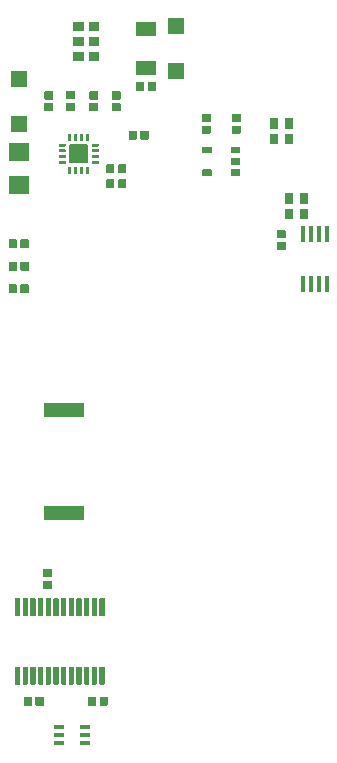
<source format=gbr>
G04 #@! TF.GenerationSoftware,KiCad,Pcbnew,5.0.2-bee76a0~70~ubuntu18.04.1*
G04 #@! TF.CreationDate,2019-10-21T17:09:24+02:00*
G04 #@! TF.ProjectId,easyhive_1_3,65617379-6869-4766-955f-315f332e6b69,rev?*
G04 #@! TF.SameCoordinates,Original*
G04 #@! TF.FileFunction,Paste,Bot*
G04 #@! TF.FilePolarity,Positive*
%FSLAX46Y46*%
G04 Gerber Fmt 4.6, Leading zero omitted, Abs format (unit mm)*
G04 Created by KiCad (PCBNEW 5.0.2-bee76a0~70~ubuntu18.04.1) date Mo 21 Okt 2019 17:09:24 CEST*
%MOMM*%
%LPD*%
G01*
G04 APERTURE LIST*
%ADD10C,0.100000*%
%ADD11C,0.450000*%
%ADD12R,1.400000X1.400000*%
%ADD13C,0.700000*%
%ADD14C,0.250000*%
%ADD15C,1.600000*%
%ADD16R,0.400000X1.350000*%
%ADD17C,0.550000*%
%ADD18R,1.800000X1.200000*%
%ADD19R,1.800000X1.600000*%
%ADD20R,3.400000X1.300000*%
%ADD21R,0.850000X0.350000*%
G04 APERTURE END LIST*
D10*
G04 #@! TO.C,IC3*
G36*
X137435363Y-120438871D02*
X137440824Y-120439681D01*
X137446179Y-120441022D01*
X137451376Y-120442882D01*
X137456366Y-120445242D01*
X137461101Y-120448080D01*
X137465535Y-120451368D01*
X137469625Y-120455075D01*
X137473332Y-120459165D01*
X137476620Y-120463599D01*
X137479458Y-120468334D01*
X137481818Y-120473324D01*
X137483678Y-120478521D01*
X137485019Y-120483876D01*
X137485829Y-120489337D01*
X137486100Y-120494850D01*
X137486100Y-121882350D01*
X137485829Y-121887863D01*
X137485019Y-121893324D01*
X137483678Y-121898679D01*
X137481818Y-121903876D01*
X137479458Y-121908866D01*
X137476620Y-121913601D01*
X137473332Y-121918035D01*
X137469625Y-121922125D01*
X137465535Y-121925832D01*
X137461101Y-121929120D01*
X137456366Y-121931958D01*
X137451376Y-121934318D01*
X137446179Y-121936178D01*
X137440824Y-121937519D01*
X137435363Y-121938329D01*
X137429850Y-121938600D01*
X137092350Y-121938600D01*
X137086837Y-121938329D01*
X137081376Y-121937519D01*
X137076021Y-121936178D01*
X137070824Y-121934318D01*
X137065834Y-121931958D01*
X137061099Y-121929120D01*
X137056665Y-121925832D01*
X137052575Y-121922125D01*
X137048868Y-121918035D01*
X137045580Y-121913601D01*
X137042742Y-121908866D01*
X137040382Y-121903876D01*
X137038522Y-121898679D01*
X137037181Y-121893324D01*
X137036371Y-121887863D01*
X137036100Y-121882350D01*
X137036100Y-120494850D01*
X137036371Y-120489337D01*
X137037181Y-120483876D01*
X137038522Y-120478521D01*
X137040382Y-120473324D01*
X137042742Y-120468334D01*
X137045580Y-120463599D01*
X137048868Y-120459165D01*
X137052575Y-120455075D01*
X137056665Y-120451368D01*
X137061099Y-120448080D01*
X137065834Y-120445242D01*
X137070824Y-120442882D01*
X137076021Y-120441022D01*
X137081376Y-120439681D01*
X137086837Y-120438871D01*
X137092350Y-120438600D01*
X137429850Y-120438600D01*
X137435363Y-120438871D01*
X137435363Y-120438871D01*
G37*
D11*
X137261100Y-121188600D03*
D10*
G36*
X138085363Y-120438871D02*
X138090824Y-120439681D01*
X138096179Y-120441022D01*
X138101376Y-120442882D01*
X138106366Y-120445242D01*
X138111101Y-120448080D01*
X138115535Y-120451368D01*
X138119625Y-120455075D01*
X138123332Y-120459165D01*
X138126620Y-120463599D01*
X138129458Y-120468334D01*
X138131818Y-120473324D01*
X138133678Y-120478521D01*
X138135019Y-120483876D01*
X138135829Y-120489337D01*
X138136100Y-120494850D01*
X138136100Y-121882350D01*
X138135829Y-121887863D01*
X138135019Y-121893324D01*
X138133678Y-121898679D01*
X138131818Y-121903876D01*
X138129458Y-121908866D01*
X138126620Y-121913601D01*
X138123332Y-121918035D01*
X138119625Y-121922125D01*
X138115535Y-121925832D01*
X138111101Y-121929120D01*
X138106366Y-121931958D01*
X138101376Y-121934318D01*
X138096179Y-121936178D01*
X138090824Y-121937519D01*
X138085363Y-121938329D01*
X138079850Y-121938600D01*
X137742350Y-121938600D01*
X137736837Y-121938329D01*
X137731376Y-121937519D01*
X137726021Y-121936178D01*
X137720824Y-121934318D01*
X137715834Y-121931958D01*
X137711099Y-121929120D01*
X137706665Y-121925832D01*
X137702575Y-121922125D01*
X137698868Y-121918035D01*
X137695580Y-121913601D01*
X137692742Y-121908866D01*
X137690382Y-121903876D01*
X137688522Y-121898679D01*
X137687181Y-121893324D01*
X137686371Y-121887863D01*
X137686100Y-121882350D01*
X137686100Y-120494850D01*
X137686371Y-120489337D01*
X137687181Y-120483876D01*
X137688522Y-120478521D01*
X137690382Y-120473324D01*
X137692742Y-120468334D01*
X137695580Y-120463599D01*
X137698868Y-120459165D01*
X137702575Y-120455075D01*
X137706665Y-120451368D01*
X137711099Y-120448080D01*
X137715834Y-120445242D01*
X137720824Y-120442882D01*
X137726021Y-120441022D01*
X137731376Y-120439681D01*
X137736837Y-120438871D01*
X137742350Y-120438600D01*
X138079850Y-120438600D01*
X138085363Y-120438871D01*
X138085363Y-120438871D01*
G37*
D11*
X137911100Y-121188600D03*
D10*
G36*
X138735363Y-120438871D02*
X138740824Y-120439681D01*
X138746179Y-120441022D01*
X138751376Y-120442882D01*
X138756366Y-120445242D01*
X138761101Y-120448080D01*
X138765535Y-120451368D01*
X138769625Y-120455075D01*
X138773332Y-120459165D01*
X138776620Y-120463599D01*
X138779458Y-120468334D01*
X138781818Y-120473324D01*
X138783678Y-120478521D01*
X138785019Y-120483876D01*
X138785829Y-120489337D01*
X138786100Y-120494850D01*
X138786100Y-121882350D01*
X138785829Y-121887863D01*
X138785019Y-121893324D01*
X138783678Y-121898679D01*
X138781818Y-121903876D01*
X138779458Y-121908866D01*
X138776620Y-121913601D01*
X138773332Y-121918035D01*
X138769625Y-121922125D01*
X138765535Y-121925832D01*
X138761101Y-121929120D01*
X138756366Y-121931958D01*
X138751376Y-121934318D01*
X138746179Y-121936178D01*
X138740824Y-121937519D01*
X138735363Y-121938329D01*
X138729850Y-121938600D01*
X138392350Y-121938600D01*
X138386837Y-121938329D01*
X138381376Y-121937519D01*
X138376021Y-121936178D01*
X138370824Y-121934318D01*
X138365834Y-121931958D01*
X138361099Y-121929120D01*
X138356665Y-121925832D01*
X138352575Y-121922125D01*
X138348868Y-121918035D01*
X138345580Y-121913601D01*
X138342742Y-121908866D01*
X138340382Y-121903876D01*
X138338522Y-121898679D01*
X138337181Y-121893324D01*
X138336371Y-121887863D01*
X138336100Y-121882350D01*
X138336100Y-120494850D01*
X138336371Y-120489337D01*
X138337181Y-120483876D01*
X138338522Y-120478521D01*
X138340382Y-120473324D01*
X138342742Y-120468334D01*
X138345580Y-120463599D01*
X138348868Y-120459165D01*
X138352575Y-120455075D01*
X138356665Y-120451368D01*
X138361099Y-120448080D01*
X138365834Y-120445242D01*
X138370824Y-120442882D01*
X138376021Y-120441022D01*
X138381376Y-120439681D01*
X138386837Y-120438871D01*
X138392350Y-120438600D01*
X138729850Y-120438600D01*
X138735363Y-120438871D01*
X138735363Y-120438871D01*
G37*
D11*
X138561100Y-121188600D03*
D10*
G36*
X139385363Y-120438871D02*
X139390824Y-120439681D01*
X139396179Y-120441022D01*
X139401376Y-120442882D01*
X139406366Y-120445242D01*
X139411101Y-120448080D01*
X139415535Y-120451368D01*
X139419625Y-120455075D01*
X139423332Y-120459165D01*
X139426620Y-120463599D01*
X139429458Y-120468334D01*
X139431818Y-120473324D01*
X139433678Y-120478521D01*
X139435019Y-120483876D01*
X139435829Y-120489337D01*
X139436100Y-120494850D01*
X139436100Y-121882350D01*
X139435829Y-121887863D01*
X139435019Y-121893324D01*
X139433678Y-121898679D01*
X139431818Y-121903876D01*
X139429458Y-121908866D01*
X139426620Y-121913601D01*
X139423332Y-121918035D01*
X139419625Y-121922125D01*
X139415535Y-121925832D01*
X139411101Y-121929120D01*
X139406366Y-121931958D01*
X139401376Y-121934318D01*
X139396179Y-121936178D01*
X139390824Y-121937519D01*
X139385363Y-121938329D01*
X139379850Y-121938600D01*
X139042350Y-121938600D01*
X139036837Y-121938329D01*
X139031376Y-121937519D01*
X139026021Y-121936178D01*
X139020824Y-121934318D01*
X139015834Y-121931958D01*
X139011099Y-121929120D01*
X139006665Y-121925832D01*
X139002575Y-121922125D01*
X138998868Y-121918035D01*
X138995580Y-121913601D01*
X138992742Y-121908866D01*
X138990382Y-121903876D01*
X138988522Y-121898679D01*
X138987181Y-121893324D01*
X138986371Y-121887863D01*
X138986100Y-121882350D01*
X138986100Y-120494850D01*
X138986371Y-120489337D01*
X138987181Y-120483876D01*
X138988522Y-120478521D01*
X138990382Y-120473324D01*
X138992742Y-120468334D01*
X138995580Y-120463599D01*
X138998868Y-120459165D01*
X139002575Y-120455075D01*
X139006665Y-120451368D01*
X139011099Y-120448080D01*
X139015834Y-120445242D01*
X139020824Y-120442882D01*
X139026021Y-120441022D01*
X139031376Y-120439681D01*
X139036837Y-120438871D01*
X139042350Y-120438600D01*
X139379850Y-120438600D01*
X139385363Y-120438871D01*
X139385363Y-120438871D01*
G37*
D11*
X139211100Y-121188600D03*
D10*
G36*
X140035363Y-120438871D02*
X140040824Y-120439681D01*
X140046179Y-120441022D01*
X140051376Y-120442882D01*
X140056366Y-120445242D01*
X140061101Y-120448080D01*
X140065535Y-120451368D01*
X140069625Y-120455075D01*
X140073332Y-120459165D01*
X140076620Y-120463599D01*
X140079458Y-120468334D01*
X140081818Y-120473324D01*
X140083678Y-120478521D01*
X140085019Y-120483876D01*
X140085829Y-120489337D01*
X140086100Y-120494850D01*
X140086100Y-121882350D01*
X140085829Y-121887863D01*
X140085019Y-121893324D01*
X140083678Y-121898679D01*
X140081818Y-121903876D01*
X140079458Y-121908866D01*
X140076620Y-121913601D01*
X140073332Y-121918035D01*
X140069625Y-121922125D01*
X140065535Y-121925832D01*
X140061101Y-121929120D01*
X140056366Y-121931958D01*
X140051376Y-121934318D01*
X140046179Y-121936178D01*
X140040824Y-121937519D01*
X140035363Y-121938329D01*
X140029850Y-121938600D01*
X139692350Y-121938600D01*
X139686837Y-121938329D01*
X139681376Y-121937519D01*
X139676021Y-121936178D01*
X139670824Y-121934318D01*
X139665834Y-121931958D01*
X139661099Y-121929120D01*
X139656665Y-121925832D01*
X139652575Y-121922125D01*
X139648868Y-121918035D01*
X139645580Y-121913601D01*
X139642742Y-121908866D01*
X139640382Y-121903876D01*
X139638522Y-121898679D01*
X139637181Y-121893324D01*
X139636371Y-121887863D01*
X139636100Y-121882350D01*
X139636100Y-120494850D01*
X139636371Y-120489337D01*
X139637181Y-120483876D01*
X139638522Y-120478521D01*
X139640382Y-120473324D01*
X139642742Y-120468334D01*
X139645580Y-120463599D01*
X139648868Y-120459165D01*
X139652575Y-120455075D01*
X139656665Y-120451368D01*
X139661099Y-120448080D01*
X139665834Y-120445242D01*
X139670824Y-120442882D01*
X139676021Y-120441022D01*
X139681376Y-120439681D01*
X139686837Y-120438871D01*
X139692350Y-120438600D01*
X140029850Y-120438600D01*
X140035363Y-120438871D01*
X140035363Y-120438871D01*
G37*
D11*
X139861100Y-121188600D03*
D10*
G36*
X140685363Y-120438871D02*
X140690824Y-120439681D01*
X140696179Y-120441022D01*
X140701376Y-120442882D01*
X140706366Y-120445242D01*
X140711101Y-120448080D01*
X140715535Y-120451368D01*
X140719625Y-120455075D01*
X140723332Y-120459165D01*
X140726620Y-120463599D01*
X140729458Y-120468334D01*
X140731818Y-120473324D01*
X140733678Y-120478521D01*
X140735019Y-120483876D01*
X140735829Y-120489337D01*
X140736100Y-120494850D01*
X140736100Y-121882350D01*
X140735829Y-121887863D01*
X140735019Y-121893324D01*
X140733678Y-121898679D01*
X140731818Y-121903876D01*
X140729458Y-121908866D01*
X140726620Y-121913601D01*
X140723332Y-121918035D01*
X140719625Y-121922125D01*
X140715535Y-121925832D01*
X140711101Y-121929120D01*
X140706366Y-121931958D01*
X140701376Y-121934318D01*
X140696179Y-121936178D01*
X140690824Y-121937519D01*
X140685363Y-121938329D01*
X140679850Y-121938600D01*
X140342350Y-121938600D01*
X140336837Y-121938329D01*
X140331376Y-121937519D01*
X140326021Y-121936178D01*
X140320824Y-121934318D01*
X140315834Y-121931958D01*
X140311099Y-121929120D01*
X140306665Y-121925832D01*
X140302575Y-121922125D01*
X140298868Y-121918035D01*
X140295580Y-121913601D01*
X140292742Y-121908866D01*
X140290382Y-121903876D01*
X140288522Y-121898679D01*
X140287181Y-121893324D01*
X140286371Y-121887863D01*
X140286100Y-121882350D01*
X140286100Y-120494850D01*
X140286371Y-120489337D01*
X140287181Y-120483876D01*
X140288522Y-120478521D01*
X140290382Y-120473324D01*
X140292742Y-120468334D01*
X140295580Y-120463599D01*
X140298868Y-120459165D01*
X140302575Y-120455075D01*
X140306665Y-120451368D01*
X140311099Y-120448080D01*
X140315834Y-120445242D01*
X140320824Y-120442882D01*
X140326021Y-120441022D01*
X140331376Y-120439681D01*
X140336837Y-120438871D01*
X140342350Y-120438600D01*
X140679850Y-120438600D01*
X140685363Y-120438871D01*
X140685363Y-120438871D01*
G37*
D11*
X140511100Y-121188600D03*
D10*
G36*
X141335363Y-120438871D02*
X141340824Y-120439681D01*
X141346179Y-120441022D01*
X141351376Y-120442882D01*
X141356366Y-120445242D01*
X141361101Y-120448080D01*
X141365535Y-120451368D01*
X141369625Y-120455075D01*
X141373332Y-120459165D01*
X141376620Y-120463599D01*
X141379458Y-120468334D01*
X141381818Y-120473324D01*
X141383678Y-120478521D01*
X141385019Y-120483876D01*
X141385829Y-120489337D01*
X141386100Y-120494850D01*
X141386100Y-121882350D01*
X141385829Y-121887863D01*
X141385019Y-121893324D01*
X141383678Y-121898679D01*
X141381818Y-121903876D01*
X141379458Y-121908866D01*
X141376620Y-121913601D01*
X141373332Y-121918035D01*
X141369625Y-121922125D01*
X141365535Y-121925832D01*
X141361101Y-121929120D01*
X141356366Y-121931958D01*
X141351376Y-121934318D01*
X141346179Y-121936178D01*
X141340824Y-121937519D01*
X141335363Y-121938329D01*
X141329850Y-121938600D01*
X140992350Y-121938600D01*
X140986837Y-121938329D01*
X140981376Y-121937519D01*
X140976021Y-121936178D01*
X140970824Y-121934318D01*
X140965834Y-121931958D01*
X140961099Y-121929120D01*
X140956665Y-121925832D01*
X140952575Y-121922125D01*
X140948868Y-121918035D01*
X140945580Y-121913601D01*
X140942742Y-121908866D01*
X140940382Y-121903876D01*
X140938522Y-121898679D01*
X140937181Y-121893324D01*
X140936371Y-121887863D01*
X140936100Y-121882350D01*
X140936100Y-120494850D01*
X140936371Y-120489337D01*
X140937181Y-120483876D01*
X140938522Y-120478521D01*
X140940382Y-120473324D01*
X140942742Y-120468334D01*
X140945580Y-120463599D01*
X140948868Y-120459165D01*
X140952575Y-120455075D01*
X140956665Y-120451368D01*
X140961099Y-120448080D01*
X140965834Y-120445242D01*
X140970824Y-120442882D01*
X140976021Y-120441022D01*
X140981376Y-120439681D01*
X140986837Y-120438871D01*
X140992350Y-120438600D01*
X141329850Y-120438600D01*
X141335363Y-120438871D01*
X141335363Y-120438871D01*
G37*
D11*
X141161100Y-121188600D03*
D10*
G36*
X141985363Y-120438871D02*
X141990824Y-120439681D01*
X141996179Y-120441022D01*
X142001376Y-120442882D01*
X142006366Y-120445242D01*
X142011101Y-120448080D01*
X142015535Y-120451368D01*
X142019625Y-120455075D01*
X142023332Y-120459165D01*
X142026620Y-120463599D01*
X142029458Y-120468334D01*
X142031818Y-120473324D01*
X142033678Y-120478521D01*
X142035019Y-120483876D01*
X142035829Y-120489337D01*
X142036100Y-120494850D01*
X142036100Y-121882350D01*
X142035829Y-121887863D01*
X142035019Y-121893324D01*
X142033678Y-121898679D01*
X142031818Y-121903876D01*
X142029458Y-121908866D01*
X142026620Y-121913601D01*
X142023332Y-121918035D01*
X142019625Y-121922125D01*
X142015535Y-121925832D01*
X142011101Y-121929120D01*
X142006366Y-121931958D01*
X142001376Y-121934318D01*
X141996179Y-121936178D01*
X141990824Y-121937519D01*
X141985363Y-121938329D01*
X141979850Y-121938600D01*
X141642350Y-121938600D01*
X141636837Y-121938329D01*
X141631376Y-121937519D01*
X141626021Y-121936178D01*
X141620824Y-121934318D01*
X141615834Y-121931958D01*
X141611099Y-121929120D01*
X141606665Y-121925832D01*
X141602575Y-121922125D01*
X141598868Y-121918035D01*
X141595580Y-121913601D01*
X141592742Y-121908866D01*
X141590382Y-121903876D01*
X141588522Y-121898679D01*
X141587181Y-121893324D01*
X141586371Y-121887863D01*
X141586100Y-121882350D01*
X141586100Y-120494850D01*
X141586371Y-120489337D01*
X141587181Y-120483876D01*
X141588522Y-120478521D01*
X141590382Y-120473324D01*
X141592742Y-120468334D01*
X141595580Y-120463599D01*
X141598868Y-120459165D01*
X141602575Y-120455075D01*
X141606665Y-120451368D01*
X141611099Y-120448080D01*
X141615834Y-120445242D01*
X141620824Y-120442882D01*
X141626021Y-120441022D01*
X141631376Y-120439681D01*
X141636837Y-120438871D01*
X141642350Y-120438600D01*
X141979850Y-120438600D01*
X141985363Y-120438871D01*
X141985363Y-120438871D01*
G37*
D11*
X141811100Y-121188600D03*
D10*
G36*
X142635363Y-120438871D02*
X142640824Y-120439681D01*
X142646179Y-120441022D01*
X142651376Y-120442882D01*
X142656366Y-120445242D01*
X142661101Y-120448080D01*
X142665535Y-120451368D01*
X142669625Y-120455075D01*
X142673332Y-120459165D01*
X142676620Y-120463599D01*
X142679458Y-120468334D01*
X142681818Y-120473324D01*
X142683678Y-120478521D01*
X142685019Y-120483876D01*
X142685829Y-120489337D01*
X142686100Y-120494850D01*
X142686100Y-121882350D01*
X142685829Y-121887863D01*
X142685019Y-121893324D01*
X142683678Y-121898679D01*
X142681818Y-121903876D01*
X142679458Y-121908866D01*
X142676620Y-121913601D01*
X142673332Y-121918035D01*
X142669625Y-121922125D01*
X142665535Y-121925832D01*
X142661101Y-121929120D01*
X142656366Y-121931958D01*
X142651376Y-121934318D01*
X142646179Y-121936178D01*
X142640824Y-121937519D01*
X142635363Y-121938329D01*
X142629850Y-121938600D01*
X142292350Y-121938600D01*
X142286837Y-121938329D01*
X142281376Y-121937519D01*
X142276021Y-121936178D01*
X142270824Y-121934318D01*
X142265834Y-121931958D01*
X142261099Y-121929120D01*
X142256665Y-121925832D01*
X142252575Y-121922125D01*
X142248868Y-121918035D01*
X142245580Y-121913601D01*
X142242742Y-121908866D01*
X142240382Y-121903876D01*
X142238522Y-121898679D01*
X142237181Y-121893324D01*
X142236371Y-121887863D01*
X142236100Y-121882350D01*
X142236100Y-120494850D01*
X142236371Y-120489337D01*
X142237181Y-120483876D01*
X142238522Y-120478521D01*
X142240382Y-120473324D01*
X142242742Y-120468334D01*
X142245580Y-120463599D01*
X142248868Y-120459165D01*
X142252575Y-120455075D01*
X142256665Y-120451368D01*
X142261099Y-120448080D01*
X142265834Y-120445242D01*
X142270824Y-120442882D01*
X142276021Y-120441022D01*
X142281376Y-120439681D01*
X142286837Y-120438871D01*
X142292350Y-120438600D01*
X142629850Y-120438600D01*
X142635363Y-120438871D01*
X142635363Y-120438871D01*
G37*
D11*
X142461100Y-121188600D03*
D10*
G36*
X143285363Y-120438871D02*
X143290824Y-120439681D01*
X143296179Y-120441022D01*
X143301376Y-120442882D01*
X143306366Y-120445242D01*
X143311101Y-120448080D01*
X143315535Y-120451368D01*
X143319625Y-120455075D01*
X143323332Y-120459165D01*
X143326620Y-120463599D01*
X143329458Y-120468334D01*
X143331818Y-120473324D01*
X143333678Y-120478521D01*
X143335019Y-120483876D01*
X143335829Y-120489337D01*
X143336100Y-120494850D01*
X143336100Y-121882350D01*
X143335829Y-121887863D01*
X143335019Y-121893324D01*
X143333678Y-121898679D01*
X143331818Y-121903876D01*
X143329458Y-121908866D01*
X143326620Y-121913601D01*
X143323332Y-121918035D01*
X143319625Y-121922125D01*
X143315535Y-121925832D01*
X143311101Y-121929120D01*
X143306366Y-121931958D01*
X143301376Y-121934318D01*
X143296179Y-121936178D01*
X143290824Y-121937519D01*
X143285363Y-121938329D01*
X143279850Y-121938600D01*
X142942350Y-121938600D01*
X142936837Y-121938329D01*
X142931376Y-121937519D01*
X142926021Y-121936178D01*
X142920824Y-121934318D01*
X142915834Y-121931958D01*
X142911099Y-121929120D01*
X142906665Y-121925832D01*
X142902575Y-121922125D01*
X142898868Y-121918035D01*
X142895580Y-121913601D01*
X142892742Y-121908866D01*
X142890382Y-121903876D01*
X142888522Y-121898679D01*
X142887181Y-121893324D01*
X142886371Y-121887863D01*
X142886100Y-121882350D01*
X142886100Y-120494850D01*
X142886371Y-120489337D01*
X142887181Y-120483876D01*
X142888522Y-120478521D01*
X142890382Y-120473324D01*
X142892742Y-120468334D01*
X142895580Y-120463599D01*
X142898868Y-120459165D01*
X142902575Y-120455075D01*
X142906665Y-120451368D01*
X142911099Y-120448080D01*
X142915834Y-120445242D01*
X142920824Y-120442882D01*
X142926021Y-120441022D01*
X142931376Y-120439681D01*
X142936837Y-120438871D01*
X142942350Y-120438600D01*
X143279850Y-120438600D01*
X143285363Y-120438871D01*
X143285363Y-120438871D01*
G37*
D11*
X143111100Y-121188600D03*
D10*
G36*
X143935363Y-120438871D02*
X143940824Y-120439681D01*
X143946179Y-120441022D01*
X143951376Y-120442882D01*
X143956366Y-120445242D01*
X143961101Y-120448080D01*
X143965535Y-120451368D01*
X143969625Y-120455075D01*
X143973332Y-120459165D01*
X143976620Y-120463599D01*
X143979458Y-120468334D01*
X143981818Y-120473324D01*
X143983678Y-120478521D01*
X143985019Y-120483876D01*
X143985829Y-120489337D01*
X143986100Y-120494850D01*
X143986100Y-121882350D01*
X143985829Y-121887863D01*
X143985019Y-121893324D01*
X143983678Y-121898679D01*
X143981818Y-121903876D01*
X143979458Y-121908866D01*
X143976620Y-121913601D01*
X143973332Y-121918035D01*
X143969625Y-121922125D01*
X143965535Y-121925832D01*
X143961101Y-121929120D01*
X143956366Y-121931958D01*
X143951376Y-121934318D01*
X143946179Y-121936178D01*
X143940824Y-121937519D01*
X143935363Y-121938329D01*
X143929850Y-121938600D01*
X143592350Y-121938600D01*
X143586837Y-121938329D01*
X143581376Y-121937519D01*
X143576021Y-121936178D01*
X143570824Y-121934318D01*
X143565834Y-121931958D01*
X143561099Y-121929120D01*
X143556665Y-121925832D01*
X143552575Y-121922125D01*
X143548868Y-121918035D01*
X143545580Y-121913601D01*
X143542742Y-121908866D01*
X143540382Y-121903876D01*
X143538522Y-121898679D01*
X143537181Y-121893324D01*
X143536371Y-121887863D01*
X143536100Y-121882350D01*
X143536100Y-120494850D01*
X143536371Y-120489337D01*
X143537181Y-120483876D01*
X143538522Y-120478521D01*
X143540382Y-120473324D01*
X143542742Y-120468334D01*
X143545580Y-120463599D01*
X143548868Y-120459165D01*
X143552575Y-120455075D01*
X143556665Y-120451368D01*
X143561099Y-120448080D01*
X143565834Y-120445242D01*
X143570824Y-120442882D01*
X143576021Y-120441022D01*
X143581376Y-120439681D01*
X143586837Y-120438871D01*
X143592350Y-120438600D01*
X143929850Y-120438600D01*
X143935363Y-120438871D01*
X143935363Y-120438871D01*
G37*
D11*
X143761100Y-121188600D03*
D10*
G36*
X144585363Y-120438871D02*
X144590824Y-120439681D01*
X144596179Y-120441022D01*
X144601376Y-120442882D01*
X144606366Y-120445242D01*
X144611101Y-120448080D01*
X144615535Y-120451368D01*
X144619625Y-120455075D01*
X144623332Y-120459165D01*
X144626620Y-120463599D01*
X144629458Y-120468334D01*
X144631818Y-120473324D01*
X144633678Y-120478521D01*
X144635019Y-120483876D01*
X144635829Y-120489337D01*
X144636100Y-120494850D01*
X144636100Y-121882350D01*
X144635829Y-121887863D01*
X144635019Y-121893324D01*
X144633678Y-121898679D01*
X144631818Y-121903876D01*
X144629458Y-121908866D01*
X144626620Y-121913601D01*
X144623332Y-121918035D01*
X144619625Y-121922125D01*
X144615535Y-121925832D01*
X144611101Y-121929120D01*
X144606366Y-121931958D01*
X144601376Y-121934318D01*
X144596179Y-121936178D01*
X144590824Y-121937519D01*
X144585363Y-121938329D01*
X144579850Y-121938600D01*
X144242350Y-121938600D01*
X144236837Y-121938329D01*
X144231376Y-121937519D01*
X144226021Y-121936178D01*
X144220824Y-121934318D01*
X144215834Y-121931958D01*
X144211099Y-121929120D01*
X144206665Y-121925832D01*
X144202575Y-121922125D01*
X144198868Y-121918035D01*
X144195580Y-121913601D01*
X144192742Y-121908866D01*
X144190382Y-121903876D01*
X144188522Y-121898679D01*
X144187181Y-121893324D01*
X144186371Y-121887863D01*
X144186100Y-121882350D01*
X144186100Y-120494850D01*
X144186371Y-120489337D01*
X144187181Y-120483876D01*
X144188522Y-120478521D01*
X144190382Y-120473324D01*
X144192742Y-120468334D01*
X144195580Y-120463599D01*
X144198868Y-120459165D01*
X144202575Y-120455075D01*
X144206665Y-120451368D01*
X144211099Y-120448080D01*
X144215834Y-120445242D01*
X144220824Y-120442882D01*
X144226021Y-120441022D01*
X144231376Y-120439681D01*
X144236837Y-120438871D01*
X144242350Y-120438600D01*
X144579850Y-120438600D01*
X144585363Y-120438871D01*
X144585363Y-120438871D01*
G37*
D11*
X144411100Y-121188600D03*
D10*
G36*
X137435363Y-126238871D02*
X137440824Y-126239681D01*
X137446179Y-126241022D01*
X137451376Y-126242882D01*
X137456366Y-126245242D01*
X137461101Y-126248080D01*
X137465535Y-126251368D01*
X137469625Y-126255075D01*
X137473332Y-126259165D01*
X137476620Y-126263599D01*
X137479458Y-126268334D01*
X137481818Y-126273324D01*
X137483678Y-126278521D01*
X137485019Y-126283876D01*
X137485829Y-126289337D01*
X137486100Y-126294850D01*
X137486100Y-127682350D01*
X137485829Y-127687863D01*
X137485019Y-127693324D01*
X137483678Y-127698679D01*
X137481818Y-127703876D01*
X137479458Y-127708866D01*
X137476620Y-127713601D01*
X137473332Y-127718035D01*
X137469625Y-127722125D01*
X137465535Y-127725832D01*
X137461101Y-127729120D01*
X137456366Y-127731958D01*
X137451376Y-127734318D01*
X137446179Y-127736178D01*
X137440824Y-127737519D01*
X137435363Y-127738329D01*
X137429850Y-127738600D01*
X137092350Y-127738600D01*
X137086837Y-127738329D01*
X137081376Y-127737519D01*
X137076021Y-127736178D01*
X137070824Y-127734318D01*
X137065834Y-127731958D01*
X137061099Y-127729120D01*
X137056665Y-127725832D01*
X137052575Y-127722125D01*
X137048868Y-127718035D01*
X137045580Y-127713601D01*
X137042742Y-127708866D01*
X137040382Y-127703876D01*
X137038522Y-127698679D01*
X137037181Y-127693324D01*
X137036371Y-127687863D01*
X137036100Y-127682350D01*
X137036100Y-126294850D01*
X137036371Y-126289337D01*
X137037181Y-126283876D01*
X137038522Y-126278521D01*
X137040382Y-126273324D01*
X137042742Y-126268334D01*
X137045580Y-126263599D01*
X137048868Y-126259165D01*
X137052575Y-126255075D01*
X137056665Y-126251368D01*
X137061099Y-126248080D01*
X137065834Y-126245242D01*
X137070824Y-126242882D01*
X137076021Y-126241022D01*
X137081376Y-126239681D01*
X137086837Y-126238871D01*
X137092350Y-126238600D01*
X137429850Y-126238600D01*
X137435363Y-126238871D01*
X137435363Y-126238871D01*
G37*
D11*
X137261100Y-126988600D03*
D10*
G36*
X138085363Y-126238871D02*
X138090824Y-126239681D01*
X138096179Y-126241022D01*
X138101376Y-126242882D01*
X138106366Y-126245242D01*
X138111101Y-126248080D01*
X138115535Y-126251368D01*
X138119625Y-126255075D01*
X138123332Y-126259165D01*
X138126620Y-126263599D01*
X138129458Y-126268334D01*
X138131818Y-126273324D01*
X138133678Y-126278521D01*
X138135019Y-126283876D01*
X138135829Y-126289337D01*
X138136100Y-126294850D01*
X138136100Y-127682350D01*
X138135829Y-127687863D01*
X138135019Y-127693324D01*
X138133678Y-127698679D01*
X138131818Y-127703876D01*
X138129458Y-127708866D01*
X138126620Y-127713601D01*
X138123332Y-127718035D01*
X138119625Y-127722125D01*
X138115535Y-127725832D01*
X138111101Y-127729120D01*
X138106366Y-127731958D01*
X138101376Y-127734318D01*
X138096179Y-127736178D01*
X138090824Y-127737519D01*
X138085363Y-127738329D01*
X138079850Y-127738600D01*
X137742350Y-127738600D01*
X137736837Y-127738329D01*
X137731376Y-127737519D01*
X137726021Y-127736178D01*
X137720824Y-127734318D01*
X137715834Y-127731958D01*
X137711099Y-127729120D01*
X137706665Y-127725832D01*
X137702575Y-127722125D01*
X137698868Y-127718035D01*
X137695580Y-127713601D01*
X137692742Y-127708866D01*
X137690382Y-127703876D01*
X137688522Y-127698679D01*
X137687181Y-127693324D01*
X137686371Y-127687863D01*
X137686100Y-127682350D01*
X137686100Y-126294850D01*
X137686371Y-126289337D01*
X137687181Y-126283876D01*
X137688522Y-126278521D01*
X137690382Y-126273324D01*
X137692742Y-126268334D01*
X137695580Y-126263599D01*
X137698868Y-126259165D01*
X137702575Y-126255075D01*
X137706665Y-126251368D01*
X137711099Y-126248080D01*
X137715834Y-126245242D01*
X137720824Y-126242882D01*
X137726021Y-126241022D01*
X137731376Y-126239681D01*
X137736837Y-126238871D01*
X137742350Y-126238600D01*
X138079850Y-126238600D01*
X138085363Y-126238871D01*
X138085363Y-126238871D01*
G37*
D11*
X137911100Y-126988600D03*
D10*
G36*
X138735363Y-126238871D02*
X138740824Y-126239681D01*
X138746179Y-126241022D01*
X138751376Y-126242882D01*
X138756366Y-126245242D01*
X138761101Y-126248080D01*
X138765535Y-126251368D01*
X138769625Y-126255075D01*
X138773332Y-126259165D01*
X138776620Y-126263599D01*
X138779458Y-126268334D01*
X138781818Y-126273324D01*
X138783678Y-126278521D01*
X138785019Y-126283876D01*
X138785829Y-126289337D01*
X138786100Y-126294850D01*
X138786100Y-127682350D01*
X138785829Y-127687863D01*
X138785019Y-127693324D01*
X138783678Y-127698679D01*
X138781818Y-127703876D01*
X138779458Y-127708866D01*
X138776620Y-127713601D01*
X138773332Y-127718035D01*
X138769625Y-127722125D01*
X138765535Y-127725832D01*
X138761101Y-127729120D01*
X138756366Y-127731958D01*
X138751376Y-127734318D01*
X138746179Y-127736178D01*
X138740824Y-127737519D01*
X138735363Y-127738329D01*
X138729850Y-127738600D01*
X138392350Y-127738600D01*
X138386837Y-127738329D01*
X138381376Y-127737519D01*
X138376021Y-127736178D01*
X138370824Y-127734318D01*
X138365834Y-127731958D01*
X138361099Y-127729120D01*
X138356665Y-127725832D01*
X138352575Y-127722125D01*
X138348868Y-127718035D01*
X138345580Y-127713601D01*
X138342742Y-127708866D01*
X138340382Y-127703876D01*
X138338522Y-127698679D01*
X138337181Y-127693324D01*
X138336371Y-127687863D01*
X138336100Y-127682350D01*
X138336100Y-126294850D01*
X138336371Y-126289337D01*
X138337181Y-126283876D01*
X138338522Y-126278521D01*
X138340382Y-126273324D01*
X138342742Y-126268334D01*
X138345580Y-126263599D01*
X138348868Y-126259165D01*
X138352575Y-126255075D01*
X138356665Y-126251368D01*
X138361099Y-126248080D01*
X138365834Y-126245242D01*
X138370824Y-126242882D01*
X138376021Y-126241022D01*
X138381376Y-126239681D01*
X138386837Y-126238871D01*
X138392350Y-126238600D01*
X138729850Y-126238600D01*
X138735363Y-126238871D01*
X138735363Y-126238871D01*
G37*
D11*
X138561100Y-126988600D03*
D10*
G36*
X139385363Y-126238871D02*
X139390824Y-126239681D01*
X139396179Y-126241022D01*
X139401376Y-126242882D01*
X139406366Y-126245242D01*
X139411101Y-126248080D01*
X139415535Y-126251368D01*
X139419625Y-126255075D01*
X139423332Y-126259165D01*
X139426620Y-126263599D01*
X139429458Y-126268334D01*
X139431818Y-126273324D01*
X139433678Y-126278521D01*
X139435019Y-126283876D01*
X139435829Y-126289337D01*
X139436100Y-126294850D01*
X139436100Y-127682350D01*
X139435829Y-127687863D01*
X139435019Y-127693324D01*
X139433678Y-127698679D01*
X139431818Y-127703876D01*
X139429458Y-127708866D01*
X139426620Y-127713601D01*
X139423332Y-127718035D01*
X139419625Y-127722125D01*
X139415535Y-127725832D01*
X139411101Y-127729120D01*
X139406366Y-127731958D01*
X139401376Y-127734318D01*
X139396179Y-127736178D01*
X139390824Y-127737519D01*
X139385363Y-127738329D01*
X139379850Y-127738600D01*
X139042350Y-127738600D01*
X139036837Y-127738329D01*
X139031376Y-127737519D01*
X139026021Y-127736178D01*
X139020824Y-127734318D01*
X139015834Y-127731958D01*
X139011099Y-127729120D01*
X139006665Y-127725832D01*
X139002575Y-127722125D01*
X138998868Y-127718035D01*
X138995580Y-127713601D01*
X138992742Y-127708866D01*
X138990382Y-127703876D01*
X138988522Y-127698679D01*
X138987181Y-127693324D01*
X138986371Y-127687863D01*
X138986100Y-127682350D01*
X138986100Y-126294850D01*
X138986371Y-126289337D01*
X138987181Y-126283876D01*
X138988522Y-126278521D01*
X138990382Y-126273324D01*
X138992742Y-126268334D01*
X138995580Y-126263599D01*
X138998868Y-126259165D01*
X139002575Y-126255075D01*
X139006665Y-126251368D01*
X139011099Y-126248080D01*
X139015834Y-126245242D01*
X139020824Y-126242882D01*
X139026021Y-126241022D01*
X139031376Y-126239681D01*
X139036837Y-126238871D01*
X139042350Y-126238600D01*
X139379850Y-126238600D01*
X139385363Y-126238871D01*
X139385363Y-126238871D01*
G37*
D11*
X139211100Y-126988600D03*
D10*
G36*
X140035363Y-126238871D02*
X140040824Y-126239681D01*
X140046179Y-126241022D01*
X140051376Y-126242882D01*
X140056366Y-126245242D01*
X140061101Y-126248080D01*
X140065535Y-126251368D01*
X140069625Y-126255075D01*
X140073332Y-126259165D01*
X140076620Y-126263599D01*
X140079458Y-126268334D01*
X140081818Y-126273324D01*
X140083678Y-126278521D01*
X140085019Y-126283876D01*
X140085829Y-126289337D01*
X140086100Y-126294850D01*
X140086100Y-127682350D01*
X140085829Y-127687863D01*
X140085019Y-127693324D01*
X140083678Y-127698679D01*
X140081818Y-127703876D01*
X140079458Y-127708866D01*
X140076620Y-127713601D01*
X140073332Y-127718035D01*
X140069625Y-127722125D01*
X140065535Y-127725832D01*
X140061101Y-127729120D01*
X140056366Y-127731958D01*
X140051376Y-127734318D01*
X140046179Y-127736178D01*
X140040824Y-127737519D01*
X140035363Y-127738329D01*
X140029850Y-127738600D01*
X139692350Y-127738600D01*
X139686837Y-127738329D01*
X139681376Y-127737519D01*
X139676021Y-127736178D01*
X139670824Y-127734318D01*
X139665834Y-127731958D01*
X139661099Y-127729120D01*
X139656665Y-127725832D01*
X139652575Y-127722125D01*
X139648868Y-127718035D01*
X139645580Y-127713601D01*
X139642742Y-127708866D01*
X139640382Y-127703876D01*
X139638522Y-127698679D01*
X139637181Y-127693324D01*
X139636371Y-127687863D01*
X139636100Y-127682350D01*
X139636100Y-126294850D01*
X139636371Y-126289337D01*
X139637181Y-126283876D01*
X139638522Y-126278521D01*
X139640382Y-126273324D01*
X139642742Y-126268334D01*
X139645580Y-126263599D01*
X139648868Y-126259165D01*
X139652575Y-126255075D01*
X139656665Y-126251368D01*
X139661099Y-126248080D01*
X139665834Y-126245242D01*
X139670824Y-126242882D01*
X139676021Y-126241022D01*
X139681376Y-126239681D01*
X139686837Y-126238871D01*
X139692350Y-126238600D01*
X140029850Y-126238600D01*
X140035363Y-126238871D01*
X140035363Y-126238871D01*
G37*
D11*
X139861100Y-126988600D03*
D10*
G36*
X140685363Y-126238871D02*
X140690824Y-126239681D01*
X140696179Y-126241022D01*
X140701376Y-126242882D01*
X140706366Y-126245242D01*
X140711101Y-126248080D01*
X140715535Y-126251368D01*
X140719625Y-126255075D01*
X140723332Y-126259165D01*
X140726620Y-126263599D01*
X140729458Y-126268334D01*
X140731818Y-126273324D01*
X140733678Y-126278521D01*
X140735019Y-126283876D01*
X140735829Y-126289337D01*
X140736100Y-126294850D01*
X140736100Y-127682350D01*
X140735829Y-127687863D01*
X140735019Y-127693324D01*
X140733678Y-127698679D01*
X140731818Y-127703876D01*
X140729458Y-127708866D01*
X140726620Y-127713601D01*
X140723332Y-127718035D01*
X140719625Y-127722125D01*
X140715535Y-127725832D01*
X140711101Y-127729120D01*
X140706366Y-127731958D01*
X140701376Y-127734318D01*
X140696179Y-127736178D01*
X140690824Y-127737519D01*
X140685363Y-127738329D01*
X140679850Y-127738600D01*
X140342350Y-127738600D01*
X140336837Y-127738329D01*
X140331376Y-127737519D01*
X140326021Y-127736178D01*
X140320824Y-127734318D01*
X140315834Y-127731958D01*
X140311099Y-127729120D01*
X140306665Y-127725832D01*
X140302575Y-127722125D01*
X140298868Y-127718035D01*
X140295580Y-127713601D01*
X140292742Y-127708866D01*
X140290382Y-127703876D01*
X140288522Y-127698679D01*
X140287181Y-127693324D01*
X140286371Y-127687863D01*
X140286100Y-127682350D01*
X140286100Y-126294850D01*
X140286371Y-126289337D01*
X140287181Y-126283876D01*
X140288522Y-126278521D01*
X140290382Y-126273324D01*
X140292742Y-126268334D01*
X140295580Y-126263599D01*
X140298868Y-126259165D01*
X140302575Y-126255075D01*
X140306665Y-126251368D01*
X140311099Y-126248080D01*
X140315834Y-126245242D01*
X140320824Y-126242882D01*
X140326021Y-126241022D01*
X140331376Y-126239681D01*
X140336837Y-126238871D01*
X140342350Y-126238600D01*
X140679850Y-126238600D01*
X140685363Y-126238871D01*
X140685363Y-126238871D01*
G37*
D11*
X140511100Y-126988600D03*
D10*
G36*
X141335363Y-126238871D02*
X141340824Y-126239681D01*
X141346179Y-126241022D01*
X141351376Y-126242882D01*
X141356366Y-126245242D01*
X141361101Y-126248080D01*
X141365535Y-126251368D01*
X141369625Y-126255075D01*
X141373332Y-126259165D01*
X141376620Y-126263599D01*
X141379458Y-126268334D01*
X141381818Y-126273324D01*
X141383678Y-126278521D01*
X141385019Y-126283876D01*
X141385829Y-126289337D01*
X141386100Y-126294850D01*
X141386100Y-127682350D01*
X141385829Y-127687863D01*
X141385019Y-127693324D01*
X141383678Y-127698679D01*
X141381818Y-127703876D01*
X141379458Y-127708866D01*
X141376620Y-127713601D01*
X141373332Y-127718035D01*
X141369625Y-127722125D01*
X141365535Y-127725832D01*
X141361101Y-127729120D01*
X141356366Y-127731958D01*
X141351376Y-127734318D01*
X141346179Y-127736178D01*
X141340824Y-127737519D01*
X141335363Y-127738329D01*
X141329850Y-127738600D01*
X140992350Y-127738600D01*
X140986837Y-127738329D01*
X140981376Y-127737519D01*
X140976021Y-127736178D01*
X140970824Y-127734318D01*
X140965834Y-127731958D01*
X140961099Y-127729120D01*
X140956665Y-127725832D01*
X140952575Y-127722125D01*
X140948868Y-127718035D01*
X140945580Y-127713601D01*
X140942742Y-127708866D01*
X140940382Y-127703876D01*
X140938522Y-127698679D01*
X140937181Y-127693324D01*
X140936371Y-127687863D01*
X140936100Y-127682350D01*
X140936100Y-126294850D01*
X140936371Y-126289337D01*
X140937181Y-126283876D01*
X140938522Y-126278521D01*
X140940382Y-126273324D01*
X140942742Y-126268334D01*
X140945580Y-126263599D01*
X140948868Y-126259165D01*
X140952575Y-126255075D01*
X140956665Y-126251368D01*
X140961099Y-126248080D01*
X140965834Y-126245242D01*
X140970824Y-126242882D01*
X140976021Y-126241022D01*
X140981376Y-126239681D01*
X140986837Y-126238871D01*
X140992350Y-126238600D01*
X141329850Y-126238600D01*
X141335363Y-126238871D01*
X141335363Y-126238871D01*
G37*
D11*
X141161100Y-126988600D03*
D10*
G36*
X141985363Y-126238871D02*
X141990824Y-126239681D01*
X141996179Y-126241022D01*
X142001376Y-126242882D01*
X142006366Y-126245242D01*
X142011101Y-126248080D01*
X142015535Y-126251368D01*
X142019625Y-126255075D01*
X142023332Y-126259165D01*
X142026620Y-126263599D01*
X142029458Y-126268334D01*
X142031818Y-126273324D01*
X142033678Y-126278521D01*
X142035019Y-126283876D01*
X142035829Y-126289337D01*
X142036100Y-126294850D01*
X142036100Y-127682350D01*
X142035829Y-127687863D01*
X142035019Y-127693324D01*
X142033678Y-127698679D01*
X142031818Y-127703876D01*
X142029458Y-127708866D01*
X142026620Y-127713601D01*
X142023332Y-127718035D01*
X142019625Y-127722125D01*
X142015535Y-127725832D01*
X142011101Y-127729120D01*
X142006366Y-127731958D01*
X142001376Y-127734318D01*
X141996179Y-127736178D01*
X141990824Y-127737519D01*
X141985363Y-127738329D01*
X141979850Y-127738600D01*
X141642350Y-127738600D01*
X141636837Y-127738329D01*
X141631376Y-127737519D01*
X141626021Y-127736178D01*
X141620824Y-127734318D01*
X141615834Y-127731958D01*
X141611099Y-127729120D01*
X141606665Y-127725832D01*
X141602575Y-127722125D01*
X141598868Y-127718035D01*
X141595580Y-127713601D01*
X141592742Y-127708866D01*
X141590382Y-127703876D01*
X141588522Y-127698679D01*
X141587181Y-127693324D01*
X141586371Y-127687863D01*
X141586100Y-127682350D01*
X141586100Y-126294850D01*
X141586371Y-126289337D01*
X141587181Y-126283876D01*
X141588522Y-126278521D01*
X141590382Y-126273324D01*
X141592742Y-126268334D01*
X141595580Y-126263599D01*
X141598868Y-126259165D01*
X141602575Y-126255075D01*
X141606665Y-126251368D01*
X141611099Y-126248080D01*
X141615834Y-126245242D01*
X141620824Y-126242882D01*
X141626021Y-126241022D01*
X141631376Y-126239681D01*
X141636837Y-126238871D01*
X141642350Y-126238600D01*
X141979850Y-126238600D01*
X141985363Y-126238871D01*
X141985363Y-126238871D01*
G37*
D11*
X141811100Y-126988600D03*
D10*
G36*
X142635363Y-126238871D02*
X142640824Y-126239681D01*
X142646179Y-126241022D01*
X142651376Y-126242882D01*
X142656366Y-126245242D01*
X142661101Y-126248080D01*
X142665535Y-126251368D01*
X142669625Y-126255075D01*
X142673332Y-126259165D01*
X142676620Y-126263599D01*
X142679458Y-126268334D01*
X142681818Y-126273324D01*
X142683678Y-126278521D01*
X142685019Y-126283876D01*
X142685829Y-126289337D01*
X142686100Y-126294850D01*
X142686100Y-127682350D01*
X142685829Y-127687863D01*
X142685019Y-127693324D01*
X142683678Y-127698679D01*
X142681818Y-127703876D01*
X142679458Y-127708866D01*
X142676620Y-127713601D01*
X142673332Y-127718035D01*
X142669625Y-127722125D01*
X142665535Y-127725832D01*
X142661101Y-127729120D01*
X142656366Y-127731958D01*
X142651376Y-127734318D01*
X142646179Y-127736178D01*
X142640824Y-127737519D01*
X142635363Y-127738329D01*
X142629850Y-127738600D01*
X142292350Y-127738600D01*
X142286837Y-127738329D01*
X142281376Y-127737519D01*
X142276021Y-127736178D01*
X142270824Y-127734318D01*
X142265834Y-127731958D01*
X142261099Y-127729120D01*
X142256665Y-127725832D01*
X142252575Y-127722125D01*
X142248868Y-127718035D01*
X142245580Y-127713601D01*
X142242742Y-127708866D01*
X142240382Y-127703876D01*
X142238522Y-127698679D01*
X142237181Y-127693324D01*
X142236371Y-127687863D01*
X142236100Y-127682350D01*
X142236100Y-126294850D01*
X142236371Y-126289337D01*
X142237181Y-126283876D01*
X142238522Y-126278521D01*
X142240382Y-126273324D01*
X142242742Y-126268334D01*
X142245580Y-126263599D01*
X142248868Y-126259165D01*
X142252575Y-126255075D01*
X142256665Y-126251368D01*
X142261099Y-126248080D01*
X142265834Y-126245242D01*
X142270824Y-126242882D01*
X142276021Y-126241022D01*
X142281376Y-126239681D01*
X142286837Y-126238871D01*
X142292350Y-126238600D01*
X142629850Y-126238600D01*
X142635363Y-126238871D01*
X142635363Y-126238871D01*
G37*
D11*
X142461100Y-126988600D03*
D10*
G36*
X143285363Y-126238871D02*
X143290824Y-126239681D01*
X143296179Y-126241022D01*
X143301376Y-126242882D01*
X143306366Y-126245242D01*
X143311101Y-126248080D01*
X143315535Y-126251368D01*
X143319625Y-126255075D01*
X143323332Y-126259165D01*
X143326620Y-126263599D01*
X143329458Y-126268334D01*
X143331818Y-126273324D01*
X143333678Y-126278521D01*
X143335019Y-126283876D01*
X143335829Y-126289337D01*
X143336100Y-126294850D01*
X143336100Y-127682350D01*
X143335829Y-127687863D01*
X143335019Y-127693324D01*
X143333678Y-127698679D01*
X143331818Y-127703876D01*
X143329458Y-127708866D01*
X143326620Y-127713601D01*
X143323332Y-127718035D01*
X143319625Y-127722125D01*
X143315535Y-127725832D01*
X143311101Y-127729120D01*
X143306366Y-127731958D01*
X143301376Y-127734318D01*
X143296179Y-127736178D01*
X143290824Y-127737519D01*
X143285363Y-127738329D01*
X143279850Y-127738600D01*
X142942350Y-127738600D01*
X142936837Y-127738329D01*
X142931376Y-127737519D01*
X142926021Y-127736178D01*
X142920824Y-127734318D01*
X142915834Y-127731958D01*
X142911099Y-127729120D01*
X142906665Y-127725832D01*
X142902575Y-127722125D01*
X142898868Y-127718035D01*
X142895580Y-127713601D01*
X142892742Y-127708866D01*
X142890382Y-127703876D01*
X142888522Y-127698679D01*
X142887181Y-127693324D01*
X142886371Y-127687863D01*
X142886100Y-127682350D01*
X142886100Y-126294850D01*
X142886371Y-126289337D01*
X142887181Y-126283876D01*
X142888522Y-126278521D01*
X142890382Y-126273324D01*
X142892742Y-126268334D01*
X142895580Y-126263599D01*
X142898868Y-126259165D01*
X142902575Y-126255075D01*
X142906665Y-126251368D01*
X142911099Y-126248080D01*
X142915834Y-126245242D01*
X142920824Y-126242882D01*
X142926021Y-126241022D01*
X142931376Y-126239681D01*
X142936837Y-126238871D01*
X142942350Y-126238600D01*
X143279850Y-126238600D01*
X143285363Y-126238871D01*
X143285363Y-126238871D01*
G37*
D11*
X143111100Y-126988600D03*
D10*
G36*
X143935363Y-126238871D02*
X143940824Y-126239681D01*
X143946179Y-126241022D01*
X143951376Y-126242882D01*
X143956366Y-126245242D01*
X143961101Y-126248080D01*
X143965535Y-126251368D01*
X143969625Y-126255075D01*
X143973332Y-126259165D01*
X143976620Y-126263599D01*
X143979458Y-126268334D01*
X143981818Y-126273324D01*
X143983678Y-126278521D01*
X143985019Y-126283876D01*
X143985829Y-126289337D01*
X143986100Y-126294850D01*
X143986100Y-127682350D01*
X143985829Y-127687863D01*
X143985019Y-127693324D01*
X143983678Y-127698679D01*
X143981818Y-127703876D01*
X143979458Y-127708866D01*
X143976620Y-127713601D01*
X143973332Y-127718035D01*
X143969625Y-127722125D01*
X143965535Y-127725832D01*
X143961101Y-127729120D01*
X143956366Y-127731958D01*
X143951376Y-127734318D01*
X143946179Y-127736178D01*
X143940824Y-127737519D01*
X143935363Y-127738329D01*
X143929850Y-127738600D01*
X143592350Y-127738600D01*
X143586837Y-127738329D01*
X143581376Y-127737519D01*
X143576021Y-127736178D01*
X143570824Y-127734318D01*
X143565834Y-127731958D01*
X143561099Y-127729120D01*
X143556665Y-127725832D01*
X143552575Y-127722125D01*
X143548868Y-127718035D01*
X143545580Y-127713601D01*
X143542742Y-127708866D01*
X143540382Y-127703876D01*
X143538522Y-127698679D01*
X143537181Y-127693324D01*
X143536371Y-127687863D01*
X143536100Y-127682350D01*
X143536100Y-126294850D01*
X143536371Y-126289337D01*
X143537181Y-126283876D01*
X143538522Y-126278521D01*
X143540382Y-126273324D01*
X143542742Y-126268334D01*
X143545580Y-126263599D01*
X143548868Y-126259165D01*
X143552575Y-126255075D01*
X143556665Y-126251368D01*
X143561099Y-126248080D01*
X143565834Y-126245242D01*
X143570824Y-126242882D01*
X143576021Y-126241022D01*
X143581376Y-126239681D01*
X143586837Y-126238871D01*
X143592350Y-126238600D01*
X143929850Y-126238600D01*
X143935363Y-126238871D01*
X143935363Y-126238871D01*
G37*
D11*
X143761100Y-126988600D03*
D10*
G36*
X144585363Y-126238871D02*
X144590824Y-126239681D01*
X144596179Y-126241022D01*
X144601376Y-126242882D01*
X144606366Y-126245242D01*
X144611101Y-126248080D01*
X144615535Y-126251368D01*
X144619625Y-126255075D01*
X144623332Y-126259165D01*
X144626620Y-126263599D01*
X144629458Y-126268334D01*
X144631818Y-126273324D01*
X144633678Y-126278521D01*
X144635019Y-126283876D01*
X144635829Y-126289337D01*
X144636100Y-126294850D01*
X144636100Y-127682350D01*
X144635829Y-127687863D01*
X144635019Y-127693324D01*
X144633678Y-127698679D01*
X144631818Y-127703876D01*
X144629458Y-127708866D01*
X144626620Y-127713601D01*
X144623332Y-127718035D01*
X144619625Y-127722125D01*
X144615535Y-127725832D01*
X144611101Y-127729120D01*
X144606366Y-127731958D01*
X144601376Y-127734318D01*
X144596179Y-127736178D01*
X144590824Y-127737519D01*
X144585363Y-127738329D01*
X144579850Y-127738600D01*
X144242350Y-127738600D01*
X144236837Y-127738329D01*
X144231376Y-127737519D01*
X144226021Y-127736178D01*
X144220824Y-127734318D01*
X144215834Y-127731958D01*
X144211099Y-127729120D01*
X144206665Y-127725832D01*
X144202575Y-127722125D01*
X144198868Y-127718035D01*
X144195580Y-127713601D01*
X144192742Y-127708866D01*
X144190382Y-127703876D01*
X144188522Y-127698679D01*
X144187181Y-127693324D01*
X144186371Y-127687863D01*
X144186100Y-127682350D01*
X144186100Y-126294850D01*
X144186371Y-126289337D01*
X144187181Y-126283876D01*
X144188522Y-126278521D01*
X144190382Y-126273324D01*
X144192742Y-126268334D01*
X144195580Y-126263599D01*
X144198868Y-126259165D01*
X144202575Y-126255075D01*
X144206665Y-126251368D01*
X144211099Y-126248080D01*
X144215834Y-126245242D01*
X144220824Y-126242882D01*
X144226021Y-126241022D01*
X144231376Y-126239681D01*
X144236837Y-126238871D01*
X144242350Y-126238600D01*
X144579850Y-126238600D01*
X144585363Y-126238871D01*
X144585363Y-126238871D01*
G37*
D11*
X144411100Y-126988600D03*
G04 #@! TD*
D12*
G04 #@! TO.C,D1*
X137351100Y-80268600D03*
X137351100Y-76468600D03*
G04 #@! TD*
G04 #@! TO.C,D2*
X150686100Y-72023600D03*
X150686100Y-75823600D03*
G04 #@! TD*
D10*
G04 #@! TO.C,C11*
G36*
X142061861Y-77500337D02*
X142068656Y-77501345D01*
X142075320Y-77503014D01*
X142081788Y-77505328D01*
X142087998Y-77508266D01*
X142093890Y-77511797D01*
X142099408Y-77515889D01*
X142104497Y-77520503D01*
X142109111Y-77525592D01*
X142113203Y-77531110D01*
X142116734Y-77537002D01*
X142119672Y-77543212D01*
X142121986Y-77549680D01*
X142123655Y-77556344D01*
X142124663Y-77563139D01*
X142125000Y-77570000D01*
X142125000Y-78130000D01*
X142124663Y-78136861D01*
X142123655Y-78143656D01*
X142121986Y-78150320D01*
X142119672Y-78156788D01*
X142116734Y-78162998D01*
X142113203Y-78168890D01*
X142109111Y-78174408D01*
X142104497Y-78179497D01*
X142099408Y-78184111D01*
X142093890Y-78188203D01*
X142087998Y-78191734D01*
X142081788Y-78194672D01*
X142075320Y-78196986D01*
X142068656Y-78198655D01*
X142061861Y-78199663D01*
X142055000Y-78200000D01*
X141445000Y-78200000D01*
X141438139Y-78199663D01*
X141431344Y-78198655D01*
X141424680Y-78196986D01*
X141418212Y-78194672D01*
X141412002Y-78191734D01*
X141406110Y-78188203D01*
X141400592Y-78184111D01*
X141395503Y-78179497D01*
X141390889Y-78174408D01*
X141386797Y-78168890D01*
X141383266Y-78162998D01*
X141380328Y-78156788D01*
X141378014Y-78150320D01*
X141376345Y-78143656D01*
X141375337Y-78136861D01*
X141375000Y-78130000D01*
X141375000Y-77570000D01*
X141375337Y-77563139D01*
X141376345Y-77556344D01*
X141378014Y-77549680D01*
X141380328Y-77543212D01*
X141383266Y-77537002D01*
X141386797Y-77531110D01*
X141390889Y-77525592D01*
X141395503Y-77520503D01*
X141400592Y-77515889D01*
X141406110Y-77511797D01*
X141412002Y-77508266D01*
X141418212Y-77505328D01*
X141424680Y-77503014D01*
X141431344Y-77501345D01*
X141438139Y-77500337D01*
X141445000Y-77500000D01*
X142055000Y-77500000D01*
X142061861Y-77500337D01*
X142061861Y-77500337D01*
G37*
D13*
X141750000Y-77850000D03*
D10*
G36*
X142061861Y-78500337D02*
X142068656Y-78501345D01*
X142075320Y-78503014D01*
X142081788Y-78505328D01*
X142087998Y-78508266D01*
X142093890Y-78511797D01*
X142099408Y-78515889D01*
X142104497Y-78520503D01*
X142109111Y-78525592D01*
X142113203Y-78531110D01*
X142116734Y-78537002D01*
X142119672Y-78543212D01*
X142121986Y-78549680D01*
X142123655Y-78556344D01*
X142124663Y-78563139D01*
X142125000Y-78570000D01*
X142125000Y-79130000D01*
X142124663Y-79136861D01*
X142123655Y-79143656D01*
X142121986Y-79150320D01*
X142119672Y-79156788D01*
X142116734Y-79162998D01*
X142113203Y-79168890D01*
X142109111Y-79174408D01*
X142104497Y-79179497D01*
X142099408Y-79184111D01*
X142093890Y-79188203D01*
X142087998Y-79191734D01*
X142081788Y-79194672D01*
X142075320Y-79196986D01*
X142068656Y-79198655D01*
X142061861Y-79199663D01*
X142055000Y-79200000D01*
X141445000Y-79200000D01*
X141438139Y-79199663D01*
X141431344Y-79198655D01*
X141424680Y-79196986D01*
X141418212Y-79194672D01*
X141412002Y-79191734D01*
X141406110Y-79188203D01*
X141400592Y-79184111D01*
X141395503Y-79179497D01*
X141390889Y-79174408D01*
X141386797Y-79168890D01*
X141383266Y-79162998D01*
X141380328Y-79156788D01*
X141378014Y-79150320D01*
X141376345Y-79143656D01*
X141375337Y-79136861D01*
X141375000Y-79130000D01*
X141375000Y-78570000D01*
X141375337Y-78563139D01*
X141376345Y-78556344D01*
X141378014Y-78549680D01*
X141380328Y-78543212D01*
X141383266Y-78537002D01*
X141386797Y-78531110D01*
X141390889Y-78525592D01*
X141395503Y-78520503D01*
X141400592Y-78515889D01*
X141406110Y-78511797D01*
X141412002Y-78508266D01*
X141418212Y-78505328D01*
X141424680Y-78503014D01*
X141431344Y-78501345D01*
X141438139Y-78500337D01*
X141445000Y-78500000D01*
X142055000Y-78500000D01*
X142061861Y-78500337D01*
X142061861Y-78500337D01*
G37*
D13*
X141750000Y-78850000D03*
G04 #@! TD*
D10*
G04 #@! TO.C,C12*
G36*
X146392961Y-83708937D02*
X146399756Y-83709945D01*
X146406420Y-83711614D01*
X146412888Y-83713928D01*
X146419098Y-83716866D01*
X146424990Y-83720397D01*
X146430508Y-83724489D01*
X146435597Y-83729103D01*
X146440211Y-83734192D01*
X146444303Y-83739710D01*
X146447834Y-83745602D01*
X146450772Y-83751812D01*
X146453086Y-83758280D01*
X146454755Y-83764944D01*
X146455763Y-83771739D01*
X146456100Y-83778600D01*
X146456100Y-84388600D01*
X146455763Y-84395461D01*
X146454755Y-84402256D01*
X146453086Y-84408920D01*
X146450772Y-84415388D01*
X146447834Y-84421598D01*
X146444303Y-84427490D01*
X146440211Y-84433008D01*
X146435597Y-84438097D01*
X146430508Y-84442711D01*
X146424990Y-84446803D01*
X146419098Y-84450334D01*
X146412888Y-84453272D01*
X146406420Y-84455586D01*
X146399756Y-84457255D01*
X146392961Y-84458263D01*
X146386100Y-84458600D01*
X145826100Y-84458600D01*
X145819239Y-84458263D01*
X145812444Y-84457255D01*
X145805780Y-84455586D01*
X145799312Y-84453272D01*
X145793102Y-84450334D01*
X145787210Y-84446803D01*
X145781692Y-84442711D01*
X145776603Y-84438097D01*
X145771989Y-84433008D01*
X145767897Y-84427490D01*
X145764366Y-84421598D01*
X145761428Y-84415388D01*
X145759114Y-84408920D01*
X145757445Y-84402256D01*
X145756437Y-84395461D01*
X145756100Y-84388600D01*
X145756100Y-83778600D01*
X145756437Y-83771739D01*
X145757445Y-83764944D01*
X145759114Y-83758280D01*
X145761428Y-83751812D01*
X145764366Y-83745602D01*
X145767897Y-83739710D01*
X145771989Y-83734192D01*
X145776603Y-83729103D01*
X145781692Y-83724489D01*
X145787210Y-83720397D01*
X145793102Y-83716866D01*
X145799312Y-83713928D01*
X145805780Y-83711614D01*
X145812444Y-83709945D01*
X145819239Y-83708937D01*
X145826100Y-83708600D01*
X146386100Y-83708600D01*
X146392961Y-83708937D01*
X146392961Y-83708937D01*
G37*
D13*
X146106100Y-84083600D03*
D10*
G36*
X145392961Y-83708937D02*
X145399756Y-83709945D01*
X145406420Y-83711614D01*
X145412888Y-83713928D01*
X145419098Y-83716866D01*
X145424990Y-83720397D01*
X145430508Y-83724489D01*
X145435597Y-83729103D01*
X145440211Y-83734192D01*
X145444303Y-83739710D01*
X145447834Y-83745602D01*
X145450772Y-83751812D01*
X145453086Y-83758280D01*
X145454755Y-83764944D01*
X145455763Y-83771739D01*
X145456100Y-83778600D01*
X145456100Y-84388600D01*
X145455763Y-84395461D01*
X145454755Y-84402256D01*
X145453086Y-84408920D01*
X145450772Y-84415388D01*
X145447834Y-84421598D01*
X145444303Y-84427490D01*
X145440211Y-84433008D01*
X145435597Y-84438097D01*
X145430508Y-84442711D01*
X145424990Y-84446803D01*
X145419098Y-84450334D01*
X145412888Y-84453272D01*
X145406420Y-84455586D01*
X145399756Y-84457255D01*
X145392961Y-84458263D01*
X145386100Y-84458600D01*
X144826100Y-84458600D01*
X144819239Y-84458263D01*
X144812444Y-84457255D01*
X144805780Y-84455586D01*
X144799312Y-84453272D01*
X144793102Y-84450334D01*
X144787210Y-84446803D01*
X144781692Y-84442711D01*
X144776603Y-84438097D01*
X144771989Y-84433008D01*
X144767897Y-84427490D01*
X144764366Y-84421598D01*
X144761428Y-84415388D01*
X144759114Y-84408920D01*
X144757445Y-84402256D01*
X144756437Y-84395461D01*
X144756100Y-84388600D01*
X144756100Y-83778600D01*
X144756437Y-83771739D01*
X144757445Y-83764944D01*
X144759114Y-83758280D01*
X144761428Y-83751812D01*
X144764366Y-83745602D01*
X144767897Y-83739710D01*
X144771989Y-83734192D01*
X144776603Y-83729103D01*
X144781692Y-83724489D01*
X144787210Y-83720397D01*
X144793102Y-83716866D01*
X144799312Y-83713928D01*
X144805780Y-83711614D01*
X144812444Y-83709945D01*
X144819239Y-83708937D01*
X144826100Y-83708600D01*
X145386100Y-83708600D01*
X145392961Y-83708937D01*
X145392961Y-83708937D01*
G37*
D13*
X145106100Y-84083600D03*
G04 #@! TD*
D10*
G04 #@! TO.C,C13*
G36*
X146392961Y-84978937D02*
X146399756Y-84979945D01*
X146406420Y-84981614D01*
X146412888Y-84983928D01*
X146419098Y-84986866D01*
X146424990Y-84990397D01*
X146430508Y-84994489D01*
X146435597Y-84999103D01*
X146440211Y-85004192D01*
X146444303Y-85009710D01*
X146447834Y-85015602D01*
X146450772Y-85021812D01*
X146453086Y-85028280D01*
X146454755Y-85034944D01*
X146455763Y-85041739D01*
X146456100Y-85048600D01*
X146456100Y-85658600D01*
X146455763Y-85665461D01*
X146454755Y-85672256D01*
X146453086Y-85678920D01*
X146450772Y-85685388D01*
X146447834Y-85691598D01*
X146444303Y-85697490D01*
X146440211Y-85703008D01*
X146435597Y-85708097D01*
X146430508Y-85712711D01*
X146424990Y-85716803D01*
X146419098Y-85720334D01*
X146412888Y-85723272D01*
X146406420Y-85725586D01*
X146399756Y-85727255D01*
X146392961Y-85728263D01*
X146386100Y-85728600D01*
X145826100Y-85728600D01*
X145819239Y-85728263D01*
X145812444Y-85727255D01*
X145805780Y-85725586D01*
X145799312Y-85723272D01*
X145793102Y-85720334D01*
X145787210Y-85716803D01*
X145781692Y-85712711D01*
X145776603Y-85708097D01*
X145771989Y-85703008D01*
X145767897Y-85697490D01*
X145764366Y-85691598D01*
X145761428Y-85685388D01*
X145759114Y-85678920D01*
X145757445Y-85672256D01*
X145756437Y-85665461D01*
X145756100Y-85658600D01*
X145756100Y-85048600D01*
X145756437Y-85041739D01*
X145757445Y-85034944D01*
X145759114Y-85028280D01*
X145761428Y-85021812D01*
X145764366Y-85015602D01*
X145767897Y-85009710D01*
X145771989Y-85004192D01*
X145776603Y-84999103D01*
X145781692Y-84994489D01*
X145787210Y-84990397D01*
X145793102Y-84986866D01*
X145799312Y-84983928D01*
X145805780Y-84981614D01*
X145812444Y-84979945D01*
X145819239Y-84978937D01*
X145826100Y-84978600D01*
X146386100Y-84978600D01*
X146392961Y-84978937D01*
X146392961Y-84978937D01*
G37*
D13*
X146106100Y-85353600D03*
D10*
G36*
X145392961Y-84978937D02*
X145399756Y-84979945D01*
X145406420Y-84981614D01*
X145412888Y-84983928D01*
X145419098Y-84986866D01*
X145424990Y-84990397D01*
X145430508Y-84994489D01*
X145435597Y-84999103D01*
X145440211Y-85004192D01*
X145444303Y-85009710D01*
X145447834Y-85015602D01*
X145450772Y-85021812D01*
X145453086Y-85028280D01*
X145454755Y-85034944D01*
X145455763Y-85041739D01*
X145456100Y-85048600D01*
X145456100Y-85658600D01*
X145455763Y-85665461D01*
X145454755Y-85672256D01*
X145453086Y-85678920D01*
X145450772Y-85685388D01*
X145447834Y-85691598D01*
X145444303Y-85697490D01*
X145440211Y-85703008D01*
X145435597Y-85708097D01*
X145430508Y-85712711D01*
X145424990Y-85716803D01*
X145419098Y-85720334D01*
X145412888Y-85723272D01*
X145406420Y-85725586D01*
X145399756Y-85727255D01*
X145392961Y-85728263D01*
X145386100Y-85728600D01*
X144826100Y-85728600D01*
X144819239Y-85728263D01*
X144812444Y-85727255D01*
X144805780Y-85725586D01*
X144799312Y-85723272D01*
X144793102Y-85720334D01*
X144787210Y-85716803D01*
X144781692Y-85712711D01*
X144776603Y-85708097D01*
X144771989Y-85703008D01*
X144767897Y-85697490D01*
X144764366Y-85691598D01*
X144761428Y-85685388D01*
X144759114Y-85678920D01*
X144757445Y-85672256D01*
X144756437Y-85665461D01*
X144756100Y-85658600D01*
X144756100Y-85048600D01*
X144756437Y-85041739D01*
X144757445Y-85034944D01*
X144759114Y-85028280D01*
X144761428Y-85021812D01*
X144764366Y-85015602D01*
X144767897Y-85009710D01*
X144771989Y-85004192D01*
X144776603Y-84999103D01*
X144781692Y-84994489D01*
X144787210Y-84990397D01*
X144793102Y-84986866D01*
X144799312Y-84983928D01*
X144805780Y-84981614D01*
X144812444Y-84979945D01*
X144819239Y-84978937D01*
X144826100Y-84978600D01*
X145386100Y-84978600D01*
X145392961Y-84978937D01*
X145392961Y-84978937D01*
G37*
D13*
X145106100Y-85353600D03*
G04 #@! TD*
D10*
G04 #@! TO.C,IC2*
G36*
X144102913Y-82438750D02*
X144105947Y-82439200D01*
X144108921Y-82439946D01*
X144111809Y-82440979D01*
X144114581Y-82442290D01*
X144117212Y-82443867D01*
X144119675Y-82445693D01*
X144121947Y-82447753D01*
X144124007Y-82450025D01*
X144125833Y-82452488D01*
X144127410Y-82455119D01*
X144128721Y-82457891D01*
X144129754Y-82460779D01*
X144130500Y-82463753D01*
X144130950Y-82466787D01*
X144131100Y-82469850D01*
X144131100Y-82657350D01*
X144130950Y-82660413D01*
X144130500Y-82663447D01*
X144129754Y-82666421D01*
X144128721Y-82669309D01*
X144127410Y-82672081D01*
X144125833Y-82674712D01*
X144124007Y-82677175D01*
X144121947Y-82679447D01*
X144119675Y-82681507D01*
X144117212Y-82683333D01*
X144114581Y-82684910D01*
X144111809Y-82686221D01*
X144108921Y-82687254D01*
X144105947Y-82688000D01*
X144102913Y-82688450D01*
X144099850Y-82688600D01*
X143562350Y-82688600D01*
X143559287Y-82688450D01*
X143556253Y-82688000D01*
X143553279Y-82687254D01*
X143550391Y-82686221D01*
X143547619Y-82684910D01*
X143544988Y-82683333D01*
X143542525Y-82681507D01*
X143540253Y-82679447D01*
X143538193Y-82677175D01*
X143536367Y-82674712D01*
X143534790Y-82672081D01*
X143533479Y-82669309D01*
X143532446Y-82666421D01*
X143531700Y-82663447D01*
X143531250Y-82660413D01*
X143531100Y-82657350D01*
X143531100Y-82469850D01*
X143531250Y-82466787D01*
X143531700Y-82463753D01*
X143532446Y-82460779D01*
X143533479Y-82457891D01*
X143534790Y-82455119D01*
X143536367Y-82452488D01*
X143538193Y-82450025D01*
X143540253Y-82447753D01*
X143542525Y-82445693D01*
X143544988Y-82443867D01*
X143547619Y-82442290D01*
X143550391Y-82440979D01*
X143553279Y-82439946D01*
X143556253Y-82439200D01*
X143559287Y-82438750D01*
X143562350Y-82438600D01*
X144099850Y-82438600D01*
X144102913Y-82438750D01*
X144102913Y-82438750D01*
G37*
D14*
X143831100Y-82563600D03*
D10*
G36*
X144102913Y-81938750D02*
X144105947Y-81939200D01*
X144108921Y-81939946D01*
X144111809Y-81940979D01*
X144114581Y-81942290D01*
X144117212Y-81943867D01*
X144119675Y-81945693D01*
X144121947Y-81947753D01*
X144124007Y-81950025D01*
X144125833Y-81952488D01*
X144127410Y-81955119D01*
X144128721Y-81957891D01*
X144129754Y-81960779D01*
X144130500Y-81963753D01*
X144130950Y-81966787D01*
X144131100Y-81969850D01*
X144131100Y-82157350D01*
X144130950Y-82160413D01*
X144130500Y-82163447D01*
X144129754Y-82166421D01*
X144128721Y-82169309D01*
X144127410Y-82172081D01*
X144125833Y-82174712D01*
X144124007Y-82177175D01*
X144121947Y-82179447D01*
X144119675Y-82181507D01*
X144117212Y-82183333D01*
X144114581Y-82184910D01*
X144111809Y-82186221D01*
X144108921Y-82187254D01*
X144105947Y-82188000D01*
X144102913Y-82188450D01*
X144099850Y-82188600D01*
X143562350Y-82188600D01*
X143559287Y-82188450D01*
X143556253Y-82188000D01*
X143553279Y-82187254D01*
X143550391Y-82186221D01*
X143547619Y-82184910D01*
X143544988Y-82183333D01*
X143542525Y-82181507D01*
X143540253Y-82179447D01*
X143538193Y-82177175D01*
X143536367Y-82174712D01*
X143534790Y-82172081D01*
X143533479Y-82169309D01*
X143532446Y-82166421D01*
X143531700Y-82163447D01*
X143531250Y-82160413D01*
X143531100Y-82157350D01*
X143531100Y-81969850D01*
X143531250Y-81966787D01*
X143531700Y-81963753D01*
X143532446Y-81960779D01*
X143533479Y-81957891D01*
X143534790Y-81955119D01*
X143536367Y-81952488D01*
X143538193Y-81950025D01*
X143540253Y-81947753D01*
X143542525Y-81945693D01*
X143544988Y-81943867D01*
X143547619Y-81942290D01*
X143550391Y-81940979D01*
X143553279Y-81939946D01*
X143556253Y-81939200D01*
X143559287Y-81938750D01*
X143562350Y-81938600D01*
X144099850Y-81938600D01*
X144102913Y-81938750D01*
X144102913Y-81938750D01*
G37*
D14*
X143831100Y-82063600D03*
D10*
G36*
X144102913Y-82938750D02*
X144105947Y-82939200D01*
X144108921Y-82939946D01*
X144111809Y-82940979D01*
X144114581Y-82942290D01*
X144117212Y-82943867D01*
X144119675Y-82945693D01*
X144121947Y-82947753D01*
X144124007Y-82950025D01*
X144125833Y-82952488D01*
X144127410Y-82955119D01*
X144128721Y-82957891D01*
X144129754Y-82960779D01*
X144130500Y-82963753D01*
X144130950Y-82966787D01*
X144131100Y-82969850D01*
X144131100Y-83157350D01*
X144130950Y-83160413D01*
X144130500Y-83163447D01*
X144129754Y-83166421D01*
X144128721Y-83169309D01*
X144127410Y-83172081D01*
X144125833Y-83174712D01*
X144124007Y-83177175D01*
X144121947Y-83179447D01*
X144119675Y-83181507D01*
X144117212Y-83183333D01*
X144114581Y-83184910D01*
X144111809Y-83186221D01*
X144108921Y-83187254D01*
X144105947Y-83188000D01*
X144102913Y-83188450D01*
X144099850Y-83188600D01*
X143562350Y-83188600D01*
X143559287Y-83188450D01*
X143556253Y-83188000D01*
X143553279Y-83187254D01*
X143550391Y-83186221D01*
X143547619Y-83184910D01*
X143544988Y-83183333D01*
X143542525Y-83181507D01*
X143540253Y-83179447D01*
X143538193Y-83177175D01*
X143536367Y-83174712D01*
X143534790Y-83172081D01*
X143533479Y-83169309D01*
X143532446Y-83166421D01*
X143531700Y-83163447D01*
X143531250Y-83160413D01*
X143531100Y-83157350D01*
X143531100Y-82969850D01*
X143531250Y-82966787D01*
X143531700Y-82963753D01*
X143532446Y-82960779D01*
X143533479Y-82957891D01*
X143534790Y-82955119D01*
X143536367Y-82952488D01*
X143538193Y-82950025D01*
X143540253Y-82947753D01*
X143542525Y-82945693D01*
X143544988Y-82943867D01*
X143547619Y-82942290D01*
X143550391Y-82940979D01*
X143553279Y-82939946D01*
X143556253Y-82939200D01*
X143559287Y-82938750D01*
X143562350Y-82938600D01*
X144099850Y-82938600D01*
X144102913Y-82938750D01*
X144102913Y-82938750D01*
G37*
D14*
X143831100Y-83063600D03*
D10*
G36*
X144102913Y-83438750D02*
X144105947Y-83439200D01*
X144108921Y-83439946D01*
X144111809Y-83440979D01*
X144114581Y-83442290D01*
X144117212Y-83443867D01*
X144119675Y-83445693D01*
X144121947Y-83447753D01*
X144124007Y-83450025D01*
X144125833Y-83452488D01*
X144127410Y-83455119D01*
X144128721Y-83457891D01*
X144129754Y-83460779D01*
X144130500Y-83463753D01*
X144130950Y-83466787D01*
X144131100Y-83469850D01*
X144131100Y-83657350D01*
X144130950Y-83660413D01*
X144130500Y-83663447D01*
X144129754Y-83666421D01*
X144128721Y-83669309D01*
X144127410Y-83672081D01*
X144125833Y-83674712D01*
X144124007Y-83677175D01*
X144121947Y-83679447D01*
X144119675Y-83681507D01*
X144117212Y-83683333D01*
X144114581Y-83684910D01*
X144111809Y-83686221D01*
X144108921Y-83687254D01*
X144105947Y-83688000D01*
X144102913Y-83688450D01*
X144099850Y-83688600D01*
X143562350Y-83688600D01*
X143559287Y-83688450D01*
X143556253Y-83688000D01*
X143553279Y-83687254D01*
X143550391Y-83686221D01*
X143547619Y-83684910D01*
X143544988Y-83683333D01*
X143542525Y-83681507D01*
X143540253Y-83679447D01*
X143538193Y-83677175D01*
X143536367Y-83674712D01*
X143534790Y-83672081D01*
X143533479Y-83669309D01*
X143532446Y-83666421D01*
X143531700Y-83663447D01*
X143531250Y-83660413D01*
X143531100Y-83657350D01*
X143531100Y-83469850D01*
X143531250Y-83466787D01*
X143531700Y-83463753D01*
X143532446Y-83460779D01*
X143533479Y-83457891D01*
X143534790Y-83455119D01*
X143536367Y-83452488D01*
X143538193Y-83450025D01*
X143540253Y-83447753D01*
X143542525Y-83445693D01*
X143544988Y-83443867D01*
X143547619Y-83442290D01*
X143550391Y-83440979D01*
X143553279Y-83439946D01*
X143556253Y-83439200D01*
X143559287Y-83438750D01*
X143562350Y-83438600D01*
X144099850Y-83438600D01*
X144102913Y-83438750D01*
X144102913Y-83438750D01*
G37*
D14*
X143831100Y-83563600D03*
D10*
G36*
X143277913Y-83913750D02*
X143280947Y-83914200D01*
X143283921Y-83914946D01*
X143286809Y-83915979D01*
X143289581Y-83917290D01*
X143292212Y-83918867D01*
X143294675Y-83920693D01*
X143296947Y-83922753D01*
X143299007Y-83925025D01*
X143300833Y-83927488D01*
X143302410Y-83930119D01*
X143303721Y-83932891D01*
X143304754Y-83935779D01*
X143305500Y-83938753D01*
X143305950Y-83941787D01*
X143306100Y-83944850D01*
X143306100Y-84482350D01*
X143305950Y-84485413D01*
X143305500Y-84488447D01*
X143304754Y-84491421D01*
X143303721Y-84494309D01*
X143302410Y-84497081D01*
X143300833Y-84499712D01*
X143299007Y-84502175D01*
X143296947Y-84504447D01*
X143294675Y-84506507D01*
X143292212Y-84508333D01*
X143289581Y-84509910D01*
X143286809Y-84511221D01*
X143283921Y-84512254D01*
X143280947Y-84513000D01*
X143277913Y-84513450D01*
X143274850Y-84513600D01*
X143087350Y-84513600D01*
X143084287Y-84513450D01*
X143081253Y-84513000D01*
X143078279Y-84512254D01*
X143075391Y-84511221D01*
X143072619Y-84509910D01*
X143069988Y-84508333D01*
X143067525Y-84506507D01*
X143065253Y-84504447D01*
X143063193Y-84502175D01*
X143061367Y-84499712D01*
X143059790Y-84497081D01*
X143058479Y-84494309D01*
X143057446Y-84491421D01*
X143056700Y-84488447D01*
X143056250Y-84485413D01*
X143056100Y-84482350D01*
X143056100Y-83944850D01*
X143056250Y-83941787D01*
X143056700Y-83938753D01*
X143057446Y-83935779D01*
X143058479Y-83932891D01*
X143059790Y-83930119D01*
X143061367Y-83927488D01*
X143063193Y-83925025D01*
X143065253Y-83922753D01*
X143067525Y-83920693D01*
X143069988Y-83918867D01*
X143072619Y-83917290D01*
X143075391Y-83915979D01*
X143078279Y-83914946D01*
X143081253Y-83914200D01*
X143084287Y-83913750D01*
X143087350Y-83913600D01*
X143274850Y-83913600D01*
X143277913Y-83913750D01*
X143277913Y-83913750D01*
G37*
D14*
X143181100Y-84213600D03*
D10*
G36*
X142777913Y-83913750D02*
X142780947Y-83914200D01*
X142783921Y-83914946D01*
X142786809Y-83915979D01*
X142789581Y-83917290D01*
X142792212Y-83918867D01*
X142794675Y-83920693D01*
X142796947Y-83922753D01*
X142799007Y-83925025D01*
X142800833Y-83927488D01*
X142802410Y-83930119D01*
X142803721Y-83932891D01*
X142804754Y-83935779D01*
X142805500Y-83938753D01*
X142805950Y-83941787D01*
X142806100Y-83944850D01*
X142806100Y-84482350D01*
X142805950Y-84485413D01*
X142805500Y-84488447D01*
X142804754Y-84491421D01*
X142803721Y-84494309D01*
X142802410Y-84497081D01*
X142800833Y-84499712D01*
X142799007Y-84502175D01*
X142796947Y-84504447D01*
X142794675Y-84506507D01*
X142792212Y-84508333D01*
X142789581Y-84509910D01*
X142786809Y-84511221D01*
X142783921Y-84512254D01*
X142780947Y-84513000D01*
X142777913Y-84513450D01*
X142774850Y-84513600D01*
X142587350Y-84513600D01*
X142584287Y-84513450D01*
X142581253Y-84513000D01*
X142578279Y-84512254D01*
X142575391Y-84511221D01*
X142572619Y-84509910D01*
X142569988Y-84508333D01*
X142567525Y-84506507D01*
X142565253Y-84504447D01*
X142563193Y-84502175D01*
X142561367Y-84499712D01*
X142559790Y-84497081D01*
X142558479Y-84494309D01*
X142557446Y-84491421D01*
X142556700Y-84488447D01*
X142556250Y-84485413D01*
X142556100Y-84482350D01*
X142556100Y-83944850D01*
X142556250Y-83941787D01*
X142556700Y-83938753D01*
X142557446Y-83935779D01*
X142558479Y-83932891D01*
X142559790Y-83930119D01*
X142561367Y-83927488D01*
X142563193Y-83925025D01*
X142565253Y-83922753D01*
X142567525Y-83920693D01*
X142569988Y-83918867D01*
X142572619Y-83917290D01*
X142575391Y-83915979D01*
X142578279Y-83914946D01*
X142581253Y-83914200D01*
X142584287Y-83913750D01*
X142587350Y-83913600D01*
X142774850Y-83913600D01*
X142777913Y-83913750D01*
X142777913Y-83913750D01*
G37*
D14*
X142681100Y-84213600D03*
D10*
G36*
X142277913Y-83913750D02*
X142280947Y-83914200D01*
X142283921Y-83914946D01*
X142286809Y-83915979D01*
X142289581Y-83917290D01*
X142292212Y-83918867D01*
X142294675Y-83920693D01*
X142296947Y-83922753D01*
X142299007Y-83925025D01*
X142300833Y-83927488D01*
X142302410Y-83930119D01*
X142303721Y-83932891D01*
X142304754Y-83935779D01*
X142305500Y-83938753D01*
X142305950Y-83941787D01*
X142306100Y-83944850D01*
X142306100Y-84482350D01*
X142305950Y-84485413D01*
X142305500Y-84488447D01*
X142304754Y-84491421D01*
X142303721Y-84494309D01*
X142302410Y-84497081D01*
X142300833Y-84499712D01*
X142299007Y-84502175D01*
X142296947Y-84504447D01*
X142294675Y-84506507D01*
X142292212Y-84508333D01*
X142289581Y-84509910D01*
X142286809Y-84511221D01*
X142283921Y-84512254D01*
X142280947Y-84513000D01*
X142277913Y-84513450D01*
X142274850Y-84513600D01*
X142087350Y-84513600D01*
X142084287Y-84513450D01*
X142081253Y-84513000D01*
X142078279Y-84512254D01*
X142075391Y-84511221D01*
X142072619Y-84509910D01*
X142069988Y-84508333D01*
X142067525Y-84506507D01*
X142065253Y-84504447D01*
X142063193Y-84502175D01*
X142061367Y-84499712D01*
X142059790Y-84497081D01*
X142058479Y-84494309D01*
X142057446Y-84491421D01*
X142056700Y-84488447D01*
X142056250Y-84485413D01*
X142056100Y-84482350D01*
X142056100Y-83944850D01*
X142056250Y-83941787D01*
X142056700Y-83938753D01*
X142057446Y-83935779D01*
X142058479Y-83932891D01*
X142059790Y-83930119D01*
X142061367Y-83927488D01*
X142063193Y-83925025D01*
X142065253Y-83922753D01*
X142067525Y-83920693D01*
X142069988Y-83918867D01*
X142072619Y-83917290D01*
X142075391Y-83915979D01*
X142078279Y-83914946D01*
X142081253Y-83914200D01*
X142084287Y-83913750D01*
X142087350Y-83913600D01*
X142274850Y-83913600D01*
X142277913Y-83913750D01*
X142277913Y-83913750D01*
G37*
D14*
X142181100Y-84213600D03*
D10*
G36*
X141777913Y-83913750D02*
X141780947Y-83914200D01*
X141783921Y-83914946D01*
X141786809Y-83915979D01*
X141789581Y-83917290D01*
X141792212Y-83918867D01*
X141794675Y-83920693D01*
X141796947Y-83922753D01*
X141799007Y-83925025D01*
X141800833Y-83927488D01*
X141802410Y-83930119D01*
X141803721Y-83932891D01*
X141804754Y-83935779D01*
X141805500Y-83938753D01*
X141805950Y-83941787D01*
X141806100Y-83944850D01*
X141806100Y-84482350D01*
X141805950Y-84485413D01*
X141805500Y-84488447D01*
X141804754Y-84491421D01*
X141803721Y-84494309D01*
X141802410Y-84497081D01*
X141800833Y-84499712D01*
X141799007Y-84502175D01*
X141796947Y-84504447D01*
X141794675Y-84506507D01*
X141792212Y-84508333D01*
X141789581Y-84509910D01*
X141786809Y-84511221D01*
X141783921Y-84512254D01*
X141780947Y-84513000D01*
X141777913Y-84513450D01*
X141774850Y-84513600D01*
X141587350Y-84513600D01*
X141584287Y-84513450D01*
X141581253Y-84513000D01*
X141578279Y-84512254D01*
X141575391Y-84511221D01*
X141572619Y-84509910D01*
X141569988Y-84508333D01*
X141567525Y-84506507D01*
X141565253Y-84504447D01*
X141563193Y-84502175D01*
X141561367Y-84499712D01*
X141559790Y-84497081D01*
X141558479Y-84494309D01*
X141557446Y-84491421D01*
X141556700Y-84488447D01*
X141556250Y-84485413D01*
X141556100Y-84482350D01*
X141556100Y-83944850D01*
X141556250Y-83941787D01*
X141556700Y-83938753D01*
X141557446Y-83935779D01*
X141558479Y-83932891D01*
X141559790Y-83930119D01*
X141561367Y-83927488D01*
X141563193Y-83925025D01*
X141565253Y-83922753D01*
X141567525Y-83920693D01*
X141569988Y-83918867D01*
X141572619Y-83917290D01*
X141575391Y-83915979D01*
X141578279Y-83914946D01*
X141581253Y-83914200D01*
X141584287Y-83913750D01*
X141587350Y-83913600D01*
X141774850Y-83913600D01*
X141777913Y-83913750D01*
X141777913Y-83913750D01*
G37*
D14*
X141681100Y-84213600D03*
D10*
G36*
X141302913Y-83438750D02*
X141305947Y-83439200D01*
X141308921Y-83439946D01*
X141311809Y-83440979D01*
X141314581Y-83442290D01*
X141317212Y-83443867D01*
X141319675Y-83445693D01*
X141321947Y-83447753D01*
X141324007Y-83450025D01*
X141325833Y-83452488D01*
X141327410Y-83455119D01*
X141328721Y-83457891D01*
X141329754Y-83460779D01*
X141330500Y-83463753D01*
X141330950Y-83466787D01*
X141331100Y-83469850D01*
X141331100Y-83657350D01*
X141330950Y-83660413D01*
X141330500Y-83663447D01*
X141329754Y-83666421D01*
X141328721Y-83669309D01*
X141327410Y-83672081D01*
X141325833Y-83674712D01*
X141324007Y-83677175D01*
X141321947Y-83679447D01*
X141319675Y-83681507D01*
X141317212Y-83683333D01*
X141314581Y-83684910D01*
X141311809Y-83686221D01*
X141308921Y-83687254D01*
X141305947Y-83688000D01*
X141302913Y-83688450D01*
X141299850Y-83688600D01*
X140762350Y-83688600D01*
X140759287Y-83688450D01*
X140756253Y-83688000D01*
X140753279Y-83687254D01*
X140750391Y-83686221D01*
X140747619Y-83684910D01*
X140744988Y-83683333D01*
X140742525Y-83681507D01*
X140740253Y-83679447D01*
X140738193Y-83677175D01*
X140736367Y-83674712D01*
X140734790Y-83672081D01*
X140733479Y-83669309D01*
X140732446Y-83666421D01*
X140731700Y-83663447D01*
X140731250Y-83660413D01*
X140731100Y-83657350D01*
X140731100Y-83469850D01*
X140731250Y-83466787D01*
X140731700Y-83463753D01*
X140732446Y-83460779D01*
X140733479Y-83457891D01*
X140734790Y-83455119D01*
X140736367Y-83452488D01*
X140738193Y-83450025D01*
X140740253Y-83447753D01*
X140742525Y-83445693D01*
X140744988Y-83443867D01*
X140747619Y-83442290D01*
X140750391Y-83440979D01*
X140753279Y-83439946D01*
X140756253Y-83439200D01*
X140759287Y-83438750D01*
X140762350Y-83438600D01*
X141299850Y-83438600D01*
X141302913Y-83438750D01*
X141302913Y-83438750D01*
G37*
D14*
X141031100Y-83563600D03*
D10*
G36*
X141302913Y-82938750D02*
X141305947Y-82939200D01*
X141308921Y-82939946D01*
X141311809Y-82940979D01*
X141314581Y-82942290D01*
X141317212Y-82943867D01*
X141319675Y-82945693D01*
X141321947Y-82947753D01*
X141324007Y-82950025D01*
X141325833Y-82952488D01*
X141327410Y-82955119D01*
X141328721Y-82957891D01*
X141329754Y-82960779D01*
X141330500Y-82963753D01*
X141330950Y-82966787D01*
X141331100Y-82969850D01*
X141331100Y-83157350D01*
X141330950Y-83160413D01*
X141330500Y-83163447D01*
X141329754Y-83166421D01*
X141328721Y-83169309D01*
X141327410Y-83172081D01*
X141325833Y-83174712D01*
X141324007Y-83177175D01*
X141321947Y-83179447D01*
X141319675Y-83181507D01*
X141317212Y-83183333D01*
X141314581Y-83184910D01*
X141311809Y-83186221D01*
X141308921Y-83187254D01*
X141305947Y-83188000D01*
X141302913Y-83188450D01*
X141299850Y-83188600D01*
X140762350Y-83188600D01*
X140759287Y-83188450D01*
X140756253Y-83188000D01*
X140753279Y-83187254D01*
X140750391Y-83186221D01*
X140747619Y-83184910D01*
X140744988Y-83183333D01*
X140742525Y-83181507D01*
X140740253Y-83179447D01*
X140738193Y-83177175D01*
X140736367Y-83174712D01*
X140734790Y-83172081D01*
X140733479Y-83169309D01*
X140732446Y-83166421D01*
X140731700Y-83163447D01*
X140731250Y-83160413D01*
X140731100Y-83157350D01*
X140731100Y-82969850D01*
X140731250Y-82966787D01*
X140731700Y-82963753D01*
X140732446Y-82960779D01*
X140733479Y-82957891D01*
X140734790Y-82955119D01*
X140736367Y-82952488D01*
X140738193Y-82950025D01*
X140740253Y-82947753D01*
X140742525Y-82945693D01*
X140744988Y-82943867D01*
X140747619Y-82942290D01*
X140750391Y-82940979D01*
X140753279Y-82939946D01*
X140756253Y-82939200D01*
X140759287Y-82938750D01*
X140762350Y-82938600D01*
X141299850Y-82938600D01*
X141302913Y-82938750D01*
X141302913Y-82938750D01*
G37*
D14*
X141031100Y-83063600D03*
D10*
G36*
X141302913Y-82438750D02*
X141305947Y-82439200D01*
X141308921Y-82439946D01*
X141311809Y-82440979D01*
X141314581Y-82442290D01*
X141317212Y-82443867D01*
X141319675Y-82445693D01*
X141321947Y-82447753D01*
X141324007Y-82450025D01*
X141325833Y-82452488D01*
X141327410Y-82455119D01*
X141328721Y-82457891D01*
X141329754Y-82460779D01*
X141330500Y-82463753D01*
X141330950Y-82466787D01*
X141331100Y-82469850D01*
X141331100Y-82657350D01*
X141330950Y-82660413D01*
X141330500Y-82663447D01*
X141329754Y-82666421D01*
X141328721Y-82669309D01*
X141327410Y-82672081D01*
X141325833Y-82674712D01*
X141324007Y-82677175D01*
X141321947Y-82679447D01*
X141319675Y-82681507D01*
X141317212Y-82683333D01*
X141314581Y-82684910D01*
X141311809Y-82686221D01*
X141308921Y-82687254D01*
X141305947Y-82688000D01*
X141302913Y-82688450D01*
X141299850Y-82688600D01*
X140762350Y-82688600D01*
X140759287Y-82688450D01*
X140756253Y-82688000D01*
X140753279Y-82687254D01*
X140750391Y-82686221D01*
X140747619Y-82684910D01*
X140744988Y-82683333D01*
X140742525Y-82681507D01*
X140740253Y-82679447D01*
X140738193Y-82677175D01*
X140736367Y-82674712D01*
X140734790Y-82672081D01*
X140733479Y-82669309D01*
X140732446Y-82666421D01*
X140731700Y-82663447D01*
X140731250Y-82660413D01*
X140731100Y-82657350D01*
X140731100Y-82469850D01*
X140731250Y-82466787D01*
X140731700Y-82463753D01*
X140732446Y-82460779D01*
X140733479Y-82457891D01*
X140734790Y-82455119D01*
X140736367Y-82452488D01*
X140738193Y-82450025D01*
X140740253Y-82447753D01*
X140742525Y-82445693D01*
X140744988Y-82443867D01*
X140747619Y-82442290D01*
X140750391Y-82440979D01*
X140753279Y-82439946D01*
X140756253Y-82439200D01*
X140759287Y-82438750D01*
X140762350Y-82438600D01*
X141299850Y-82438600D01*
X141302913Y-82438750D01*
X141302913Y-82438750D01*
G37*
D14*
X141031100Y-82563600D03*
D10*
G36*
X141302913Y-81938750D02*
X141305947Y-81939200D01*
X141308921Y-81939946D01*
X141311809Y-81940979D01*
X141314581Y-81942290D01*
X141317212Y-81943867D01*
X141319675Y-81945693D01*
X141321947Y-81947753D01*
X141324007Y-81950025D01*
X141325833Y-81952488D01*
X141327410Y-81955119D01*
X141328721Y-81957891D01*
X141329754Y-81960779D01*
X141330500Y-81963753D01*
X141330950Y-81966787D01*
X141331100Y-81969850D01*
X141331100Y-82157350D01*
X141330950Y-82160413D01*
X141330500Y-82163447D01*
X141329754Y-82166421D01*
X141328721Y-82169309D01*
X141327410Y-82172081D01*
X141325833Y-82174712D01*
X141324007Y-82177175D01*
X141321947Y-82179447D01*
X141319675Y-82181507D01*
X141317212Y-82183333D01*
X141314581Y-82184910D01*
X141311809Y-82186221D01*
X141308921Y-82187254D01*
X141305947Y-82188000D01*
X141302913Y-82188450D01*
X141299850Y-82188600D01*
X140762350Y-82188600D01*
X140759287Y-82188450D01*
X140756253Y-82188000D01*
X140753279Y-82187254D01*
X140750391Y-82186221D01*
X140747619Y-82184910D01*
X140744988Y-82183333D01*
X140742525Y-82181507D01*
X140740253Y-82179447D01*
X140738193Y-82177175D01*
X140736367Y-82174712D01*
X140734790Y-82172081D01*
X140733479Y-82169309D01*
X140732446Y-82166421D01*
X140731700Y-82163447D01*
X140731250Y-82160413D01*
X140731100Y-82157350D01*
X140731100Y-81969850D01*
X140731250Y-81966787D01*
X140731700Y-81963753D01*
X140732446Y-81960779D01*
X140733479Y-81957891D01*
X140734790Y-81955119D01*
X140736367Y-81952488D01*
X140738193Y-81950025D01*
X140740253Y-81947753D01*
X140742525Y-81945693D01*
X140744988Y-81943867D01*
X140747619Y-81942290D01*
X140750391Y-81940979D01*
X140753279Y-81939946D01*
X140756253Y-81939200D01*
X140759287Y-81938750D01*
X140762350Y-81938600D01*
X141299850Y-81938600D01*
X141302913Y-81938750D01*
X141302913Y-81938750D01*
G37*
D14*
X141031100Y-82063600D03*
D10*
G36*
X141777913Y-81113750D02*
X141780947Y-81114200D01*
X141783921Y-81114946D01*
X141786809Y-81115979D01*
X141789581Y-81117290D01*
X141792212Y-81118867D01*
X141794675Y-81120693D01*
X141796947Y-81122753D01*
X141799007Y-81125025D01*
X141800833Y-81127488D01*
X141802410Y-81130119D01*
X141803721Y-81132891D01*
X141804754Y-81135779D01*
X141805500Y-81138753D01*
X141805950Y-81141787D01*
X141806100Y-81144850D01*
X141806100Y-81682350D01*
X141805950Y-81685413D01*
X141805500Y-81688447D01*
X141804754Y-81691421D01*
X141803721Y-81694309D01*
X141802410Y-81697081D01*
X141800833Y-81699712D01*
X141799007Y-81702175D01*
X141796947Y-81704447D01*
X141794675Y-81706507D01*
X141792212Y-81708333D01*
X141789581Y-81709910D01*
X141786809Y-81711221D01*
X141783921Y-81712254D01*
X141780947Y-81713000D01*
X141777913Y-81713450D01*
X141774850Y-81713600D01*
X141587350Y-81713600D01*
X141584287Y-81713450D01*
X141581253Y-81713000D01*
X141578279Y-81712254D01*
X141575391Y-81711221D01*
X141572619Y-81709910D01*
X141569988Y-81708333D01*
X141567525Y-81706507D01*
X141565253Y-81704447D01*
X141563193Y-81702175D01*
X141561367Y-81699712D01*
X141559790Y-81697081D01*
X141558479Y-81694309D01*
X141557446Y-81691421D01*
X141556700Y-81688447D01*
X141556250Y-81685413D01*
X141556100Y-81682350D01*
X141556100Y-81144850D01*
X141556250Y-81141787D01*
X141556700Y-81138753D01*
X141557446Y-81135779D01*
X141558479Y-81132891D01*
X141559790Y-81130119D01*
X141561367Y-81127488D01*
X141563193Y-81125025D01*
X141565253Y-81122753D01*
X141567525Y-81120693D01*
X141569988Y-81118867D01*
X141572619Y-81117290D01*
X141575391Y-81115979D01*
X141578279Y-81114946D01*
X141581253Y-81114200D01*
X141584287Y-81113750D01*
X141587350Y-81113600D01*
X141774850Y-81113600D01*
X141777913Y-81113750D01*
X141777913Y-81113750D01*
G37*
D14*
X141681100Y-81413600D03*
D10*
G36*
X142277913Y-81113750D02*
X142280947Y-81114200D01*
X142283921Y-81114946D01*
X142286809Y-81115979D01*
X142289581Y-81117290D01*
X142292212Y-81118867D01*
X142294675Y-81120693D01*
X142296947Y-81122753D01*
X142299007Y-81125025D01*
X142300833Y-81127488D01*
X142302410Y-81130119D01*
X142303721Y-81132891D01*
X142304754Y-81135779D01*
X142305500Y-81138753D01*
X142305950Y-81141787D01*
X142306100Y-81144850D01*
X142306100Y-81682350D01*
X142305950Y-81685413D01*
X142305500Y-81688447D01*
X142304754Y-81691421D01*
X142303721Y-81694309D01*
X142302410Y-81697081D01*
X142300833Y-81699712D01*
X142299007Y-81702175D01*
X142296947Y-81704447D01*
X142294675Y-81706507D01*
X142292212Y-81708333D01*
X142289581Y-81709910D01*
X142286809Y-81711221D01*
X142283921Y-81712254D01*
X142280947Y-81713000D01*
X142277913Y-81713450D01*
X142274850Y-81713600D01*
X142087350Y-81713600D01*
X142084287Y-81713450D01*
X142081253Y-81713000D01*
X142078279Y-81712254D01*
X142075391Y-81711221D01*
X142072619Y-81709910D01*
X142069988Y-81708333D01*
X142067525Y-81706507D01*
X142065253Y-81704447D01*
X142063193Y-81702175D01*
X142061367Y-81699712D01*
X142059790Y-81697081D01*
X142058479Y-81694309D01*
X142057446Y-81691421D01*
X142056700Y-81688447D01*
X142056250Y-81685413D01*
X142056100Y-81682350D01*
X142056100Y-81144850D01*
X142056250Y-81141787D01*
X142056700Y-81138753D01*
X142057446Y-81135779D01*
X142058479Y-81132891D01*
X142059790Y-81130119D01*
X142061367Y-81127488D01*
X142063193Y-81125025D01*
X142065253Y-81122753D01*
X142067525Y-81120693D01*
X142069988Y-81118867D01*
X142072619Y-81117290D01*
X142075391Y-81115979D01*
X142078279Y-81114946D01*
X142081253Y-81114200D01*
X142084287Y-81113750D01*
X142087350Y-81113600D01*
X142274850Y-81113600D01*
X142277913Y-81113750D01*
X142277913Y-81113750D01*
G37*
D14*
X142181100Y-81413600D03*
D10*
G36*
X142777913Y-81113750D02*
X142780947Y-81114200D01*
X142783921Y-81114946D01*
X142786809Y-81115979D01*
X142789581Y-81117290D01*
X142792212Y-81118867D01*
X142794675Y-81120693D01*
X142796947Y-81122753D01*
X142799007Y-81125025D01*
X142800833Y-81127488D01*
X142802410Y-81130119D01*
X142803721Y-81132891D01*
X142804754Y-81135779D01*
X142805500Y-81138753D01*
X142805950Y-81141787D01*
X142806100Y-81144850D01*
X142806100Y-81682350D01*
X142805950Y-81685413D01*
X142805500Y-81688447D01*
X142804754Y-81691421D01*
X142803721Y-81694309D01*
X142802410Y-81697081D01*
X142800833Y-81699712D01*
X142799007Y-81702175D01*
X142796947Y-81704447D01*
X142794675Y-81706507D01*
X142792212Y-81708333D01*
X142789581Y-81709910D01*
X142786809Y-81711221D01*
X142783921Y-81712254D01*
X142780947Y-81713000D01*
X142777913Y-81713450D01*
X142774850Y-81713600D01*
X142587350Y-81713600D01*
X142584287Y-81713450D01*
X142581253Y-81713000D01*
X142578279Y-81712254D01*
X142575391Y-81711221D01*
X142572619Y-81709910D01*
X142569988Y-81708333D01*
X142567525Y-81706507D01*
X142565253Y-81704447D01*
X142563193Y-81702175D01*
X142561367Y-81699712D01*
X142559790Y-81697081D01*
X142558479Y-81694309D01*
X142557446Y-81691421D01*
X142556700Y-81688447D01*
X142556250Y-81685413D01*
X142556100Y-81682350D01*
X142556100Y-81144850D01*
X142556250Y-81141787D01*
X142556700Y-81138753D01*
X142557446Y-81135779D01*
X142558479Y-81132891D01*
X142559790Y-81130119D01*
X142561367Y-81127488D01*
X142563193Y-81125025D01*
X142565253Y-81122753D01*
X142567525Y-81120693D01*
X142569988Y-81118867D01*
X142572619Y-81117290D01*
X142575391Y-81115979D01*
X142578279Y-81114946D01*
X142581253Y-81114200D01*
X142584287Y-81113750D01*
X142587350Y-81113600D01*
X142774850Y-81113600D01*
X142777913Y-81113750D01*
X142777913Y-81113750D01*
G37*
D14*
X142681100Y-81413600D03*
D10*
G36*
X143277913Y-81113750D02*
X143280947Y-81114200D01*
X143283921Y-81114946D01*
X143286809Y-81115979D01*
X143289581Y-81117290D01*
X143292212Y-81118867D01*
X143294675Y-81120693D01*
X143296947Y-81122753D01*
X143299007Y-81125025D01*
X143300833Y-81127488D01*
X143302410Y-81130119D01*
X143303721Y-81132891D01*
X143304754Y-81135779D01*
X143305500Y-81138753D01*
X143305950Y-81141787D01*
X143306100Y-81144850D01*
X143306100Y-81682350D01*
X143305950Y-81685413D01*
X143305500Y-81688447D01*
X143304754Y-81691421D01*
X143303721Y-81694309D01*
X143302410Y-81697081D01*
X143300833Y-81699712D01*
X143299007Y-81702175D01*
X143296947Y-81704447D01*
X143294675Y-81706507D01*
X143292212Y-81708333D01*
X143289581Y-81709910D01*
X143286809Y-81711221D01*
X143283921Y-81712254D01*
X143280947Y-81713000D01*
X143277913Y-81713450D01*
X143274850Y-81713600D01*
X143087350Y-81713600D01*
X143084287Y-81713450D01*
X143081253Y-81713000D01*
X143078279Y-81712254D01*
X143075391Y-81711221D01*
X143072619Y-81709910D01*
X143069988Y-81708333D01*
X143067525Y-81706507D01*
X143065253Y-81704447D01*
X143063193Y-81702175D01*
X143061367Y-81699712D01*
X143059790Y-81697081D01*
X143058479Y-81694309D01*
X143057446Y-81691421D01*
X143056700Y-81688447D01*
X143056250Y-81685413D01*
X143056100Y-81682350D01*
X143056100Y-81144850D01*
X143056250Y-81141787D01*
X143056700Y-81138753D01*
X143057446Y-81135779D01*
X143058479Y-81132891D01*
X143059790Y-81130119D01*
X143061367Y-81127488D01*
X143063193Y-81125025D01*
X143065253Y-81122753D01*
X143067525Y-81120693D01*
X143069988Y-81118867D01*
X143072619Y-81117290D01*
X143075391Y-81115979D01*
X143078279Y-81114946D01*
X143081253Y-81114200D01*
X143084287Y-81113750D01*
X143087350Y-81113600D01*
X143274850Y-81113600D01*
X143277913Y-81113750D01*
X143277913Y-81113750D01*
G37*
D14*
X143181100Y-81413600D03*
D10*
G36*
X143158941Y-82013985D02*
X143166707Y-82015137D01*
X143174323Y-82017045D01*
X143181715Y-82019690D01*
X143188812Y-82023046D01*
X143195546Y-82027082D01*
X143201851Y-82031759D01*
X143207669Y-82037031D01*
X143212941Y-82042849D01*
X143217618Y-82049154D01*
X143221654Y-82055888D01*
X143225010Y-82062985D01*
X143227655Y-82070377D01*
X143229563Y-82077993D01*
X143230715Y-82085759D01*
X143231100Y-82093600D01*
X143231100Y-83533600D01*
X143230715Y-83541441D01*
X143229563Y-83549207D01*
X143227655Y-83556823D01*
X143225010Y-83564215D01*
X143221654Y-83571312D01*
X143217618Y-83578046D01*
X143212941Y-83584351D01*
X143207669Y-83590169D01*
X143201851Y-83595441D01*
X143195546Y-83600118D01*
X143188812Y-83604154D01*
X143181715Y-83607510D01*
X143174323Y-83610155D01*
X143166707Y-83612063D01*
X143158941Y-83613215D01*
X143151100Y-83613600D01*
X141711100Y-83613600D01*
X141703259Y-83613215D01*
X141695493Y-83612063D01*
X141687877Y-83610155D01*
X141680485Y-83607510D01*
X141673388Y-83604154D01*
X141666654Y-83600118D01*
X141660349Y-83595441D01*
X141654531Y-83590169D01*
X141649259Y-83584351D01*
X141644582Y-83578046D01*
X141640546Y-83571312D01*
X141637190Y-83564215D01*
X141634545Y-83556823D01*
X141632637Y-83549207D01*
X141631485Y-83541441D01*
X141631100Y-83533600D01*
X141631100Y-82093600D01*
X141631485Y-82085759D01*
X141632637Y-82077993D01*
X141634545Y-82070377D01*
X141637190Y-82062985D01*
X141640546Y-82055888D01*
X141644582Y-82049154D01*
X141649259Y-82042849D01*
X141654531Y-82037031D01*
X141660349Y-82031759D01*
X141666654Y-82027082D01*
X141673388Y-82023046D01*
X141680485Y-82019690D01*
X141687877Y-82017045D01*
X141695493Y-82015137D01*
X141703259Y-82013985D01*
X141711100Y-82013600D01*
X143151100Y-82013600D01*
X143158941Y-82013985D01*
X143158941Y-82013985D01*
G37*
D15*
X142431100Y-82813600D03*
G04 #@! TD*
D10*
G04 #@! TO.C,R3*
G36*
X144012961Y-78518937D02*
X144019756Y-78519945D01*
X144026420Y-78521614D01*
X144032888Y-78523928D01*
X144039098Y-78526866D01*
X144044990Y-78530397D01*
X144050508Y-78534489D01*
X144055597Y-78539103D01*
X144060211Y-78544192D01*
X144064303Y-78549710D01*
X144067834Y-78555602D01*
X144070772Y-78561812D01*
X144073086Y-78568280D01*
X144074755Y-78574944D01*
X144075763Y-78581739D01*
X144076100Y-78588600D01*
X144076100Y-79148600D01*
X144075763Y-79155461D01*
X144074755Y-79162256D01*
X144073086Y-79168920D01*
X144070772Y-79175388D01*
X144067834Y-79181598D01*
X144064303Y-79187490D01*
X144060211Y-79193008D01*
X144055597Y-79198097D01*
X144050508Y-79202711D01*
X144044990Y-79206803D01*
X144039098Y-79210334D01*
X144032888Y-79213272D01*
X144026420Y-79215586D01*
X144019756Y-79217255D01*
X144012961Y-79218263D01*
X144006100Y-79218600D01*
X143396100Y-79218600D01*
X143389239Y-79218263D01*
X143382444Y-79217255D01*
X143375780Y-79215586D01*
X143369312Y-79213272D01*
X143363102Y-79210334D01*
X143357210Y-79206803D01*
X143351692Y-79202711D01*
X143346603Y-79198097D01*
X143341989Y-79193008D01*
X143337897Y-79187490D01*
X143334366Y-79181598D01*
X143331428Y-79175388D01*
X143329114Y-79168920D01*
X143327445Y-79162256D01*
X143326437Y-79155461D01*
X143326100Y-79148600D01*
X143326100Y-78588600D01*
X143326437Y-78581739D01*
X143327445Y-78574944D01*
X143329114Y-78568280D01*
X143331428Y-78561812D01*
X143334366Y-78555602D01*
X143337897Y-78549710D01*
X143341989Y-78544192D01*
X143346603Y-78539103D01*
X143351692Y-78534489D01*
X143357210Y-78530397D01*
X143363102Y-78526866D01*
X143369312Y-78523928D01*
X143375780Y-78521614D01*
X143382444Y-78519945D01*
X143389239Y-78518937D01*
X143396100Y-78518600D01*
X144006100Y-78518600D01*
X144012961Y-78518937D01*
X144012961Y-78518937D01*
G37*
D13*
X143701100Y-78868600D03*
D10*
G36*
X144012961Y-77518937D02*
X144019756Y-77519945D01*
X144026420Y-77521614D01*
X144032888Y-77523928D01*
X144039098Y-77526866D01*
X144044990Y-77530397D01*
X144050508Y-77534489D01*
X144055597Y-77539103D01*
X144060211Y-77544192D01*
X144064303Y-77549710D01*
X144067834Y-77555602D01*
X144070772Y-77561812D01*
X144073086Y-77568280D01*
X144074755Y-77574944D01*
X144075763Y-77581739D01*
X144076100Y-77588600D01*
X144076100Y-78148600D01*
X144075763Y-78155461D01*
X144074755Y-78162256D01*
X144073086Y-78168920D01*
X144070772Y-78175388D01*
X144067834Y-78181598D01*
X144064303Y-78187490D01*
X144060211Y-78193008D01*
X144055597Y-78198097D01*
X144050508Y-78202711D01*
X144044990Y-78206803D01*
X144039098Y-78210334D01*
X144032888Y-78213272D01*
X144026420Y-78215586D01*
X144019756Y-78217255D01*
X144012961Y-78218263D01*
X144006100Y-78218600D01*
X143396100Y-78218600D01*
X143389239Y-78218263D01*
X143382444Y-78217255D01*
X143375780Y-78215586D01*
X143369312Y-78213272D01*
X143363102Y-78210334D01*
X143357210Y-78206803D01*
X143351692Y-78202711D01*
X143346603Y-78198097D01*
X143341989Y-78193008D01*
X143337897Y-78187490D01*
X143334366Y-78181598D01*
X143331428Y-78175388D01*
X143329114Y-78168920D01*
X143327445Y-78162256D01*
X143326437Y-78155461D01*
X143326100Y-78148600D01*
X143326100Y-77588600D01*
X143326437Y-77581739D01*
X143327445Y-77574944D01*
X143329114Y-77568280D01*
X143331428Y-77561812D01*
X143334366Y-77555602D01*
X143337897Y-77549710D01*
X143341989Y-77544192D01*
X143346603Y-77539103D01*
X143351692Y-77534489D01*
X143357210Y-77530397D01*
X143363102Y-77526866D01*
X143369312Y-77523928D01*
X143375780Y-77521614D01*
X143382444Y-77519945D01*
X143389239Y-77518937D01*
X143396100Y-77518600D01*
X144006100Y-77518600D01*
X144012961Y-77518937D01*
X144012961Y-77518937D01*
G37*
D13*
X143701100Y-77868600D03*
G04 #@! TD*
D10*
G04 #@! TO.C,R4*
G36*
X140202961Y-78518937D02*
X140209756Y-78519945D01*
X140216420Y-78521614D01*
X140222888Y-78523928D01*
X140229098Y-78526866D01*
X140234990Y-78530397D01*
X140240508Y-78534489D01*
X140245597Y-78539103D01*
X140250211Y-78544192D01*
X140254303Y-78549710D01*
X140257834Y-78555602D01*
X140260772Y-78561812D01*
X140263086Y-78568280D01*
X140264755Y-78574944D01*
X140265763Y-78581739D01*
X140266100Y-78588600D01*
X140266100Y-79148600D01*
X140265763Y-79155461D01*
X140264755Y-79162256D01*
X140263086Y-79168920D01*
X140260772Y-79175388D01*
X140257834Y-79181598D01*
X140254303Y-79187490D01*
X140250211Y-79193008D01*
X140245597Y-79198097D01*
X140240508Y-79202711D01*
X140234990Y-79206803D01*
X140229098Y-79210334D01*
X140222888Y-79213272D01*
X140216420Y-79215586D01*
X140209756Y-79217255D01*
X140202961Y-79218263D01*
X140196100Y-79218600D01*
X139586100Y-79218600D01*
X139579239Y-79218263D01*
X139572444Y-79217255D01*
X139565780Y-79215586D01*
X139559312Y-79213272D01*
X139553102Y-79210334D01*
X139547210Y-79206803D01*
X139541692Y-79202711D01*
X139536603Y-79198097D01*
X139531989Y-79193008D01*
X139527897Y-79187490D01*
X139524366Y-79181598D01*
X139521428Y-79175388D01*
X139519114Y-79168920D01*
X139517445Y-79162256D01*
X139516437Y-79155461D01*
X139516100Y-79148600D01*
X139516100Y-78588600D01*
X139516437Y-78581739D01*
X139517445Y-78574944D01*
X139519114Y-78568280D01*
X139521428Y-78561812D01*
X139524366Y-78555602D01*
X139527897Y-78549710D01*
X139531989Y-78544192D01*
X139536603Y-78539103D01*
X139541692Y-78534489D01*
X139547210Y-78530397D01*
X139553102Y-78526866D01*
X139559312Y-78523928D01*
X139565780Y-78521614D01*
X139572444Y-78519945D01*
X139579239Y-78518937D01*
X139586100Y-78518600D01*
X140196100Y-78518600D01*
X140202961Y-78518937D01*
X140202961Y-78518937D01*
G37*
D13*
X139891100Y-78868600D03*
D10*
G36*
X140202961Y-77518937D02*
X140209756Y-77519945D01*
X140216420Y-77521614D01*
X140222888Y-77523928D01*
X140229098Y-77526866D01*
X140234990Y-77530397D01*
X140240508Y-77534489D01*
X140245597Y-77539103D01*
X140250211Y-77544192D01*
X140254303Y-77549710D01*
X140257834Y-77555602D01*
X140260772Y-77561812D01*
X140263086Y-77568280D01*
X140264755Y-77574944D01*
X140265763Y-77581739D01*
X140266100Y-77588600D01*
X140266100Y-78148600D01*
X140265763Y-78155461D01*
X140264755Y-78162256D01*
X140263086Y-78168920D01*
X140260772Y-78175388D01*
X140257834Y-78181598D01*
X140254303Y-78187490D01*
X140250211Y-78193008D01*
X140245597Y-78198097D01*
X140240508Y-78202711D01*
X140234990Y-78206803D01*
X140229098Y-78210334D01*
X140222888Y-78213272D01*
X140216420Y-78215586D01*
X140209756Y-78217255D01*
X140202961Y-78218263D01*
X140196100Y-78218600D01*
X139586100Y-78218600D01*
X139579239Y-78218263D01*
X139572444Y-78217255D01*
X139565780Y-78215586D01*
X139559312Y-78213272D01*
X139553102Y-78210334D01*
X139547210Y-78206803D01*
X139541692Y-78202711D01*
X139536603Y-78198097D01*
X139531989Y-78193008D01*
X139527897Y-78187490D01*
X139524366Y-78181598D01*
X139521428Y-78175388D01*
X139519114Y-78168920D01*
X139517445Y-78162256D01*
X139516437Y-78155461D01*
X139516100Y-78148600D01*
X139516100Y-77588600D01*
X139516437Y-77581739D01*
X139517445Y-77574944D01*
X139519114Y-77568280D01*
X139521428Y-77561812D01*
X139524366Y-77555602D01*
X139527897Y-77549710D01*
X139531989Y-77544192D01*
X139536603Y-77539103D01*
X139541692Y-77534489D01*
X139547210Y-77530397D01*
X139553102Y-77526866D01*
X139559312Y-77523928D01*
X139565780Y-77521614D01*
X139572444Y-77519945D01*
X139579239Y-77518937D01*
X139586100Y-77518600D01*
X140196100Y-77518600D01*
X140202961Y-77518937D01*
X140202961Y-77518937D01*
G37*
D13*
X139891100Y-77868600D03*
G04 #@! TD*
D10*
G04 #@! TO.C,R5*
G36*
X145917961Y-78518937D02*
X145924756Y-78519945D01*
X145931420Y-78521614D01*
X145937888Y-78523928D01*
X145944098Y-78526866D01*
X145949990Y-78530397D01*
X145955508Y-78534489D01*
X145960597Y-78539103D01*
X145965211Y-78544192D01*
X145969303Y-78549710D01*
X145972834Y-78555602D01*
X145975772Y-78561812D01*
X145978086Y-78568280D01*
X145979755Y-78574944D01*
X145980763Y-78581739D01*
X145981100Y-78588600D01*
X145981100Y-79148600D01*
X145980763Y-79155461D01*
X145979755Y-79162256D01*
X145978086Y-79168920D01*
X145975772Y-79175388D01*
X145972834Y-79181598D01*
X145969303Y-79187490D01*
X145965211Y-79193008D01*
X145960597Y-79198097D01*
X145955508Y-79202711D01*
X145949990Y-79206803D01*
X145944098Y-79210334D01*
X145937888Y-79213272D01*
X145931420Y-79215586D01*
X145924756Y-79217255D01*
X145917961Y-79218263D01*
X145911100Y-79218600D01*
X145301100Y-79218600D01*
X145294239Y-79218263D01*
X145287444Y-79217255D01*
X145280780Y-79215586D01*
X145274312Y-79213272D01*
X145268102Y-79210334D01*
X145262210Y-79206803D01*
X145256692Y-79202711D01*
X145251603Y-79198097D01*
X145246989Y-79193008D01*
X145242897Y-79187490D01*
X145239366Y-79181598D01*
X145236428Y-79175388D01*
X145234114Y-79168920D01*
X145232445Y-79162256D01*
X145231437Y-79155461D01*
X145231100Y-79148600D01*
X145231100Y-78588600D01*
X145231437Y-78581739D01*
X145232445Y-78574944D01*
X145234114Y-78568280D01*
X145236428Y-78561812D01*
X145239366Y-78555602D01*
X145242897Y-78549710D01*
X145246989Y-78544192D01*
X145251603Y-78539103D01*
X145256692Y-78534489D01*
X145262210Y-78530397D01*
X145268102Y-78526866D01*
X145274312Y-78523928D01*
X145280780Y-78521614D01*
X145287444Y-78519945D01*
X145294239Y-78518937D01*
X145301100Y-78518600D01*
X145911100Y-78518600D01*
X145917961Y-78518937D01*
X145917961Y-78518937D01*
G37*
D13*
X145606100Y-78868600D03*
D10*
G36*
X145917961Y-77518937D02*
X145924756Y-77519945D01*
X145931420Y-77521614D01*
X145937888Y-77523928D01*
X145944098Y-77526866D01*
X145949990Y-77530397D01*
X145955508Y-77534489D01*
X145960597Y-77539103D01*
X145965211Y-77544192D01*
X145969303Y-77549710D01*
X145972834Y-77555602D01*
X145975772Y-77561812D01*
X145978086Y-77568280D01*
X145979755Y-77574944D01*
X145980763Y-77581739D01*
X145981100Y-77588600D01*
X145981100Y-78148600D01*
X145980763Y-78155461D01*
X145979755Y-78162256D01*
X145978086Y-78168920D01*
X145975772Y-78175388D01*
X145972834Y-78181598D01*
X145969303Y-78187490D01*
X145965211Y-78193008D01*
X145960597Y-78198097D01*
X145955508Y-78202711D01*
X145949990Y-78206803D01*
X145944098Y-78210334D01*
X145937888Y-78213272D01*
X145931420Y-78215586D01*
X145924756Y-78217255D01*
X145917961Y-78218263D01*
X145911100Y-78218600D01*
X145301100Y-78218600D01*
X145294239Y-78218263D01*
X145287444Y-78217255D01*
X145280780Y-78215586D01*
X145274312Y-78213272D01*
X145268102Y-78210334D01*
X145262210Y-78206803D01*
X145256692Y-78202711D01*
X145251603Y-78198097D01*
X145246989Y-78193008D01*
X145242897Y-78187490D01*
X145239366Y-78181598D01*
X145236428Y-78175388D01*
X145234114Y-78168920D01*
X145232445Y-78162256D01*
X145231437Y-78155461D01*
X145231100Y-78148600D01*
X145231100Y-77588600D01*
X145231437Y-77581739D01*
X145232445Y-77574944D01*
X145234114Y-77568280D01*
X145236428Y-77561812D01*
X145239366Y-77555602D01*
X145242897Y-77549710D01*
X145246989Y-77544192D01*
X145251603Y-77539103D01*
X145256692Y-77534489D01*
X145262210Y-77530397D01*
X145268102Y-77526866D01*
X145274312Y-77523928D01*
X145280780Y-77521614D01*
X145287444Y-77519945D01*
X145294239Y-77518937D01*
X145301100Y-77518600D01*
X145911100Y-77518600D01*
X145917961Y-77518937D01*
X145917961Y-77518937D01*
G37*
D13*
X145606100Y-77868600D03*
G04 #@! TD*
D10*
G04 #@! TO.C,C14*
G36*
X138407961Y-128793937D02*
X138414756Y-128794945D01*
X138421420Y-128796614D01*
X138427888Y-128798928D01*
X138434098Y-128801866D01*
X138439990Y-128805397D01*
X138445508Y-128809489D01*
X138450597Y-128814103D01*
X138455211Y-128819192D01*
X138459303Y-128824710D01*
X138462834Y-128830602D01*
X138465772Y-128836812D01*
X138468086Y-128843280D01*
X138469755Y-128849944D01*
X138470763Y-128856739D01*
X138471100Y-128863600D01*
X138471100Y-129473600D01*
X138470763Y-129480461D01*
X138469755Y-129487256D01*
X138468086Y-129493920D01*
X138465772Y-129500388D01*
X138462834Y-129506598D01*
X138459303Y-129512490D01*
X138455211Y-129518008D01*
X138450597Y-129523097D01*
X138445508Y-129527711D01*
X138439990Y-129531803D01*
X138434098Y-129535334D01*
X138427888Y-129538272D01*
X138421420Y-129540586D01*
X138414756Y-129542255D01*
X138407961Y-129543263D01*
X138401100Y-129543600D01*
X137841100Y-129543600D01*
X137834239Y-129543263D01*
X137827444Y-129542255D01*
X137820780Y-129540586D01*
X137814312Y-129538272D01*
X137808102Y-129535334D01*
X137802210Y-129531803D01*
X137796692Y-129527711D01*
X137791603Y-129523097D01*
X137786989Y-129518008D01*
X137782897Y-129512490D01*
X137779366Y-129506598D01*
X137776428Y-129500388D01*
X137774114Y-129493920D01*
X137772445Y-129487256D01*
X137771437Y-129480461D01*
X137771100Y-129473600D01*
X137771100Y-128863600D01*
X137771437Y-128856739D01*
X137772445Y-128849944D01*
X137774114Y-128843280D01*
X137776428Y-128836812D01*
X137779366Y-128830602D01*
X137782897Y-128824710D01*
X137786989Y-128819192D01*
X137791603Y-128814103D01*
X137796692Y-128809489D01*
X137802210Y-128805397D01*
X137808102Y-128801866D01*
X137814312Y-128798928D01*
X137820780Y-128796614D01*
X137827444Y-128794945D01*
X137834239Y-128793937D01*
X137841100Y-128793600D01*
X138401100Y-128793600D01*
X138407961Y-128793937D01*
X138407961Y-128793937D01*
G37*
D13*
X138121100Y-129168600D03*
D10*
G36*
X139407961Y-128793937D02*
X139414756Y-128794945D01*
X139421420Y-128796614D01*
X139427888Y-128798928D01*
X139434098Y-128801866D01*
X139439990Y-128805397D01*
X139445508Y-128809489D01*
X139450597Y-128814103D01*
X139455211Y-128819192D01*
X139459303Y-128824710D01*
X139462834Y-128830602D01*
X139465772Y-128836812D01*
X139468086Y-128843280D01*
X139469755Y-128849944D01*
X139470763Y-128856739D01*
X139471100Y-128863600D01*
X139471100Y-129473600D01*
X139470763Y-129480461D01*
X139469755Y-129487256D01*
X139468086Y-129493920D01*
X139465772Y-129500388D01*
X139462834Y-129506598D01*
X139459303Y-129512490D01*
X139455211Y-129518008D01*
X139450597Y-129523097D01*
X139445508Y-129527711D01*
X139439990Y-129531803D01*
X139434098Y-129535334D01*
X139427888Y-129538272D01*
X139421420Y-129540586D01*
X139414756Y-129542255D01*
X139407961Y-129543263D01*
X139401100Y-129543600D01*
X138841100Y-129543600D01*
X138834239Y-129543263D01*
X138827444Y-129542255D01*
X138820780Y-129540586D01*
X138814312Y-129538272D01*
X138808102Y-129535334D01*
X138802210Y-129531803D01*
X138796692Y-129527711D01*
X138791603Y-129523097D01*
X138786989Y-129518008D01*
X138782897Y-129512490D01*
X138779366Y-129506598D01*
X138776428Y-129500388D01*
X138774114Y-129493920D01*
X138772445Y-129487256D01*
X138771437Y-129480461D01*
X138771100Y-129473600D01*
X138771100Y-128863600D01*
X138771437Y-128856739D01*
X138772445Y-128849944D01*
X138774114Y-128843280D01*
X138776428Y-128836812D01*
X138779366Y-128830602D01*
X138782897Y-128824710D01*
X138786989Y-128819192D01*
X138791603Y-128814103D01*
X138796692Y-128809489D01*
X138802210Y-128805397D01*
X138808102Y-128801866D01*
X138814312Y-128798928D01*
X138820780Y-128796614D01*
X138827444Y-128794945D01*
X138834239Y-128793937D01*
X138841100Y-128793600D01*
X139401100Y-128793600D01*
X139407961Y-128793937D01*
X139407961Y-128793937D01*
G37*
D13*
X139121100Y-129168600D03*
G04 #@! TD*
D10*
G04 #@! TO.C,C15*
G36*
X140111861Y-117950337D02*
X140118656Y-117951345D01*
X140125320Y-117953014D01*
X140131788Y-117955328D01*
X140137998Y-117958266D01*
X140143890Y-117961797D01*
X140149408Y-117965889D01*
X140154497Y-117970503D01*
X140159111Y-117975592D01*
X140163203Y-117981110D01*
X140166734Y-117987002D01*
X140169672Y-117993212D01*
X140171986Y-117999680D01*
X140173655Y-118006344D01*
X140174663Y-118013139D01*
X140175000Y-118020000D01*
X140175000Y-118580000D01*
X140174663Y-118586861D01*
X140173655Y-118593656D01*
X140171986Y-118600320D01*
X140169672Y-118606788D01*
X140166734Y-118612998D01*
X140163203Y-118618890D01*
X140159111Y-118624408D01*
X140154497Y-118629497D01*
X140149408Y-118634111D01*
X140143890Y-118638203D01*
X140137998Y-118641734D01*
X140131788Y-118644672D01*
X140125320Y-118646986D01*
X140118656Y-118648655D01*
X140111861Y-118649663D01*
X140105000Y-118650000D01*
X139495000Y-118650000D01*
X139488139Y-118649663D01*
X139481344Y-118648655D01*
X139474680Y-118646986D01*
X139468212Y-118644672D01*
X139462002Y-118641734D01*
X139456110Y-118638203D01*
X139450592Y-118634111D01*
X139445503Y-118629497D01*
X139440889Y-118624408D01*
X139436797Y-118618890D01*
X139433266Y-118612998D01*
X139430328Y-118606788D01*
X139428014Y-118600320D01*
X139426345Y-118593656D01*
X139425337Y-118586861D01*
X139425000Y-118580000D01*
X139425000Y-118020000D01*
X139425337Y-118013139D01*
X139426345Y-118006344D01*
X139428014Y-117999680D01*
X139430328Y-117993212D01*
X139433266Y-117987002D01*
X139436797Y-117981110D01*
X139440889Y-117975592D01*
X139445503Y-117970503D01*
X139450592Y-117965889D01*
X139456110Y-117961797D01*
X139462002Y-117958266D01*
X139468212Y-117955328D01*
X139474680Y-117953014D01*
X139481344Y-117951345D01*
X139488139Y-117950337D01*
X139495000Y-117950000D01*
X140105000Y-117950000D01*
X140111861Y-117950337D01*
X140111861Y-117950337D01*
G37*
D13*
X139800000Y-118300000D03*
D10*
G36*
X140111861Y-118950337D02*
X140118656Y-118951345D01*
X140125320Y-118953014D01*
X140131788Y-118955328D01*
X140137998Y-118958266D01*
X140143890Y-118961797D01*
X140149408Y-118965889D01*
X140154497Y-118970503D01*
X140159111Y-118975592D01*
X140163203Y-118981110D01*
X140166734Y-118987002D01*
X140169672Y-118993212D01*
X140171986Y-118999680D01*
X140173655Y-119006344D01*
X140174663Y-119013139D01*
X140175000Y-119020000D01*
X140175000Y-119580000D01*
X140174663Y-119586861D01*
X140173655Y-119593656D01*
X140171986Y-119600320D01*
X140169672Y-119606788D01*
X140166734Y-119612998D01*
X140163203Y-119618890D01*
X140159111Y-119624408D01*
X140154497Y-119629497D01*
X140149408Y-119634111D01*
X140143890Y-119638203D01*
X140137998Y-119641734D01*
X140131788Y-119644672D01*
X140125320Y-119646986D01*
X140118656Y-119648655D01*
X140111861Y-119649663D01*
X140105000Y-119650000D01*
X139495000Y-119650000D01*
X139488139Y-119649663D01*
X139481344Y-119648655D01*
X139474680Y-119646986D01*
X139468212Y-119644672D01*
X139462002Y-119641734D01*
X139456110Y-119638203D01*
X139450592Y-119634111D01*
X139445503Y-119629497D01*
X139440889Y-119624408D01*
X139436797Y-119618890D01*
X139433266Y-119612998D01*
X139430328Y-119606788D01*
X139428014Y-119600320D01*
X139426345Y-119593656D01*
X139425337Y-119586861D01*
X139425000Y-119580000D01*
X139425000Y-119020000D01*
X139425337Y-119013139D01*
X139426345Y-119006344D01*
X139428014Y-118999680D01*
X139430328Y-118993212D01*
X139433266Y-118987002D01*
X139436797Y-118981110D01*
X139440889Y-118975592D01*
X139445503Y-118970503D01*
X139450592Y-118965889D01*
X139456110Y-118961797D01*
X139462002Y-118958266D01*
X139468212Y-118955328D01*
X139474680Y-118953014D01*
X139481344Y-118951345D01*
X139488139Y-118950337D01*
X139495000Y-118950000D01*
X140105000Y-118950000D01*
X140111861Y-118950337D01*
X140111861Y-118950337D01*
G37*
D13*
X139800000Y-119300000D03*
G04 #@! TD*
D16*
G04 #@! TO.C,IC4*
X161466100Y-93853600D03*
X162116100Y-93853600D03*
X162766100Y-93853600D03*
X163416100Y-93853600D03*
X163416100Y-89553600D03*
X162766100Y-89553600D03*
X162116100Y-89553600D03*
X161466100Y-89553600D03*
G04 #@! TD*
D10*
G04 #@! TO.C,IC5*
G36*
X153634089Y-84123931D02*
X153640762Y-84124921D01*
X153647307Y-84126560D01*
X153653659Y-84128833D01*
X153659759Y-84131718D01*
X153665545Y-84135186D01*
X153670965Y-84139206D01*
X153675964Y-84143736D01*
X153680494Y-84148735D01*
X153684514Y-84154155D01*
X153687982Y-84159941D01*
X153690867Y-84166041D01*
X153693140Y-84172393D01*
X153694779Y-84178938D01*
X153695769Y-84185611D01*
X153696100Y-84192350D01*
X153696100Y-84604850D01*
X153695769Y-84611589D01*
X153694779Y-84618262D01*
X153693140Y-84624807D01*
X153690867Y-84631159D01*
X153687982Y-84637259D01*
X153684514Y-84643045D01*
X153680494Y-84648465D01*
X153675964Y-84653464D01*
X153670965Y-84657994D01*
X153665545Y-84662014D01*
X153659759Y-84665482D01*
X153653659Y-84668367D01*
X153647307Y-84670640D01*
X153640762Y-84672279D01*
X153634089Y-84673269D01*
X153627350Y-84673600D01*
X152964850Y-84673600D01*
X152958111Y-84673269D01*
X152951438Y-84672279D01*
X152944893Y-84670640D01*
X152938541Y-84668367D01*
X152932441Y-84665482D01*
X152926655Y-84662014D01*
X152921235Y-84657994D01*
X152916236Y-84653464D01*
X152911706Y-84648465D01*
X152907686Y-84643045D01*
X152904218Y-84637259D01*
X152901333Y-84631159D01*
X152899060Y-84624807D01*
X152897421Y-84618262D01*
X152896431Y-84611589D01*
X152896100Y-84604850D01*
X152896100Y-84192350D01*
X152896431Y-84185611D01*
X152897421Y-84178938D01*
X152899060Y-84172393D01*
X152901333Y-84166041D01*
X152904218Y-84159941D01*
X152907686Y-84154155D01*
X152911706Y-84148735D01*
X152916236Y-84143736D01*
X152921235Y-84139206D01*
X152926655Y-84135186D01*
X152932441Y-84131718D01*
X152938541Y-84128833D01*
X152944893Y-84126560D01*
X152951438Y-84124921D01*
X152958111Y-84123931D01*
X152964850Y-84123600D01*
X153627350Y-84123600D01*
X153634089Y-84123931D01*
X153634089Y-84123931D01*
G37*
D17*
X153296100Y-84398600D03*
D10*
G36*
X156034089Y-83173931D02*
X156040762Y-83174921D01*
X156047307Y-83176560D01*
X156053659Y-83178833D01*
X156059759Y-83181718D01*
X156065545Y-83185186D01*
X156070965Y-83189206D01*
X156075964Y-83193736D01*
X156080494Y-83198735D01*
X156084514Y-83204155D01*
X156087982Y-83209941D01*
X156090867Y-83216041D01*
X156093140Y-83222393D01*
X156094779Y-83228938D01*
X156095769Y-83235611D01*
X156096100Y-83242350D01*
X156096100Y-83654850D01*
X156095769Y-83661589D01*
X156094779Y-83668262D01*
X156093140Y-83674807D01*
X156090867Y-83681159D01*
X156087982Y-83687259D01*
X156084514Y-83693045D01*
X156080494Y-83698465D01*
X156075964Y-83703464D01*
X156070965Y-83707994D01*
X156065545Y-83712014D01*
X156059759Y-83715482D01*
X156053659Y-83718367D01*
X156047307Y-83720640D01*
X156040762Y-83722279D01*
X156034089Y-83723269D01*
X156027350Y-83723600D01*
X155364850Y-83723600D01*
X155358111Y-83723269D01*
X155351438Y-83722279D01*
X155344893Y-83720640D01*
X155338541Y-83718367D01*
X155332441Y-83715482D01*
X155326655Y-83712014D01*
X155321235Y-83707994D01*
X155316236Y-83703464D01*
X155311706Y-83698465D01*
X155307686Y-83693045D01*
X155304218Y-83687259D01*
X155301333Y-83681159D01*
X155299060Y-83674807D01*
X155297421Y-83668262D01*
X155296431Y-83661589D01*
X155296100Y-83654850D01*
X155296100Y-83242350D01*
X155296431Y-83235611D01*
X155297421Y-83228938D01*
X155299060Y-83222393D01*
X155301333Y-83216041D01*
X155304218Y-83209941D01*
X155307686Y-83204155D01*
X155311706Y-83198735D01*
X155316236Y-83193736D01*
X155321235Y-83189206D01*
X155326655Y-83185186D01*
X155332441Y-83181718D01*
X155338541Y-83178833D01*
X155344893Y-83176560D01*
X155351438Y-83174921D01*
X155358111Y-83173931D01*
X155364850Y-83173600D01*
X156027350Y-83173600D01*
X156034089Y-83173931D01*
X156034089Y-83173931D01*
G37*
D17*
X155696100Y-83448600D03*
D10*
G36*
X153634089Y-82223931D02*
X153640762Y-82224921D01*
X153647307Y-82226560D01*
X153653659Y-82228833D01*
X153659759Y-82231718D01*
X153665545Y-82235186D01*
X153670965Y-82239206D01*
X153675964Y-82243736D01*
X153680494Y-82248735D01*
X153684514Y-82254155D01*
X153687982Y-82259941D01*
X153690867Y-82266041D01*
X153693140Y-82272393D01*
X153694779Y-82278938D01*
X153695769Y-82285611D01*
X153696100Y-82292350D01*
X153696100Y-82704850D01*
X153695769Y-82711589D01*
X153694779Y-82718262D01*
X153693140Y-82724807D01*
X153690867Y-82731159D01*
X153687982Y-82737259D01*
X153684514Y-82743045D01*
X153680494Y-82748465D01*
X153675964Y-82753464D01*
X153670965Y-82757994D01*
X153665545Y-82762014D01*
X153659759Y-82765482D01*
X153653659Y-82768367D01*
X153647307Y-82770640D01*
X153640762Y-82772279D01*
X153634089Y-82773269D01*
X153627350Y-82773600D01*
X152964850Y-82773600D01*
X152958111Y-82773269D01*
X152951438Y-82772279D01*
X152944893Y-82770640D01*
X152938541Y-82768367D01*
X152932441Y-82765482D01*
X152926655Y-82762014D01*
X152921235Y-82757994D01*
X152916236Y-82753464D01*
X152911706Y-82748465D01*
X152907686Y-82743045D01*
X152904218Y-82737259D01*
X152901333Y-82731159D01*
X152899060Y-82724807D01*
X152897421Y-82718262D01*
X152896431Y-82711589D01*
X152896100Y-82704850D01*
X152896100Y-82292350D01*
X152896431Y-82285611D01*
X152897421Y-82278938D01*
X152899060Y-82272393D01*
X152901333Y-82266041D01*
X152904218Y-82259941D01*
X152907686Y-82254155D01*
X152911706Y-82248735D01*
X152916236Y-82243736D01*
X152921235Y-82239206D01*
X152926655Y-82235186D01*
X152932441Y-82231718D01*
X152938541Y-82228833D01*
X152944893Y-82226560D01*
X152951438Y-82224921D01*
X152958111Y-82223931D01*
X152964850Y-82223600D01*
X153627350Y-82223600D01*
X153634089Y-82223931D01*
X153634089Y-82223931D01*
G37*
D17*
X153296100Y-82498600D03*
D10*
G36*
X156034089Y-84123931D02*
X156040762Y-84124921D01*
X156047307Y-84126560D01*
X156053659Y-84128833D01*
X156059759Y-84131718D01*
X156065545Y-84135186D01*
X156070965Y-84139206D01*
X156075964Y-84143736D01*
X156080494Y-84148735D01*
X156084514Y-84154155D01*
X156087982Y-84159941D01*
X156090867Y-84166041D01*
X156093140Y-84172393D01*
X156094779Y-84178938D01*
X156095769Y-84185611D01*
X156096100Y-84192350D01*
X156096100Y-84604850D01*
X156095769Y-84611589D01*
X156094779Y-84618262D01*
X156093140Y-84624807D01*
X156090867Y-84631159D01*
X156087982Y-84637259D01*
X156084514Y-84643045D01*
X156080494Y-84648465D01*
X156075964Y-84653464D01*
X156070965Y-84657994D01*
X156065545Y-84662014D01*
X156059759Y-84665482D01*
X156053659Y-84668367D01*
X156047307Y-84670640D01*
X156040762Y-84672279D01*
X156034089Y-84673269D01*
X156027350Y-84673600D01*
X155364850Y-84673600D01*
X155358111Y-84673269D01*
X155351438Y-84672279D01*
X155344893Y-84670640D01*
X155338541Y-84668367D01*
X155332441Y-84665482D01*
X155326655Y-84662014D01*
X155321235Y-84657994D01*
X155316236Y-84653464D01*
X155311706Y-84648465D01*
X155307686Y-84643045D01*
X155304218Y-84637259D01*
X155301333Y-84631159D01*
X155299060Y-84624807D01*
X155297421Y-84618262D01*
X155296431Y-84611589D01*
X155296100Y-84604850D01*
X155296100Y-84192350D01*
X155296431Y-84185611D01*
X155297421Y-84178938D01*
X155299060Y-84172393D01*
X155301333Y-84166041D01*
X155304218Y-84159941D01*
X155307686Y-84154155D01*
X155311706Y-84148735D01*
X155316236Y-84143736D01*
X155321235Y-84139206D01*
X155326655Y-84135186D01*
X155332441Y-84131718D01*
X155338541Y-84128833D01*
X155344893Y-84126560D01*
X155351438Y-84124921D01*
X155358111Y-84123931D01*
X155364850Y-84123600D01*
X156027350Y-84123600D01*
X156034089Y-84123931D01*
X156034089Y-84123931D01*
G37*
D17*
X155696100Y-84398600D03*
D10*
G36*
X156034089Y-82223931D02*
X156040762Y-82224921D01*
X156047307Y-82226560D01*
X156053659Y-82228833D01*
X156059759Y-82231718D01*
X156065545Y-82235186D01*
X156070965Y-82239206D01*
X156075964Y-82243736D01*
X156080494Y-82248735D01*
X156084514Y-82254155D01*
X156087982Y-82259941D01*
X156090867Y-82266041D01*
X156093140Y-82272393D01*
X156094779Y-82278938D01*
X156095769Y-82285611D01*
X156096100Y-82292350D01*
X156096100Y-82704850D01*
X156095769Y-82711589D01*
X156094779Y-82718262D01*
X156093140Y-82724807D01*
X156090867Y-82731159D01*
X156087982Y-82737259D01*
X156084514Y-82743045D01*
X156080494Y-82748465D01*
X156075964Y-82753464D01*
X156070965Y-82757994D01*
X156065545Y-82762014D01*
X156059759Y-82765482D01*
X156053659Y-82768367D01*
X156047307Y-82770640D01*
X156040762Y-82772279D01*
X156034089Y-82773269D01*
X156027350Y-82773600D01*
X155364850Y-82773600D01*
X155358111Y-82773269D01*
X155351438Y-82772279D01*
X155344893Y-82770640D01*
X155338541Y-82768367D01*
X155332441Y-82765482D01*
X155326655Y-82762014D01*
X155321235Y-82757994D01*
X155316236Y-82753464D01*
X155311706Y-82748465D01*
X155307686Y-82743045D01*
X155304218Y-82737259D01*
X155301333Y-82731159D01*
X155299060Y-82724807D01*
X155297421Y-82718262D01*
X155296431Y-82711589D01*
X155296100Y-82704850D01*
X155296100Y-82292350D01*
X155296431Y-82285611D01*
X155297421Y-82278938D01*
X155299060Y-82272393D01*
X155301333Y-82266041D01*
X155304218Y-82259941D01*
X155307686Y-82254155D01*
X155311706Y-82248735D01*
X155316236Y-82243736D01*
X155321235Y-82239206D01*
X155326655Y-82235186D01*
X155332441Y-82231718D01*
X155338541Y-82228833D01*
X155344893Y-82226560D01*
X155351438Y-82224921D01*
X155358111Y-82223931D01*
X155364850Y-82223600D01*
X156027350Y-82223600D01*
X156034089Y-82223931D01*
X156034089Y-82223931D01*
G37*
D17*
X155696100Y-82498600D03*
G04 #@! TD*
D10*
G04 #@! TO.C,C16*
G36*
X156077961Y-79423937D02*
X156084756Y-79424945D01*
X156091420Y-79426614D01*
X156097888Y-79428928D01*
X156104098Y-79431866D01*
X156109990Y-79435397D01*
X156115508Y-79439489D01*
X156120597Y-79444103D01*
X156125211Y-79449192D01*
X156129303Y-79454710D01*
X156132834Y-79460602D01*
X156135772Y-79466812D01*
X156138086Y-79473280D01*
X156139755Y-79479944D01*
X156140763Y-79486739D01*
X156141100Y-79493600D01*
X156141100Y-80053600D01*
X156140763Y-80060461D01*
X156139755Y-80067256D01*
X156138086Y-80073920D01*
X156135772Y-80080388D01*
X156132834Y-80086598D01*
X156129303Y-80092490D01*
X156125211Y-80098008D01*
X156120597Y-80103097D01*
X156115508Y-80107711D01*
X156109990Y-80111803D01*
X156104098Y-80115334D01*
X156097888Y-80118272D01*
X156091420Y-80120586D01*
X156084756Y-80122255D01*
X156077961Y-80123263D01*
X156071100Y-80123600D01*
X155461100Y-80123600D01*
X155454239Y-80123263D01*
X155447444Y-80122255D01*
X155440780Y-80120586D01*
X155434312Y-80118272D01*
X155428102Y-80115334D01*
X155422210Y-80111803D01*
X155416692Y-80107711D01*
X155411603Y-80103097D01*
X155406989Y-80098008D01*
X155402897Y-80092490D01*
X155399366Y-80086598D01*
X155396428Y-80080388D01*
X155394114Y-80073920D01*
X155392445Y-80067256D01*
X155391437Y-80060461D01*
X155391100Y-80053600D01*
X155391100Y-79493600D01*
X155391437Y-79486739D01*
X155392445Y-79479944D01*
X155394114Y-79473280D01*
X155396428Y-79466812D01*
X155399366Y-79460602D01*
X155402897Y-79454710D01*
X155406989Y-79449192D01*
X155411603Y-79444103D01*
X155416692Y-79439489D01*
X155422210Y-79435397D01*
X155428102Y-79431866D01*
X155434312Y-79428928D01*
X155440780Y-79426614D01*
X155447444Y-79424945D01*
X155454239Y-79423937D01*
X155461100Y-79423600D01*
X156071100Y-79423600D01*
X156077961Y-79423937D01*
X156077961Y-79423937D01*
G37*
D13*
X155766100Y-79773600D03*
D10*
G36*
X156077961Y-80423937D02*
X156084756Y-80424945D01*
X156091420Y-80426614D01*
X156097888Y-80428928D01*
X156104098Y-80431866D01*
X156109990Y-80435397D01*
X156115508Y-80439489D01*
X156120597Y-80444103D01*
X156125211Y-80449192D01*
X156129303Y-80454710D01*
X156132834Y-80460602D01*
X156135772Y-80466812D01*
X156138086Y-80473280D01*
X156139755Y-80479944D01*
X156140763Y-80486739D01*
X156141100Y-80493600D01*
X156141100Y-81053600D01*
X156140763Y-81060461D01*
X156139755Y-81067256D01*
X156138086Y-81073920D01*
X156135772Y-81080388D01*
X156132834Y-81086598D01*
X156129303Y-81092490D01*
X156125211Y-81098008D01*
X156120597Y-81103097D01*
X156115508Y-81107711D01*
X156109990Y-81111803D01*
X156104098Y-81115334D01*
X156097888Y-81118272D01*
X156091420Y-81120586D01*
X156084756Y-81122255D01*
X156077961Y-81123263D01*
X156071100Y-81123600D01*
X155461100Y-81123600D01*
X155454239Y-81123263D01*
X155447444Y-81122255D01*
X155440780Y-81120586D01*
X155434312Y-81118272D01*
X155428102Y-81115334D01*
X155422210Y-81111803D01*
X155416692Y-81107711D01*
X155411603Y-81103097D01*
X155406989Y-81098008D01*
X155402897Y-81092490D01*
X155399366Y-81086598D01*
X155396428Y-81080388D01*
X155394114Y-81073920D01*
X155392445Y-81067256D01*
X155391437Y-81060461D01*
X155391100Y-81053600D01*
X155391100Y-80493600D01*
X155391437Y-80486739D01*
X155392445Y-80479944D01*
X155394114Y-80473280D01*
X155396428Y-80466812D01*
X155399366Y-80460602D01*
X155402897Y-80454710D01*
X155406989Y-80449192D01*
X155411603Y-80444103D01*
X155416692Y-80439489D01*
X155422210Y-80435397D01*
X155428102Y-80431866D01*
X155434312Y-80428928D01*
X155440780Y-80426614D01*
X155447444Y-80424945D01*
X155454239Y-80423937D01*
X155461100Y-80423600D01*
X156071100Y-80423600D01*
X156077961Y-80423937D01*
X156077961Y-80423937D01*
G37*
D13*
X155766100Y-80773600D03*
G04 #@! TD*
D10*
G04 #@! TO.C,C17*
G36*
X153537961Y-79423937D02*
X153544756Y-79424945D01*
X153551420Y-79426614D01*
X153557888Y-79428928D01*
X153564098Y-79431866D01*
X153569990Y-79435397D01*
X153575508Y-79439489D01*
X153580597Y-79444103D01*
X153585211Y-79449192D01*
X153589303Y-79454710D01*
X153592834Y-79460602D01*
X153595772Y-79466812D01*
X153598086Y-79473280D01*
X153599755Y-79479944D01*
X153600763Y-79486739D01*
X153601100Y-79493600D01*
X153601100Y-80053600D01*
X153600763Y-80060461D01*
X153599755Y-80067256D01*
X153598086Y-80073920D01*
X153595772Y-80080388D01*
X153592834Y-80086598D01*
X153589303Y-80092490D01*
X153585211Y-80098008D01*
X153580597Y-80103097D01*
X153575508Y-80107711D01*
X153569990Y-80111803D01*
X153564098Y-80115334D01*
X153557888Y-80118272D01*
X153551420Y-80120586D01*
X153544756Y-80122255D01*
X153537961Y-80123263D01*
X153531100Y-80123600D01*
X152921100Y-80123600D01*
X152914239Y-80123263D01*
X152907444Y-80122255D01*
X152900780Y-80120586D01*
X152894312Y-80118272D01*
X152888102Y-80115334D01*
X152882210Y-80111803D01*
X152876692Y-80107711D01*
X152871603Y-80103097D01*
X152866989Y-80098008D01*
X152862897Y-80092490D01*
X152859366Y-80086598D01*
X152856428Y-80080388D01*
X152854114Y-80073920D01*
X152852445Y-80067256D01*
X152851437Y-80060461D01*
X152851100Y-80053600D01*
X152851100Y-79493600D01*
X152851437Y-79486739D01*
X152852445Y-79479944D01*
X152854114Y-79473280D01*
X152856428Y-79466812D01*
X152859366Y-79460602D01*
X152862897Y-79454710D01*
X152866989Y-79449192D01*
X152871603Y-79444103D01*
X152876692Y-79439489D01*
X152882210Y-79435397D01*
X152888102Y-79431866D01*
X152894312Y-79428928D01*
X152900780Y-79426614D01*
X152907444Y-79424945D01*
X152914239Y-79423937D01*
X152921100Y-79423600D01*
X153531100Y-79423600D01*
X153537961Y-79423937D01*
X153537961Y-79423937D01*
G37*
D13*
X153226100Y-79773600D03*
D10*
G36*
X153537961Y-80423937D02*
X153544756Y-80424945D01*
X153551420Y-80426614D01*
X153557888Y-80428928D01*
X153564098Y-80431866D01*
X153569990Y-80435397D01*
X153575508Y-80439489D01*
X153580597Y-80444103D01*
X153585211Y-80449192D01*
X153589303Y-80454710D01*
X153592834Y-80460602D01*
X153595772Y-80466812D01*
X153598086Y-80473280D01*
X153599755Y-80479944D01*
X153600763Y-80486739D01*
X153601100Y-80493600D01*
X153601100Y-81053600D01*
X153600763Y-81060461D01*
X153599755Y-81067256D01*
X153598086Y-81073920D01*
X153595772Y-81080388D01*
X153592834Y-81086598D01*
X153589303Y-81092490D01*
X153585211Y-81098008D01*
X153580597Y-81103097D01*
X153575508Y-81107711D01*
X153569990Y-81111803D01*
X153564098Y-81115334D01*
X153557888Y-81118272D01*
X153551420Y-81120586D01*
X153544756Y-81122255D01*
X153537961Y-81123263D01*
X153531100Y-81123600D01*
X152921100Y-81123600D01*
X152914239Y-81123263D01*
X152907444Y-81122255D01*
X152900780Y-81120586D01*
X152894312Y-81118272D01*
X152888102Y-81115334D01*
X152882210Y-81111803D01*
X152876692Y-81107711D01*
X152871603Y-81103097D01*
X152866989Y-81098008D01*
X152862897Y-81092490D01*
X152859366Y-81086598D01*
X152856428Y-81080388D01*
X152854114Y-81073920D01*
X152852445Y-81067256D01*
X152851437Y-81060461D01*
X152851100Y-81053600D01*
X152851100Y-80493600D01*
X152851437Y-80486739D01*
X152852445Y-80479944D01*
X152854114Y-80473280D01*
X152856428Y-80466812D01*
X152859366Y-80460602D01*
X152862897Y-80454710D01*
X152866989Y-80449192D01*
X152871603Y-80444103D01*
X152876692Y-80439489D01*
X152882210Y-80435397D01*
X152888102Y-80431866D01*
X152894312Y-80428928D01*
X152900780Y-80426614D01*
X152907444Y-80424945D01*
X152914239Y-80423937D01*
X152921100Y-80423600D01*
X153531100Y-80423600D01*
X153537961Y-80423937D01*
X153537961Y-80423937D01*
G37*
D13*
X153226100Y-80773600D03*
G04 #@! TD*
D10*
G04 #@! TO.C,D8*
G36*
X144134531Y-74208769D02*
X144137928Y-74209273D01*
X144141260Y-74210107D01*
X144144494Y-74211264D01*
X144147599Y-74212733D01*
X144150545Y-74214499D01*
X144153304Y-74216545D01*
X144155849Y-74218851D01*
X144158155Y-74221396D01*
X144160201Y-74224155D01*
X144161967Y-74227101D01*
X144163436Y-74230206D01*
X144164593Y-74233440D01*
X144165427Y-74236772D01*
X144165931Y-74240169D01*
X144166100Y-74243600D01*
X144166100Y-74873600D01*
X144165931Y-74877031D01*
X144165427Y-74880428D01*
X144164593Y-74883760D01*
X144163436Y-74886994D01*
X144161967Y-74890099D01*
X144160201Y-74893045D01*
X144158155Y-74895804D01*
X144155849Y-74898349D01*
X144153304Y-74900655D01*
X144150545Y-74902701D01*
X144147599Y-74904467D01*
X144144494Y-74905936D01*
X144141260Y-74907093D01*
X144137928Y-74907927D01*
X144134531Y-74908431D01*
X144131100Y-74908600D01*
X143301100Y-74908600D01*
X143297669Y-74908431D01*
X143294272Y-74907927D01*
X143290940Y-74907093D01*
X143287706Y-74905936D01*
X143284601Y-74904467D01*
X143281655Y-74902701D01*
X143278896Y-74900655D01*
X143276351Y-74898349D01*
X143274045Y-74895804D01*
X143271999Y-74893045D01*
X143270233Y-74890099D01*
X143268764Y-74886994D01*
X143267607Y-74883760D01*
X143266773Y-74880428D01*
X143266269Y-74877031D01*
X143266100Y-74873600D01*
X143266100Y-74243600D01*
X143266269Y-74240169D01*
X143266773Y-74236772D01*
X143267607Y-74233440D01*
X143268764Y-74230206D01*
X143270233Y-74227101D01*
X143271999Y-74224155D01*
X143274045Y-74221396D01*
X143276351Y-74218851D01*
X143278896Y-74216545D01*
X143281655Y-74214499D01*
X143284601Y-74212733D01*
X143287706Y-74211264D01*
X143290940Y-74210107D01*
X143294272Y-74209273D01*
X143297669Y-74208769D01*
X143301100Y-74208600D01*
X144131100Y-74208600D01*
X144134531Y-74208769D01*
X144134531Y-74208769D01*
G37*
D13*
X143716100Y-74558600D03*
D10*
G36*
X142834531Y-74208769D02*
X142837928Y-74209273D01*
X142841260Y-74210107D01*
X142844494Y-74211264D01*
X142847599Y-74212733D01*
X142850545Y-74214499D01*
X142853304Y-74216545D01*
X142855849Y-74218851D01*
X142858155Y-74221396D01*
X142860201Y-74224155D01*
X142861967Y-74227101D01*
X142863436Y-74230206D01*
X142864593Y-74233440D01*
X142865427Y-74236772D01*
X142865931Y-74240169D01*
X142866100Y-74243600D01*
X142866100Y-74873600D01*
X142865931Y-74877031D01*
X142865427Y-74880428D01*
X142864593Y-74883760D01*
X142863436Y-74886994D01*
X142861967Y-74890099D01*
X142860201Y-74893045D01*
X142858155Y-74895804D01*
X142855849Y-74898349D01*
X142853304Y-74900655D01*
X142850545Y-74902701D01*
X142847599Y-74904467D01*
X142844494Y-74905936D01*
X142841260Y-74907093D01*
X142837928Y-74907927D01*
X142834531Y-74908431D01*
X142831100Y-74908600D01*
X142001100Y-74908600D01*
X141997669Y-74908431D01*
X141994272Y-74907927D01*
X141990940Y-74907093D01*
X141987706Y-74905936D01*
X141984601Y-74904467D01*
X141981655Y-74902701D01*
X141978896Y-74900655D01*
X141976351Y-74898349D01*
X141974045Y-74895804D01*
X141971999Y-74893045D01*
X141970233Y-74890099D01*
X141968764Y-74886994D01*
X141967607Y-74883760D01*
X141966773Y-74880428D01*
X141966269Y-74877031D01*
X141966100Y-74873600D01*
X141966100Y-74243600D01*
X141966269Y-74240169D01*
X141966773Y-74236772D01*
X141967607Y-74233440D01*
X141968764Y-74230206D01*
X141970233Y-74227101D01*
X141971999Y-74224155D01*
X141974045Y-74221396D01*
X141976351Y-74218851D01*
X141978896Y-74216545D01*
X141981655Y-74214499D01*
X141984601Y-74212733D01*
X141987706Y-74211264D01*
X141990940Y-74210107D01*
X141994272Y-74209273D01*
X141997669Y-74208769D01*
X142001100Y-74208600D01*
X142831100Y-74208600D01*
X142834531Y-74208769D01*
X142834531Y-74208769D01*
G37*
D13*
X142416100Y-74558600D03*
G04 #@! TD*
D10*
G04 #@! TO.C,D9*
G36*
X144134531Y-72938769D02*
X144137928Y-72939273D01*
X144141260Y-72940107D01*
X144144494Y-72941264D01*
X144147599Y-72942733D01*
X144150545Y-72944499D01*
X144153304Y-72946545D01*
X144155849Y-72948851D01*
X144158155Y-72951396D01*
X144160201Y-72954155D01*
X144161967Y-72957101D01*
X144163436Y-72960206D01*
X144164593Y-72963440D01*
X144165427Y-72966772D01*
X144165931Y-72970169D01*
X144166100Y-72973600D01*
X144166100Y-73603600D01*
X144165931Y-73607031D01*
X144165427Y-73610428D01*
X144164593Y-73613760D01*
X144163436Y-73616994D01*
X144161967Y-73620099D01*
X144160201Y-73623045D01*
X144158155Y-73625804D01*
X144155849Y-73628349D01*
X144153304Y-73630655D01*
X144150545Y-73632701D01*
X144147599Y-73634467D01*
X144144494Y-73635936D01*
X144141260Y-73637093D01*
X144137928Y-73637927D01*
X144134531Y-73638431D01*
X144131100Y-73638600D01*
X143301100Y-73638600D01*
X143297669Y-73638431D01*
X143294272Y-73637927D01*
X143290940Y-73637093D01*
X143287706Y-73635936D01*
X143284601Y-73634467D01*
X143281655Y-73632701D01*
X143278896Y-73630655D01*
X143276351Y-73628349D01*
X143274045Y-73625804D01*
X143271999Y-73623045D01*
X143270233Y-73620099D01*
X143268764Y-73616994D01*
X143267607Y-73613760D01*
X143266773Y-73610428D01*
X143266269Y-73607031D01*
X143266100Y-73603600D01*
X143266100Y-72973600D01*
X143266269Y-72970169D01*
X143266773Y-72966772D01*
X143267607Y-72963440D01*
X143268764Y-72960206D01*
X143270233Y-72957101D01*
X143271999Y-72954155D01*
X143274045Y-72951396D01*
X143276351Y-72948851D01*
X143278896Y-72946545D01*
X143281655Y-72944499D01*
X143284601Y-72942733D01*
X143287706Y-72941264D01*
X143290940Y-72940107D01*
X143294272Y-72939273D01*
X143297669Y-72938769D01*
X143301100Y-72938600D01*
X144131100Y-72938600D01*
X144134531Y-72938769D01*
X144134531Y-72938769D01*
G37*
D13*
X143716100Y-73288600D03*
D10*
G36*
X142834531Y-72938769D02*
X142837928Y-72939273D01*
X142841260Y-72940107D01*
X142844494Y-72941264D01*
X142847599Y-72942733D01*
X142850545Y-72944499D01*
X142853304Y-72946545D01*
X142855849Y-72948851D01*
X142858155Y-72951396D01*
X142860201Y-72954155D01*
X142861967Y-72957101D01*
X142863436Y-72960206D01*
X142864593Y-72963440D01*
X142865427Y-72966772D01*
X142865931Y-72970169D01*
X142866100Y-72973600D01*
X142866100Y-73603600D01*
X142865931Y-73607031D01*
X142865427Y-73610428D01*
X142864593Y-73613760D01*
X142863436Y-73616994D01*
X142861967Y-73620099D01*
X142860201Y-73623045D01*
X142858155Y-73625804D01*
X142855849Y-73628349D01*
X142853304Y-73630655D01*
X142850545Y-73632701D01*
X142847599Y-73634467D01*
X142844494Y-73635936D01*
X142841260Y-73637093D01*
X142837928Y-73637927D01*
X142834531Y-73638431D01*
X142831100Y-73638600D01*
X142001100Y-73638600D01*
X141997669Y-73638431D01*
X141994272Y-73637927D01*
X141990940Y-73637093D01*
X141987706Y-73635936D01*
X141984601Y-73634467D01*
X141981655Y-73632701D01*
X141978896Y-73630655D01*
X141976351Y-73628349D01*
X141974045Y-73625804D01*
X141971999Y-73623045D01*
X141970233Y-73620099D01*
X141968764Y-73616994D01*
X141967607Y-73613760D01*
X141966773Y-73610428D01*
X141966269Y-73607031D01*
X141966100Y-73603600D01*
X141966100Y-72973600D01*
X141966269Y-72970169D01*
X141966773Y-72966772D01*
X141967607Y-72963440D01*
X141968764Y-72960206D01*
X141970233Y-72957101D01*
X141971999Y-72954155D01*
X141974045Y-72951396D01*
X141976351Y-72948851D01*
X141978896Y-72946545D01*
X141981655Y-72944499D01*
X141984601Y-72942733D01*
X141987706Y-72941264D01*
X141990940Y-72940107D01*
X141994272Y-72939273D01*
X141997669Y-72938769D01*
X142001100Y-72938600D01*
X142831100Y-72938600D01*
X142834531Y-72938769D01*
X142834531Y-72938769D01*
G37*
D13*
X142416100Y-73288600D03*
G04 #@! TD*
D18*
G04 #@! TO.C,L2*
X148146100Y-75573600D03*
X148146100Y-72273600D03*
G04 #@! TD*
D10*
G04 #@! TO.C,D10*
G36*
X144134531Y-71668769D02*
X144137928Y-71669273D01*
X144141260Y-71670107D01*
X144144494Y-71671264D01*
X144147599Y-71672733D01*
X144150545Y-71674499D01*
X144153304Y-71676545D01*
X144155849Y-71678851D01*
X144158155Y-71681396D01*
X144160201Y-71684155D01*
X144161967Y-71687101D01*
X144163436Y-71690206D01*
X144164593Y-71693440D01*
X144165427Y-71696772D01*
X144165931Y-71700169D01*
X144166100Y-71703600D01*
X144166100Y-72333600D01*
X144165931Y-72337031D01*
X144165427Y-72340428D01*
X144164593Y-72343760D01*
X144163436Y-72346994D01*
X144161967Y-72350099D01*
X144160201Y-72353045D01*
X144158155Y-72355804D01*
X144155849Y-72358349D01*
X144153304Y-72360655D01*
X144150545Y-72362701D01*
X144147599Y-72364467D01*
X144144494Y-72365936D01*
X144141260Y-72367093D01*
X144137928Y-72367927D01*
X144134531Y-72368431D01*
X144131100Y-72368600D01*
X143301100Y-72368600D01*
X143297669Y-72368431D01*
X143294272Y-72367927D01*
X143290940Y-72367093D01*
X143287706Y-72365936D01*
X143284601Y-72364467D01*
X143281655Y-72362701D01*
X143278896Y-72360655D01*
X143276351Y-72358349D01*
X143274045Y-72355804D01*
X143271999Y-72353045D01*
X143270233Y-72350099D01*
X143268764Y-72346994D01*
X143267607Y-72343760D01*
X143266773Y-72340428D01*
X143266269Y-72337031D01*
X143266100Y-72333600D01*
X143266100Y-71703600D01*
X143266269Y-71700169D01*
X143266773Y-71696772D01*
X143267607Y-71693440D01*
X143268764Y-71690206D01*
X143270233Y-71687101D01*
X143271999Y-71684155D01*
X143274045Y-71681396D01*
X143276351Y-71678851D01*
X143278896Y-71676545D01*
X143281655Y-71674499D01*
X143284601Y-71672733D01*
X143287706Y-71671264D01*
X143290940Y-71670107D01*
X143294272Y-71669273D01*
X143297669Y-71668769D01*
X143301100Y-71668600D01*
X144131100Y-71668600D01*
X144134531Y-71668769D01*
X144134531Y-71668769D01*
G37*
D13*
X143716100Y-72018600D03*
D10*
G36*
X142834531Y-71668769D02*
X142837928Y-71669273D01*
X142841260Y-71670107D01*
X142844494Y-71671264D01*
X142847599Y-71672733D01*
X142850545Y-71674499D01*
X142853304Y-71676545D01*
X142855849Y-71678851D01*
X142858155Y-71681396D01*
X142860201Y-71684155D01*
X142861967Y-71687101D01*
X142863436Y-71690206D01*
X142864593Y-71693440D01*
X142865427Y-71696772D01*
X142865931Y-71700169D01*
X142866100Y-71703600D01*
X142866100Y-72333600D01*
X142865931Y-72337031D01*
X142865427Y-72340428D01*
X142864593Y-72343760D01*
X142863436Y-72346994D01*
X142861967Y-72350099D01*
X142860201Y-72353045D01*
X142858155Y-72355804D01*
X142855849Y-72358349D01*
X142853304Y-72360655D01*
X142850545Y-72362701D01*
X142847599Y-72364467D01*
X142844494Y-72365936D01*
X142841260Y-72367093D01*
X142837928Y-72367927D01*
X142834531Y-72368431D01*
X142831100Y-72368600D01*
X142001100Y-72368600D01*
X141997669Y-72368431D01*
X141994272Y-72367927D01*
X141990940Y-72367093D01*
X141987706Y-72365936D01*
X141984601Y-72364467D01*
X141981655Y-72362701D01*
X141978896Y-72360655D01*
X141976351Y-72358349D01*
X141974045Y-72355804D01*
X141971999Y-72353045D01*
X141970233Y-72350099D01*
X141968764Y-72346994D01*
X141967607Y-72343760D01*
X141966773Y-72340428D01*
X141966269Y-72337031D01*
X141966100Y-72333600D01*
X141966100Y-71703600D01*
X141966269Y-71700169D01*
X141966773Y-71696772D01*
X141967607Y-71693440D01*
X141968764Y-71690206D01*
X141970233Y-71687101D01*
X141971999Y-71684155D01*
X141974045Y-71681396D01*
X141976351Y-71678851D01*
X141978896Y-71676545D01*
X141981655Y-71674499D01*
X141984601Y-71672733D01*
X141987706Y-71671264D01*
X141990940Y-71670107D01*
X141994272Y-71669273D01*
X141997669Y-71668769D01*
X142001100Y-71668600D01*
X142831100Y-71668600D01*
X142834531Y-71668769D01*
X142834531Y-71668769D01*
G37*
D13*
X142416100Y-72018600D03*
G04 #@! TD*
D10*
G04 #@! TO.C,C23*
G36*
X148932961Y-76723937D02*
X148939756Y-76724945D01*
X148946420Y-76726614D01*
X148952888Y-76728928D01*
X148959098Y-76731866D01*
X148964990Y-76735397D01*
X148970508Y-76739489D01*
X148975597Y-76744103D01*
X148980211Y-76749192D01*
X148984303Y-76754710D01*
X148987834Y-76760602D01*
X148990772Y-76766812D01*
X148993086Y-76773280D01*
X148994755Y-76779944D01*
X148995763Y-76786739D01*
X148996100Y-76793600D01*
X148996100Y-77403600D01*
X148995763Y-77410461D01*
X148994755Y-77417256D01*
X148993086Y-77423920D01*
X148990772Y-77430388D01*
X148987834Y-77436598D01*
X148984303Y-77442490D01*
X148980211Y-77448008D01*
X148975597Y-77453097D01*
X148970508Y-77457711D01*
X148964990Y-77461803D01*
X148959098Y-77465334D01*
X148952888Y-77468272D01*
X148946420Y-77470586D01*
X148939756Y-77472255D01*
X148932961Y-77473263D01*
X148926100Y-77473600D01*
X148366100Y-77473600D01*
X148359239Y-77473263D01*
X148352444Y-77472255D01*
X148345780Y-77470586D01*
X148339312Y-77468272D01*
X148333102Y-77465334D01*
X148327210Y-77461803D01*
X148321692Y-77457711D01*
X148316603Y-77453097D01*
X148311989Y-77448008D01*
X148307897Y-77442490D01*
X148304366Y-77436598D01*
X148301428Y-77430388D01*
X148299114Y-77423920D01*
X148297445Y-77417256D01*
X148296437Y-77410461D01*
X148296100Y-77403600D01*
X148296100Y-76793600D01*
X148296437Y-76786739D01*
X148297445Y-76779944D01*
X148299114Y-76773280D01*
X148301428Y-76766812D01*
X148304366Y-76760602D01*
X148307897Y-76754710D01*
X148311989Y-76749192D01*
X148316603Y-76744103D01*
X148321692Y-76739489D01*
X148327210Y-76735397D01*
X148333102Y-76731866D01*
X148339312Y-76728928D01*
X148345780Y-76726614D01*
X148352444Y-76724945D01*
X148359239Y-76723937D01*
X148366100Y-76723600D01*
X148926100Y-76723600D01*
X148932961Y-76723937D01*
X148932961Y-76723937D01*
G37*
D13*
X148646100Y-77098600D03*
D10*
G36*
X147932961Y-76723937D02*
X147939756Y-76724945D01*
X147946420Y-76726614D01*
X147952888Y-76728928D01*
X147959098Y-76731866D01*
X147964990Y-76735397D01*
X147970508Y-76739489D01*
X147975597Y-76744103D01*
X147980211Y-76749192D01*
X147984303Y-76754710D01*
X147987834Y-76760602D01*
X147990772Y-76766812D01*
X147993086Y-76773280D01*
X147994755Y-76779944D01*
X147995763Y-76786739D01*
X147996100Y-76793600D01*
X147996100Y-77403600D01*
X147995763Y-77410461D01*
X147994755Y-77417256D01*
X147993086Y-77423920D01*
X147990772Y-77430388D01*
X147987834Y-77436598D01*
X147984303Y-77442490D01*
X147980211Y-77448008D01*
X147975597Y-77453097D01*
X147970508Y-77457711D01*
X147964990Y-77461803D01*
X147959098Y-77465334D01*
X147952888Y-77468272D01*
X147946420Y-77470586D01*
X147939756Y-77472255D01*
X147932961Y-77473263D01*
X147926100Y-77473600D01*
X147366100Y-77473600D01*
X147359239Y-77473263D01*
X147352444Y-77472255D01*
X147345780Y-77470586D01*
X147339312Y-77468272D01*
X147333102Y-77465334D01*
X147327210Y-77461803D01*
X147321692Y-77457711D01*
X147316603Y-77453097D01*
X147311989Y-77448008D01*
X147307897Y-77442490D01*
X147304366Y-77436598D01*
X147301428Y-77430388D01*
X147299114Y-77423920D01*
X147297445Y-77417256D01*
X147296437Y-77410461D01*
X147296100Y-77403600D01*
X147296100Y-76793600D01*
X147296437Y-76786739D01*
X147297445Y-76779944D01*
X147299114Y-76773280D01*
X147301428Y-76766812D01*
X147304366Y-76760602D01*
X147307897Y-76754710D01*
X147311989Y-76749192D01*
X147316603Y-76744103D01*
X147321692Y-76739489D01*
X147327210Y-76735397D01*
X147333102Y-76731866D01*
X147339312Y-76728928D01*
X147345780Y-76726614D01*
X147352444Y-76724945D01*
X147359239Y-76723937D01*
X147366100Y-76723600D01*
X147926100Y-76723600D01*
X147932961Y-76723937D01*
X147932961Y-76723937D01*
G37*
D13*
X147646100Y-77098600D03*
G04 #@! TD*
D19*
G04 #@! TO.C,F1*
X137351100Y-85483600D03*
X137351100Y-82683600D03*
G04 #@! TD*
D20*
G04 #@! TO.C,P1*
X141161100Y-113198600D03*
X141161100Y-104498600D03*
G04 #@! TD*
D10*
G04 #@! TO.C,R16*
G36*
X137137961Y-93868937D02*
X137144756Y-93869945D01*
X137151420Y-93871614D01*
X137157888Y-93873928D01*
X137164098Y-93876866D01*
X137169990Y-93880397D01*
X137175508Y-93884489D01*
X137180597Y-93889103D01*
X137185211Y-93894192D01*
X137189303Y-93899710D01*
X137192834Y-93905602D01*
X137195772Y-93911812D01*
X137198086Y-93918280D01*
X137199755Y-93924944D01*
X137200763Y-93931739D01*
X137201100Y-93938600D01*
X137201100Y-94548600D01*
X137200763Y-94555461D01*
X137199755Y-94562256D01*
X137198086Y-94568920D01*
X137195772Y-94575388D01*
X137192834Y-94581598D01*
X137189303Y-94587490D01*
X137185211Y-94593008D01*
X137180597Y-94598097D01*
X137175508Y-94602711D01*
X137169990Y-94606803D01*
X137164098Y-94610334D01*
X137157888Y-94613272D01*
X137151420Y-94615586D01*
X137144756Y-94617255D01*
X137137961Y-94618263D01*
X137131100Y-94618600D01*
X136571100Y-94618600D01*
X136564239Y-94618263D01*
X136557444Y-94617255D01*
X136550780Y-94615586D01*
X136544312Y-94613272D01*
X136538102Y-94610334D01*
X136532210Y-94606803D01*
X136526692Y-94602711D01*
X136521603Y-94598097D01*
X136516989Y-94593008D01*
X136512897Y-94587490D01*
X136509366Y-94581598D01*
X136506428Y-94575388D01*
X136504114Y-94568920D01*
X136502445Y-94562256D01*
X136501437Y-94555461D01*
X136501100Y-94548600D01*
X136501100Y-93938600D01*
X136501437Y-93931739D01*
X136502445Y-93924944D01*
X136504114Y-93918280D01*
X136506428Y-93911812D01*
X136509366Y-93905602D01*
X136512897Y-93899710D01*
X136516989Y-93894192D01*
X136521603Y-93889103D01*
X136526692Y-93884489D01*
X136532210Y-93880397D01*
X136538102Y-93876866D01*
X136544312Y-93873928D01*
X136550780Y-93871614D01*
X136557444Y-93869945D01*
X136564239Y-93868937D01*
X136571100Y-93868600D01*
X137131100Y-93868600D01*
X137137961Y-93868937D01*
X137137961Y-93868937D01*
G37*
D13*
X136851100Y-94243600D03*
D10*
G36*
X138137961Y-93868937D02*
X138144756Y-93869945D01*
X138151420Y-93871614D01*
X138157888Y-93873928D01*
X138164098Y-93876866D01*
X138169990Y-93880397D01*
X138175508Y-93884489D01*
X138180597Y-93889103D01*
X138185211Y-93894192D01*
X138189303Y-93899710D01*
X138192834Y-93905602D01*
X138195772Y-93911812D01*
X138198086Y-93918280D01*
X138199755Y-93924944D01*
X138200763Y-93931739D01*
X138201100Y-93938600D01*
X138201100Y-94548600D01*
X138200763Y-94555461D01*
X138199755Y-94562256D01*
X138198086Y-94568920D01*
X138195772Y-94575388D01*
X138192834Y-94581598D01*
X138189303Y-94587490D01*
X138185211Y-94593008D01*
X138180597Y-94598097D01*
X138175508Y-94602711D01*
X138169990Y-94606803D01*
X138164098Y-94610334D01*
X138157888Y-94613272D01*
X138151420Y-94615586D01*
X138144756Y-94617255D01*
X138137961Y-94618263D01*
X138131100Y-94618600D01*
X137571100Y-94618600D01*
X137564239Y-94618263D01*
X137557444Y-94617255D01*
X137550780Y-94615586D01*
X137544312Y-94613272D01*
X137538102Y-94610334D01*
X137532210Y-94606803D01*
X137526692Y-94602711D01*
X137521603Y-94598097D01*
X137516989Y-94593008D01*
X137512897Y-94587490D01*
X137509366Y-94581598D01*
X137506428Y-94575388D01*
X137504114Y-94568920D01*
X137502445Y-94562256D01*
X137501437Y-94555461D01*
X137501100Y-94548600D01*
X137501100Y-93938600D01*
X137501437Y-93931739D01*
X137502445Y-93924944D01*
X137504114Y-93918280D01*
X137506428Y-93911812D01*
X137509366Y-93905602D01*
X137512897Y-93899710D01*
X137516989Y-93894192D01*
X137521603Y-93889103D01*
X137526692Y-93884489D01*
X137532210Y-93880397D01*
X137538102Y-93876866D01*
X137544312Y-93873928D01*
X137550780Y-93871614D01*
X137557444Y-93869945D01*
X137564239Y-93868937D01*
X137571100Y-93868600D01*
X138131100Y-93868600D01*
X138137961Y-93868937D01*
X138137961Y-93868937D01*
G37*
D13*
X137851100Y-94243600D03*
G04 #@! TD*
D10*
G04 #@! TO.C,R17*
G36*
X138137961Y-91963937D02*
X138144756Y-91964945D01*
X138151420Y-91966614D01*
X138157888Y-91968928D01*
X138164098Y-91971866D01*
X138169990Y-91975397D01*
X138175508Y-91979489D01*
X138180597Y-91984103D01*
X138185211Y-91989192D01*
X138189303Y-91994710D01*
X138192834Y-92000602D01*
X138195772Y-92006812D01*
X138198086Y-92013280D01*
X138199755Y-92019944D01*
X138200763Y-92026739D01*
X138201100Y-92033600D01*
X138201100Y-92643600D01*
X138200763Y-92650461D01*
X138199755Y-92657256D01*
X138198086Y-92663920D01*
X138195772Y-92670388D01*
X138192834Y-92676598D01*
X138189303Y-92682490D01*
X138185211Y-92688008D01*
X138180597Y-92693097D01*
X138175508Y-92697711D01*
X138169990Y-92701803D01*
X138164098Y-92705334D01*
X138157888Y-92708272D01*
X138151420Y-92710586D01*
X138144756Y-92712255D01*
X138137961Y-92713263D01*
X138131100Y-92713600D01*
X137571100Y-92713600D01*
X137564239Y-92713263D01*
X137557444Y-92712255D01*
X137550780Y-92710586D01*
X137544312Y-92708272D01*
X137538102Y-92705334D01*
X137532210Y-92701803D01*
X137526692Y-92697711D01*
X137521603Y-92693097D01*
X137516989Y-92688008D01*
X137512897Y-92682490D01*
X137509366Y-92676598D01*
X137506428Y-92670388D01*
X137504114Y-92663920D01*
X137502445Y-92657256D01*
X137501437Y-92650461D01*
X137501100Y-92643600D01*
X137501100Y-92033600D01*
X137501437Y-92026739D01*
X137502445Y-92019944D01*
X137504114Y-92013280D01*
X137506428Y-92006812D01*
X137509366Y-92000602D01*
X137512897Y-91994710D01*
X137516989Y-91989192D01*
X137521603Y-91984103D01*
X137526692Y-91979489D01*
X137532210Y-91975397D01*
X137538102Y-91971866D01*
X137544312Y-91968928D01*
X137550780Y-91966614D01*
X137557444Y-91964945D01*
X137564239Y-91963937D01*
X137571100Y-91963600D01*
X138131100Y-91963600D01*
X138137961Y-91963937D01*
X138137961Y-91963937D01*
G37*
D13*
X137851100Y-92338600D03*
D10*
G36*
X137137961Y-91963937D02*
X137144756Y-91964945D01*
X137151420Y-91966614D01*
X137157888Y-91968928D01*
X137164098Y-91971866D01*
X137169990Y-91975397D01*
X137175508Y-91979489D01*
X137180597Y-91984103D01*
X137185211Y-91989192D01*
X137189303Y-91994710D01*
X137192834Y-92000602D01*
X137195772Y-92006812D01*
X137198086Y-92013280D01*
X137199755Y-92019944D01*
X137200763Y-92026739D01*
X137201100Y-92033600D01*
X137201100Y-92643600D01*
X137200763Y-92650461D01*
X137199755Y-92657256D01*
X137198086Y-92663920D01*
X137195772Y-92670388D01*
X137192834Y-92676598D01*
X137189303Y-92682490D01*
X137185211Y-92688008D01*
X137180597Y-92693097D01*
X137175508Y-92697711D01*
X137169990Y-92701803D01*
X137164098Y-92705334D01*
X137157888Y-92708272D01*
X137151420Y-92710586D01*
X137144756Y-92712255D01*
X137137961Y-92713263D01*
X137131100Y-92713600D01*
X136571100Y-92713600D01*
X136564239Y-92713263D01*
X136557444Y-92712255D01*
X136550780Y-92710586D01*
X136544312Y-92708272D01*
X136538102Y-92705334D01*
X136532210Y-92701803D01*
X136526692Y-92697711D01*
X136521603Y-92693097D01*
X136516989Y-92688008D01*
X136512897Y-92682490D01*
X136509366Y-92676598D01*
X136506428Y-92670388D01*
X136504114Y-92663920D01*
X136502445Y-92657256D01*
X136501437Y-92650461D01*
X136501100Y-92643600D01*
X136501100Y-92033600D01*
X136501437Y-92026739D01*
X136502445Y-92019944D01*
X136504114Y-92013280D01*
X136506428Y-92006812D01*
X136509366Y-92000602D01*
X136512897Y-91994710D01*
X136516989Y-91989192D01*
X136521603Y-91984103D01*
X136526692Y-91979489D01*
X136532210Y-91975397D01*
X136538102Y-91971866D01*
X136544312Y-91968928D01*
X136550780Y-91966614D01*
X136557444Y-91964945D01*
X136564239Y-91963937D01*
X136571100Y-91963600D01*
X137131100Y-91963600D01*
X137137961Y-91963937D01*
X137137961Y-91963937D01*
G37*
D13*
X136851100Y-92338600D03*
G04 #@! TD*
D10*
G04 #@! TO.C,C28*
G36*
X137137961Y-90058937D02*
X137144756Y-90059945D01*
X137151420Y-90061614D01*
X137157888Y-90063928D01*
X137164098Y-90066866D01*
X137169990Y-90070397D01*
X137175508Y-90074489D01*
X137180597Y-90079103D01*
X137185211Y-90084192D01*
X137189303Y-90089710D01*
X137192834Y-90095602D01*
X137195772Y-90101812D01*
X137198086Y-90108280D01*
X137199755Y-90114944D01*
X137200763Y-90121739D01*
X137201100Y-90128600D01*
X137201100Y-90738600D01*
X137200763Y-90745461D01*
X137199755Y-90752256D01*
X137198086Y-90758920D01*
X137195772Y-90765388D01*
X137192834Y-90771598D01*
X137189303Y-90777490D01*
X137185211Y-90783008D01*
X137180597Y-90788097D01*
X137175508Y-90792711D01*
X137169990Y-90796803D01*
X137164098Y-90800334D01*
X137157888Y-90803272D01*
X137151420Y-90805586D01*
X137144756Y-90807255D01*
X137137961Y-90808263D01*
X137131100Y-90808600D01*
X136571100Y-90808600D01*
X136564239Y-90808263D01*
X136557444Y-90807255D01*
X136550780Y-90805586D01*
X136544312Y-90803272D01*
X136538102Y-90800334D01*
X136532210Y-90796803D01*
X136526692Y-90792711D01*
X136521603Y-90788097D01*
X136516989Y-90783008D01*
X136512897Y-90777490D01*
X136509366Y-90771598D01*
X136506428Y-90765388D01*
X136504114Y-90758920D01*
X136502445Y-90752256D01*
X136501437Y-90745461D01*
X136501100Y-90738600D01*
X136501100Y-90128600D01*
X136501437Y-90121739D01*
X136502445Y-90114944D01*
X136504114Y-90108280D01*
X136506428Y-90101812D01*
X136509366Y-90095602D01*
X136512897Y-90089710D01*
X136516989Y-90084192D01*
X136521603Y-90079103D01*
X136526692Y-90074489D01*
X136532210Y-90070397D01*
X136538102Y-90066866D01*
X136544312Y-90063928D01*
X136550780Y-90061614D01*
X136557444Y-90059945D01*
X136564239Y-90058937D01*
X136571100Y-90058600D01*
X137131100Y-90058600D01*
X137137961Y-90058937D01*
X137137961Y-90058937D01*
G37*
D13*
X136851100Y-90433600D03*
D10*
G36*
X138137961Y-90058937D02*
X138144756Y-90059945D01*
X138151420Y-90061614D01*
X138157888Y-90063928D01*
X138164098Y-90066866D01*
X138169990Y-90070397D01*
X138175508Y-90074489D01*
X138180597Y-90079103D01*
X138185211Y-90084192D01*
X138189303Y-90089710D01*
X138192834Y-90095602D01*
X138195772Y-90101812D01*
X138198086Y-90108280D01*
X138199755Y-90114944D01*
X138200763Y-90121739D01*
X138201100Y-90128600D01*
X138201100Y-90738600D01*
X138200763Y-90745461D01*
X138199755Y-90752256D01*
X138198086Y-90758920D01*
X138195772Y-90765388D01*
X138192834Y-90771598D01*
X138189303Y-90777490D01*
X138185211Y-90783008D01*
X138180597Y-90788097D01*
X138175508Y-90792711D01*
X138169990Y-90796803D01*
X138164098Y-90800334D01*
X138157888Y-90803272D01*
X138151420Y-90805586D01*
X138144756Y-90807255D01*
X138137961Y-90808263D01*
X138131100Y-90808600D01*
X137571100Y-90808600D01*
X137564239Y-90808263D01*
X137557444Y-90807255D01*
X137550780Y-90805586D01*
X137544312Y-90803272D01*
X137538102Y-90800334D01*
X137532210Y-90796803D01*
X137526692Y-90792711D01*
X137521603Y-90788097D01*
X137516989Y-90783008D01*
X137512897Y-90777490D01*
X137509366Y-90771598D01*
X137506428Y-90765388D01*
X137504114Y-90758920D01*
X137502445Y-90752256D01*
X137501437Y-90745461D01*
X137501100Y-90738600D01*
X137501100Y-90128600D01*
X137501437Y-90121739D01*
X137502445Y-90114944D01*
X137504114Y-90108280D01*
X137506428Y-90101812D01*
X137509366Y-90095602D01*
X137512897Y-90089710D01*
X137516989Y-90084192D01*
X137521603Y-90079103D01*
X137526692Y-90074489D01*
X137532210Y-90070397D01*
X137538102Y-90066866D01*
X137544312Y-90063928D01*
X137550780Y-90061614D01*
X137557444Y-90059945D01*
X137564239Y-90058937D01*
X137571100Y-90058600D01*
X138131100Y-90058600D01*
X138137961Y-90058937D01*
X138137961Y-90058937D01*
G37*
D13*
X137851100Y-90433600D03*
G04 #@! TD*
D10*
G04 #@! TO.C,R18*
G36*
X159887961Y-90266437D02*
X159894756Y-90267445D01*
X159901420Y-90269114D01*
X159907888Y-90271428D01*
X159914098Y-90274366D01*
X159919990Y-90277897D01*
X159925508Y-90281989D01*
X159930597Y-90286603D01*
X159935211Y-90291692D01*
X159939303Y-90297210D01*
X159942834Y-90303102D01*
X159945772Y-90309312D01*
X159948086Y-90315780D01*
X159949755Y-90322444D01*
X159950763Y-90329239D01*
X159951100Y-90336100D01*
X159951100Y-90896100D01*
X159950763Y-90902961D01*
X159949755Y-90909756D01*
X159948086Y-90916420D01*
X159945772Y-90922888D01*
X159942834Y-90929098D01*
X159939303Y-90934990D01*
X159935211Y-90940508D01*
X159930597Y-90945597D01*
X159925508Y-90950211D01*
X159919990Y-90954303D01*
X159914098Y-90957834D01*
X159907888Y-90960772D01*
X159901420Y-90963086D01*
X159894756Y-90964755D01*
X159887961Y-90965763D01*
X159881100Y-90966100D01*
X159271100Y-90966100D01*
X159264239Y-90965763D01*
X159257444Y-90964755D01*
X159250780Y-90963086D01*
X159244312Y-90960772D01*
X159238102Y-90957834D01*
X159232210Y-90954303D01*
X159226692Y-90950211D01*
X159221603Y-90945597D01*
X159216989Y-90940508D01*
X159212897Y-90934990D01*
X159209366Y-90929098D01*
X159206428Y-90922888D01*
X159204114Y-90916420D01*
X159202445Y-90909756D01*
X159201437Y-90902961D01*
X159201100Y-90896100D01*
X159201100Y-90336100D01*
X159201437Y-90329239D01*
X159202445Y-90322444D01*
X159204114Y-90315780D01*
X159206428Y-90309312D01*
X159209366Y-90303102D01*
X159212897Y-90297210D01*
X159216989Y-90291692D01*
X159221603Y-90286603D01*
X159226692Y-90281989D01*
X159232210Y-90277897D01*
X159238102Y-90274366D01*
X159244312Y-90271428D01*
X159250780Y-90269114D01*
X159257444Y-90267445D01*
X159264239Y-90266437D01*
X159271100Y-90266100D01*
X159881100Y-90266100D01*
X159887961Y-90266437D01*
X159887961Y-90266437D01*
G37*
D13*
X159576100Y-90616100D03*
D10*
G36*
X159887961Y-89266437D02*
X159894756Y-89267445D01*
X159901420Y-89269114D01*
X159907888Y-89271428D01*
X159914098Y-89274366D01*
X159919990Y-89277897D01*
X159925508Y-89281989D01*
X159930597Y-89286603D01*
X159935211Y-89291692D01*
X159939303Y-89297210D01*
X159942834Y-89303102D01*
X159945772Y-89309312D01*
X159948086Y-89315780D01*
X159949755Y-89322444D01*
X159950763Y-89329239D01*
X159951100Y-89336100D01*
X159951100Y-89896100D01*
X159950763Y-89902961D01*
X159949755Y-89909756D01*
X159948086Y-89916420D01*
X159945772Y-89922888D01*
X159942834Y-89929098D01*
X159939303Y-89934990D01*
X159935211Y-89940508D01*
X159930597Y-89945597D01*
X159925508Y-89950211D01*
X159919990Y-89954303D01*
X159914098Y-89957834D01*
X159907888Y-89960772D01*
X159901420Y-89963086D01*
X159894756Y-89964755D01*
X159887961Y-89965763D01*
X159881100Y-89966100D01*
X159271100Y-89966100D01*
X159264239Y-89965763D01*
X159257444Y-89964755D01*
X159250780Y-89963086D01*
X159244312Y-89960772D01*
X159238102Y-89957834D01*
X159232210Y-89954303D01*
X159226692Y-89950211D01*
X159221603Y-89945597D01*
X159216989Y-89940508D01*
X159212897Y-89934990D01*
X159209366Y-89929098D01*
X159206428Y-89922888D01*
X159204114Y-89916420D01*
X159202445Y-89909756D01*
X159201437Y-89902961D01*
X159201100Y-89896100D01*
X159201100Y-89336100D01*
X159201437Y-89329239D01*
X159202445Y-89322444D01*
X159204114Y-89315780D01*
X159206428Y-89309312D01*
X159209366Y-89303102D01*
X159212897Y-89297210D01*
X159216989Y-89291692D01*
X159221603Y-89286603D01*
X159226692Y-89281989D01*
X159232210Y-89277897D01*
X159238102Y-89274366D01*
X159244312Y-89271428D01*
X159250780Y-89269114D01*
X159257444Y-89267445D01*
X159264239Y-89266437D01*
X159271100Y-89266100D01*
X159881100Y-89266100D01*
X159887961Y-89266437D01*
X159887961Y-89266437D01*
G37*
D13*
X159576100Y-89616100D03*
G04 #@! TD*
D10*
G04 #@! TO.C,D11*
G36*
X159259531Y-81108769D02*
X159262928Y-81109273D01*
X159266260Y-81110107D01*
X159269494Y-81111264D01*
X159272599Y-81112733D01*
X159275545Y-81114499D01*
X159278304Y-81116545D01*
X159280849Y-81118851D01*
X159283155Y-81121396D01*
X159285201Y-81124155D01*
X159286967Y-81127101D01*
X159288436Y-81130206D01*
X159289593Y-81133440D01*
X159290427Y-81136772D01*
X159290931Y-81140169D01*
X159291100Y-81143600D01*
X159291100Y-81973600D01*
X159290931Y-81977031D01*
X159290427Y-81980428D01*
X159289593Y-81983760D01*
X159288436Y-81986994D01*
X159286967Y-81990099D01*
X159285201Y-81993045D01*
X159283155Y-81995804D01*
X159280849Y-81998349D01*
X159278304Y-82000655D01*
X159275545Y-82002701D01*
X159272599Y-82004467D01*
X159269494Y-82005936D01*
X159266260Y-82007093D01*
X159262928Y-82007927D01*
X159259531Y-82008431D01*
X159256100Y-82008600D01*
X158626100Y-82008600D01*
X158622669Y-82008431D01*
X158619272Y-82007927D01*
X158615940Y-82007093D01*
X158612706Y-82005936D01*
X158609601Y-82004467D01*
X158606655Y-82002701D01*
X158603896Y-82000655D01*
X158601351Y-81998349D01*
X158599045Y-81995804D01*
X158596999Y-81993045D01*
X158595233Y-81990099D01*
X158593764Y-81986994D01*
X158592607Y-81983760D01*
X158591773Y-81980428D01*
X158591269Y-81977031D01*
X158591100Y-81973600D01*
X158591100Y-81143600D01*
X158591269Y-81140169D01*
X158591773Y-81136772D01*
X158592607Y-81133440D01*
X158593764Y-81130206D01*
X158595233Y-81127101D01*
X158596999Y-81124155D01*
X158599045Y-81121396D01*
X158601351Y-81118851D01*
X158603896Y-81116545D01*
X158606655Y-81114499D01*
X158609601Y-81112733D01*
X158612706Y-81111264D01*
X158615940Y-81110107D01*
X158619272Y-81109273D01*
X158622669Y-81108769D01*
X158626100Y-81108600D01*
X159256100Y-81108600D01*
X159259531Y-81108769D01*
X159259531Y-81108769D01*
G37*
D13*
X158941100Y-81558600D03*
D10*
G36*
X159259531Y-79808769D02*
X159262928Y-79809273D01*
X159266260Y-79810107D01*
X159269494Y-79811264D01*
X159272599Y-79812733D01*
X159275545Y-79814499D01*
X159278304Y-79816545D01*
X159280849Y-79818851D01*
X159283155Y-79821396D01*
X159285201Y-79824155D01*
X159286967Y-79827101D01*
X159288436Y-79830206D01*
X159289593Y-79833440D01*
X159290427Y-79836772D01*
X159290931Y-79840169D01*
X159291100Y-79843600D01*
X159291100Y-80673600D01*
X159290931Y-80677031D01*
X159290427Y-80680428D01*
X159289593Y-80683760D01*
X159288436Y-80686994D01*
X159286967Y-80690099D01*
X159285201Y-80693045D01*
X159283155Y-80695804D01*
X159280849Y-80698349D01*
X159278304Y-80700655D01*
X159275545Y-80702701D01*
X159272599Y-80704467D01*
X159269494Y-80705936D01*
X159266260Y-80707093D01*
X159262928Y-80707927D01*
X159259531Y-80708431D01*
X159256100Y-80708600D01*
X158626100Y-80708600D01*
X158622669Y-80708431D01*
X158619272Y-80707927D01*
X158615940Y-80707093D01*
X158612706Y-80705936D01*
X158609601Y-80704467D01*
X158606655Y-80702701D01*
X158603896Y-80700655D01*
X158601351Y-80698349D01*
X158599045Y-80695804D01*
X158596999Y-80693045D01*
X158595233Y-80690099D01*
X158593764Y-80686994D01*
X158592607Y-80683760D01*
X158591773Y-80680428D01*
X158591269Y-80677031D01*
X158591100Y-80673600D01*
X158591100Y-79843600D01*
X158591269Y-79840169D01*
X158591773Y-79836772D01*
X158592607Y-79833440D01*
X158593764Y-79830206D01*
X158595233Y-79827101D01*
X158596999Y-79824155D01*
X158599045Y-79821396D01*
X158601351Y-79818851D01*
X158603896Y-79816545D01*
X158606655Y-79814499D01*
X158609601Y-79812733D01*
X158612706Y-79811264D01*
X158615940Y-79810107D01*
X158619272Y-79809273D01*
X158622669Y-79808769D01*
X158626100Y-79808600D01*
X159256100Y-79808600D01*
X159259531Y-79808769D01*
X159259531Y-79808769D01*
G37*
D13*
X158941100Y-80258600D03*
G04 #@! TD*
D10*
G04 #@! TO.C,D12*
G36*
X160529531Y-81108769D02*
X160532928Y-81109273D01*
X160536260Y-81110107D01*
X160539494Y-81111264D01*
X160542599Y-81112733D01*
X160545545Y-81114499D01*
X160548304Y-81116545D01*
X160550849Y-81118851D01*
X160553155Y-81121396D01*
X160555201Y-81124155D01*
X160556967Y-81127101D01*
X160558436Y-81130206D01*
X160559593Y-81133440D01*
X160560427Y-81136772D01*
X160560931Y-81140169D01*
X160561100Y-81143600D01*
X160561100Y-81973600D01*
X160560931Y-81977031D01*
X160560427Y-81980428D01*
X160559593Y-81983760D01*
X160558436Y-81986994D01*
X160556967Y-81990099D01*
X160555201Y-81993045D01*
X160553155Y-81995804D01*
X160550849Y-81998349D01*
X160548304Y-82000655D01*
X160545545Y-82002701D01*
X160542599Y-82004467D01*
X160539494Y-82005936D01*
X160536260Y-82007093D01*
X160532928Y-82007927D01*
X160529531Y-82008431D01*
X160526100Y-82008600D01*
X159896100Y-82008600D01*
X159892669Y-82008431D01*
X159889272Y-82007927D01*
X159885940Y-82007093D01*
X159882706Y-82005936D01*
X159879601Y-82004467D01*
X159876655Y-82002701D01*
X159873896Y-82000655D01*
X159871351Y-81998349D01*
X159869045Y-81995804D01*
X159866999Y-81993045D01*
X159865233Y-81990099D01*
X159863764Y-81986994D01*
X159862607Y-81983760D01*
X159861773Y-81980428D01*
X159861269Y-81977031D01*
X159861100Y-81973600D01*
X159861100Y-81143600D01*
X159861269Y-81140169D01*
X159861773Y-81136772D01*
X159862607Y-81133440D01*
X159863764Y-81130206D01*
X159865233Y-81127101D01*
X159866999Y-81124155D01*
X159869045Y-81121396D01*
X159871351Y-81118851D01*
X159873896Y-81116545D01*
X159876655Y-81114499D01*
X159879601Y-81112733D01*
X159882706Y-81111264D01*
X159885940Y-81110107D01*
X159889272Y-81109273D01*
X159892669Y-81108769D01*
X159896100Y-81108600D01*
X160526100Y-81108600D01*
X160529531Y-81108769D01*
X160529531Y-81108769D01*
G37*
D13*
X160211100Y-81558600D03*
D10*
G36*
X160529531Y-79808769D02*
X160532928Y-79809273D01*
X160536260Y-79810107D01*
X160539494Y-79811264D01*
X160542599Y-79812733D01*
X160545545Y-79814499D01*
X160548304Y-79816545D01*
X160550849Y-79818851D01*
X160553155Y-79821396D01*
X160555201Y-79824155D01*
X160556967Y-79827101D01*
X160558436Y-79830206D01*
X160559593Y-79833440D01*
X160560427Y-79836772D01*
X160560931Y-79840169D01*
X160561100Y-79843600D01*
X160561100Y-80673600D01*
X160560931Y-80677031D01*
X160560427Y-80680428D01*
X160559593Y-80683760D01*
X160558436Y-80686994D01*
X160556967Y-80690099D01*
X160555201Y-80693045D01*
X160553155Y-80695804D01*
X160550849Y-80698349D01*
X160548304Y-80700655D01*
X160545545Y-80702701D01*
X160542599Y-80704467D01*
X160539494Y-80705936D01*
X160536260Y-80707093D01*
X160532928Y-80707927D01*
X160529531Y-80708431D01*
X160526100Y-80708600D01*
X159896100Y-80708600D01*
X159892669Y-80708431D01*
X159889272Y-80707927D01*
X159885940Y-80707093D01*
X159882706Y-80705936D01*
X159879601Y-80704467D01*
X159876655Y-80702701D01*
X159873896Y-80700655D01*
X159871351Y-80698349D01*
X159869045Y-80695804D01*
X159866999Y-80693045D01*
X159865233Y-80690099D01*
X159863764Y-80686994D01*
X159862607Y-80683760D01*
X159861773Y-80680428D01*
X159861269Y-80677031D01*
X159861100Y-80673600D01*
X159861100Y-79843600D01*
X159861269Y-79840169D01*
X159861773Y-79836772D01*
X159862607Y-79833440D01*
X159863764Y-79830206D01*
X159865233Y-79827101D01*
X159866999Y-79824155D01*
X159869045Y-79821396D01*
X159871351Y-79818851D01*
X159873896Y-79816545D01*
X159876655Y-79814499D01*
X159879601Y-79812733D01*
X159882706Y-79811264D01*
X159885940Y-79810107D01*
X159889272Y-79809273D01*
X159892669Y-79808769D01*
X159896100Y-79808600D01*
X160526100Y-79808600D01*
X160529531Y-79808769D01*
X160529531Y-79808769D01*
G37*
D13*
X160211100Y-80258600D03*
G04 #@! TD*
D10*
G04 #@! TO.C,D13*
G36*
X160529531Y-86158769D02*
X160532928Y-86159273D01*
X160536260Y-86160107D01*
X160539494Y-86161264D01*
X160542599Y-86162733D01*
X160545545Y-86164499D01*
X160548304Y-86166545D01*
X160550849Y-86168851D01*
X160553155Y-86171396D01*
X160555201Y-86174155D01*
X160556967Y-86177101D01*
X160558436Y-86180206D01*
X160559593Y-86183440D01*
X160560427Y-86186772D01*
X160560931Y-86190169D01*
X160561100Y-86193600D01*
X160561100Y-87023600D01*
X160560931Y-87027031D01*
X160560427Y-87030428D01*
X160559593Y-87033760D01*
X160558436Y-87036994D01*
X160556967Y-87040099D01*
X160555201Y-87043045D01*
X160553155Y-87045804D01*
X160550849Y-87048349D01*
X160548304Y-87050655D01*
X160545545Y-87052701D01*
X160542599Y-87054467D01*
X160539494Y-87055936D01*
X160536260Y-87057093D01*
X160532928Y-87057927D01*
X160529531Y-87058431D01*
X160526100Y-87058600D01*
X159896100Y-87058600D01*
X159892669Y-87058431D01*
X159889272Y-87057927D01*
X159885940Y-87057093D01*
X159882706Y-87055936D01*
X159879601Y-87054467D01*
X159876655Y-87052701D01*
X159873896Y-87050655D01*
X159871351Y-87048349D01*
X159869045Y-87045804D01*
X159866999Y-87043045D01*
X159865233Y-87040099D01*
X159863764Y-87036994D01*
X159862607Y-87033760D01*
X159861773Y-87030428D01*
X159861269Y-87027031D01*
X159861100Y-87023600D01*
X159861100Y-86193600D01*
X159861269Y-86190169D01*
X159861773Y-86186772D01*
X159862607Y-86183440D01*
X159863764Y-86180206D01*
X159865233Y-86177101D01*
X159866999Y-86174155D01*
X159869045Y-86171396D01*
X159871351Y-86168851D01*
X159873896Y-86166545D01*
X159876655Y-86164499D01*
X159879601Y-86162733D01*
X159882706Y-86161264D01*
X159885940Y-86160107D01*
X159889272Y-86159273D01*
X159892669Y-86158769D01*
X159896100Y-86158600D01*
X160526100Y-86158600D01*
X160529531Y-86158769D01*
X160529531Y-86158769D01*
G37*
D13*
X160211100Y-86608600D03*
D10*
G36*
X160529531Y-87458769D02*
X160532928Y-87459273D01*
X160536260Y-87460107D01*
X160539494Y-87461264D01*
X160542599Y-87462733D01*
X160545545Y-87464499D01*
X160548304Y-87466545D01*
X160550849Y-87468851D01*
X160553155Y-87471396D01*
X160555201Y-87474155D01*
X160556967Y-87477101D01*
X160558436Y-87480206D01*
X160559593Y-87483440D01*
X160560427Y-87486772D01*
X160560931Y-87490169D01*
X160561100Y-87493600D01*
X160561100Y-88323600D01*
X160560931Y-88327031D01*
X160560427Y-88330428D01*
X160559593Y-88333760D01*
X160558436Y-88336994D01*
X160556967Y-88340099D01*
X160555201Y-88343045D01*
X160553155Y-88345804D01*
X160550849Y-88348349D01*
X160548304Y-88350655D01*
X160545545Y-88352701D01*
X160542599Y-88354467D01*
X160539494Y-88355936D01*
X160536260Y-88357093D01*
X160532928Y-88357927D01*
X160529531Y-88358431D01*
X160526100Y-88358600D01*
X159896100Y-88358600D01*
X159892669Y-88358431D01*
X159889272Y-88357927D01*
X159885940Y-88357093D01*
X159882706Y-88355936D01*
X159879601Y-88354467D01*
X159876655Y-88352701D01*
X159873896Y-88350655D01*
X159871351Y-88348349D01*
X159869045Y-88345804D01*
X159866999Y-88343045D01*
X159865233Y-88340099D01*
X159863764Y-88336994D01*
X159862607Y-88333760D01*
X159861773Y-88330428D01*
X159861269Y-88327031D01*
X159861100Y-88323600D01*
X159861100Y-87493600D01*
X159861269Y-87490169D01*
X159861773Y-87486772D01*
X159862607Y-87483440D01*
X159863764Y-87480206D01*
X159865233Y-87477101D01*
X159866999Y-87474155D01*
X159869045Y-87471396D01*
X159871351Y-87468851D01*
X159873896Y-87466545D01*
X159876655Y-87464499D01*
X159879601Y-87462733D01*
X159882706Y-87461264D01*
X159885940Y-87460107D01*
X159889272Y-87459273D01*
X159892669Y-87458769D01*
X159896100Y-87458600D01*
X160526100Y-87458600D01*
X160529531Y-87458769D01*
X160529531Y-87458769D01*
G37*
D13*
X160211100Y-87908600D03*
G04 #@! TD*
D10*
G04 #@! TO.C,D14*
G36*
X161799531Y-86158769D02*
X161802928Y-86159273D01*
X161806260Y-86160107D01*
X161809494Y-86161264D01*
X161812599Y-86162733D01*
X161815545Y-86164499D01*
X161818304Y-86166545D01*
X161820849Y-86168851D01*
X161823155Y-86171396D01*
X161825201Y-86174155D01*
X161826967Y-86177101D01*
X161828436Y-86180206D01*
X161829593Y-86183440D01*
X161830427Y-86186772D01*
X161830931Y-86190169D01*
X161831100Y-86193600D01*
X161831100Y-87023600D01*
X161830931Y-87027031D01*
X161830427Y-87030428D01*
X161829593Y-87033760D01*
X161828436Y-87036994D01*
X161826967Y-87040099D01*
X161825201Y-87043045D01*
X161823155Y-87045804D01*
X161820849Y-87048349D01*
X161818304Y-87050655D01*
X161815545Y-87052701D01*
X161812599Y-87054467D01*
X161809494Y-87055936D01*
X161806260Y-87057093D01*
X161802928Y-87057927D01*
X161799531Y-87058431D01*
X161796100Y-87058600D01*
X161166100Y-87058600D01*
X161162669Y-87058431D01*
X161159272Y-87057927D01*
X161155940Y-87057093D01*
X161152706Y-87055936D01*
X161149601Y-87054467D01*
X161146655Y-87052701D01*
X161143896Y-87050655D01*
X161141351Y-87048349D01*
X161139045Y-87045804D01*
X161136999Y-87043045D01*
X161135233Y-87040099D01*
X161133764Y-87036994D01*
X161132607Y-87033760D01*
X161131773Y-87030428D01*
X161131269Y-87027031D01*
X161131100Y-87023600D01*
X161131100Y-86193600D01*
X161131269Y-86190169D01*
X161131773Y-86186772D01*
X161132607Y-86183440D01*
X161133764Y-86180206D01*
X161135233Y-86177101D01*
X161136999Y-86174155D01*
X161139045Y-86171396D01*
X161141351Y-86168851D01*
X161143896Y-86166545D01*
X161146655Y-86164499D01*
X161149601Y-86162733D01*
X161152706Y-86161264D01*
X161155940Y-86160107D01*
X161159272Y-86159273D01*
X161162669Y-86158769D01*
X161166100Y-86158600D01*
X161796100Y-86158600D01*
X161799531Y-86158769D01*
X161799531Y-86158769D01*
G37*
D13*
X161481100Y-86608600D03*
D10*
G36*
X161799531Y-87458769D02*
X161802928Y-87459273D01*
X161806260Y-87460107D01*
X161809494Y-87461264D01*
X161812599Y-87462733D01*
X161815545Y-87464499D01*
X161818304Y-87466545D01*
X161820849Y-87468851D01*
X161823155Y-87471396D01*
X161825201Y-87474155D01*
X161826967Y-87477101D01*
X161828436Y-87480206D01*
X161829593Y-87483440D01*
X161830427Y-87486772D01*
X161830931Y-87490169D01*
X161831100Y-87493600D01*
X161831100Y-88323600D01*
X161830931Y-88327031D01*
X161830427Y-88330428D01*
X161829593Y-88333760D01*
X161828436Y-88336994D01*
X161826967Y-88340099D01*
X161825201Y-88343045D01*
X161823155Y-88345804D01*
X161820849Y-88348349D01*
X161818304Y-88350655D01*
X161815545Y-88352701D01*
X161812599Y-88354467D01*
X161809494Y-88355936D01*
X161806260Y-88357093D01*
X161802928Y-88357927D01*
X161799531Y-88358431D01*
X161796100Y-88358600D01*
X161166100Y-88358600D01*
X161162669Y-88358431D01*
X161159272Y-88357927D01*
X161155940Y-88357093D01*
X161152706Y-88355936D01*
X161149601Y-88354467D01*
X161146655Y-88352701D01*
X161143896Y-88350655D01*
X161141351Y-88348349D01*
X161139045Y-88345804D01*
X161136999Y-88343045D01*
X161135233Y-88340099D01*
X161133764Y-88336994D01*
X161132607Y-88333760D01*
X161131773Y-88330428D01*
X161131269Y-88327031D01*
X161131100Y-88323600D01*
X161131100Y-87493600D01*
X161131269Y-87490169D01*
X161131773Y-87486772D01*
X161132607Y-87483440D01*
X161133764Y-87480206D01*
X161135233Y-87477101D01*
X161136999Y-87474155D01*
X161139045Y-87471396D01*
X161141351Y-87468851D01*
X161143896Y-87466545D01*
X161146655Y-87464499D01*
X161149601Y-87462733D01*
X161152706Y-87461264D01*
X161155940Y-87460107D01*
X161159272Y-87459273D01*
X161162669Y-87458769D01*
X161166100Y-87458600D01*
X161796100Y-87458600D01*
X161799531Y-87458769D01*
X161799531Y-87458769D01*
G37*
D13*
X161481100Y-87908600D03*
G04 #@! TD*
D10*
G04 #@! TO.C,R15*
G36*
X147297961Y-80851437D02*
X147304756Y-80852445D01*
X147311420Y-80854114D01*
X147317888Y-80856428D01*
X147324098Y-80859366D01*
X147329990Y-80862897D01*
X147335508Y-80866989D01*
X147340597Y-80871603D01*
X147345211Y-80876692D01*
X147349303Y-80882210D01*
X147352834Y-80888102D01*
X147355772Y-80894312D01*
X147358086Y-80900780D01*
X147359755Y-80907444D01*
X147360763Y-80914239D01*
X147361100Y-80921100D01*
X147361100Y-81531100D01*
X147360763Y-81537961D01*
X147359755Y-81544756D01*
X147358086Y-81551420D01*
X147355772Y-81557888D01*
X147352834Y-81564098D01*
X147349303Y-81569990D01*
X147345211Y-81575508D01*
X147340597Y-81580597D01*
X147335508Y-81585211D01*
X147329990Y-81589303D01*
X147324098Y-81592834D01*
X147317888Y-81595772D01*
X147311420Y-81598086D01*
X147304756Y-81599755D01*
X147297961Y-81600763D01*
X147291100Y-81601100D01*
X146731100Y-81601100D01*
X146724239Y-81600763D01*
X146717444Y-81599755D01*
X146710780Y-81598086D01*
X146704312Y-81595772D01*
X146698102Y-81592834D01*
X146692210Y-81589303D01*
X146686692Y-81585211D01*
X146681603Y-81580597D01*
X146676989Y-81575508D01*
X146672897Y-81569990D01*
X146669366Y-81564098D01*
X146666428Y-81557888D01*
X146664114Y-81551420D01*
X146662445Y-81544756D01*
X146661437Y-81537961D01*
X146661100Y-81531100D01*
X146661100Y-80921100D01*
X146661437Y-80914239D01*
X146662445Y-80907444D01*
X146664114Y-80900780D01*
X146666428Y-80894312D01*
X146669366Y-80888102D01*
X146672897Y-80882210D01*
X146676989Y-80876692D01*
X146681603Y-80871603D01*
X146686692Y-80866989D01*
X146692210Y-80862897D01*
X146698102Y-80859366D01*
X146704312Y-80856428D01*
X146710780Y-80854114D01*
X146717444Y-80852445D01*
X146724239Y-80851437D01*
X146731100Y-80851100D01*
X147291100Y-80851100D01*
X147297961Y-80851437D01*
X147297961Y-80851437D01*
G37*
D13*
X147011100Y-81226100D03*
D10*
G36*
X148297961Y-80851437D02*
X148304756Y-80852445D01*
X148311420Y-80854114D01*
X148317888Y-80856428D01*
X148324098Y-80859366D01*
X148329990Y-80862897D01*
X148335508Y-80866989D01*
X148340597Y-80871603D01*
X148345211Y-80876692D01*
X148349303Y-80882210D01*
X148352834Y-80888102D01*
X148355772Y-80894312D01*
X148358086Y-80900780D01*
X148359755Y-80907444D01*
X148360763Y-80914239D01*
X148361100Y-80921100D01*
X148361100Y-81531100D01*
X148360763Y-81537961D01*
X148359755Y-81544756D01*
X148358086Y-81551420D01*
X148355772Y-81557888D01*
X148352834Y-81564098D01*
X148349303Y-81569990D01*
X148345211Y-81575508D01*
X148340597Y-81580597D01*
X148335508Y-81585211D01*
X148329990Y-81589303D01*
X148324098Y-81592834D01*
X148317888Y-81595772D01*
X148311420Y-81598086D01*
X148304756Y-81599755D01*
X148297961Y-81600763D01*
X148291100Y-81601100D01*
X147731100Y-81601100D01*
X147724239Y-81600763D01*
X147717444Y-81599755D01*
X147710780Y-81598086D01*
X147704312Y-81595772D01*
X147698102Y-81592834D01*
X147692210Y-81589303D01*
X147686692Y-81585211D01*
X147681603Y-81580597D01*
X147676989Y-81575508D01*
X147672897Y-81569990D01*
X147669366Y-81564098D01*
X147666428Y-81557888D01*
X147664114Y-81551420D01*
X147662445Y-81544756D01*
X147661437Y-81537961D01*
X147661100Y-81531100D01*
X147661100Y-80921100D01*
X147661437Y-80914239D01*
X147662445Y-80907444D01*
X147664114Y-80900780D01*
X147666428Y-80894312D01*
X147669366Y-80888102D01*
X147672897Y-80882210D01*
X147676989Y-80876692D01*
X147681603Y-80871603D01*
X147686692Y-80866989D01*
X147692210Y-80862897D01*
X147698102Y-80859366D01*
X147704312Y-80856428D01*
X147710780Y-80854114D01*
X147717444Y-80852445D01*
X147724239Y-80851437D01*
X147731100Y-80851100D01*
X148291100Y-80851100D01*
X148297961Y-80851437D01*
X148297961Y-80851437D01*
G37*
D13*
X148011100Y-81226100D03*
G04 #@! TD*
D21*
G04 #@! TO.C,IC7*
X142949226Y-132670792D03*
X142949226Y-132020792D03*
X142949226Y-131370792D03*
X140749226Y-132670792D03*
X140749226Y-132020792D03*
X140749226Y-131370792D03*
G04 #@! TD*
D10*
G04 #@! TO.C,C30*
G36*
X143836861Y-128775337D02*
X143843656Y-128776345D01*
X143850320Y-128778014D01*
X143856788Y-128780328D01*
X143862998Y-128783266D01*
X143868890Y-128786797D01*
X143874408Y-128790889D01*
X143879497Y-128795503D01*
X143884111Y-128800592D01*
X143888203Y-128806110D01*
X143891734Y-128812002D01*
X143894672Y-128818212D01*
X143896986Y-128824680D01*
X143898655Y-128831344D01*
X143899663Y-128838139D01*
X143900000Y-128845000D01*
X143900000Y-129455000D01*
X143899663Y-129461861D01*
X143898655Y-129468656D01*
X143896986Y-129475320D01*
X143894672Y-129481788D01*
X143891734Y-129487998D01*
X143888203Y-129493890D01*
X143884111Y-129499408D01*
X143879497Y-129504497D01*
X143874408Y-129509111D01*
X143868890Y-129513203D01*
X143862998Y-129516734D01*
X143856788Y-129519672D01*
X143850320Y-129521986D01*
X143843656Y-129523655D01*
X143836861Y-129524663D01*
X143830000Y-129525000D01*
X143270000Y-129525000D01*
X143263139Y-129524663D01*
X143256344Y-129523655D01*
X143249680Y-129521986D01*
X143243212Y-129519672D01*
X143237002Y-129516734D01*
X143231110Y-129513203D01*
X143225592Y-129509111D01*
X143220503Y-129504497D01*
X143215889Y-129499408D01*
X143211797Y-129493890D01*
X143208266Y-129487998D01*
X143205328Y-129481788D01*
X143203014Y-129475320D01*
X143201345Y-129468656D01*
X143200337Y-129461861D01*
X143200000Y-129455000D01*
X143200000Y-128845000D01*
X143200337Y-128838139D01*
X143201345Y-128831344D01*
X143203014Y-128824680D01*
X143205328Y-128818212D01*
X143208266Y-128812002D01*
X143211797Y-128806110D01*
X143215889Y-128800592D01*
X143220503Y-128795503D01*
X143225592Y-128790889D01*
X143231110Y-128786797D01*
X143237002Y-128783266D01*
X143243212Y-128780328D01*
X143249680Y-128778014D01*
X143256344Y-128776345D01*
X143263139Y-128775337D01*
X143270000Y-128775000D01*
X143830000Y-128775000D01*
X143836861Y-128775337D01*
X143836861Y-128775337D01*
G37*
D13*
X143550000Y-129150000D03*
D10*
G36*
X144836861Y-128775337D02*
X144843656Y-128776345D01*
X144850320Y-128778014D01*
X144856788Y-128780328D01*
X144862998Y-128783266D01*
X144868890Y-128786797D01*
X144874408Y-128790889D01*
X144879497Y-128795503D01*
X144884111Y-128800592D01*
X144888203Y-128806110D01*
X144891734Y-128812002D01*
X144894672Y-128818212D01*
X144896986Y-128824680D01*
X144898655Y-128831344D01*
X144899663Y-128838139D01*
X144900000Y-128845000D01*
X144900000Y-129455000D01*
X144899663Y-129461861D01*
X144898655Y-129468656D01*
X144896986Y-129475320D01*
X144894672Y-129481788D01*
X144891734Y-129487998D01*
X144888203Y-129493890D01*
X144884111Y-129499408D01*
X144879497Y-129504497D01*
X144874408Y-129509111D01*
X144868890Y-129513203D01*
X144862998Y-129516734D01*
X144856788Y-129519672D01*
X144850320Y-129521986D01*
X144843656Y-129523655D01*
X144836861Y-129524663D01*
X144830000Y-129525000D01*
X144270000Y-129525000D01*
X144263139Y-129524663D01*
X144256344Y-129523655D01*
X144249680Y-129521986D01*
X144243212Y-129519672D01*
X144237002Y-129516734D01*
X144231110Y-129513203D01*
X144225592Y-129509111D01*
X144220503Y-129504497D01*
X144215889Y-129499408D01*
X144211797Y-129493890D01*
X144208266Y-129487998D01*
X144205328Y-129481788D01*
X144203014Y-129475320D01*
X144201345Y-129468656D01*
X144200337Y-129461861D01*
X144200000Y-129455000D01*
X144200000Y-128845000D01*
X144200337Y-128838139D01*
X144201345Y-128831344D01*
X144203014Y-128824680D01*
X144205328Y-128818212D01*
X144208266Y-128812002D01*
X144211797Y-128806110D01*
X144215889Y-128800592D01*
X144220503Y-128795503D01*
X144225592Y-128790889D01*
X144231110Y-128786797D01*
X144237002Y-128783266D01*
X144243212Y-128780328D01*
X144249680Y-128778014D01*
X144256344Y-128776345D01*
X144263139Y-128775337D01*
X144270000Y-128775000D01*
X144830000Y-128775000D01*
X144836861Y-128775337D01*
X144836861Y-128775337D01*
G37*
D13*
X144550000Y-129150000D03*
G04 #@! TD*
M02*

</source>
